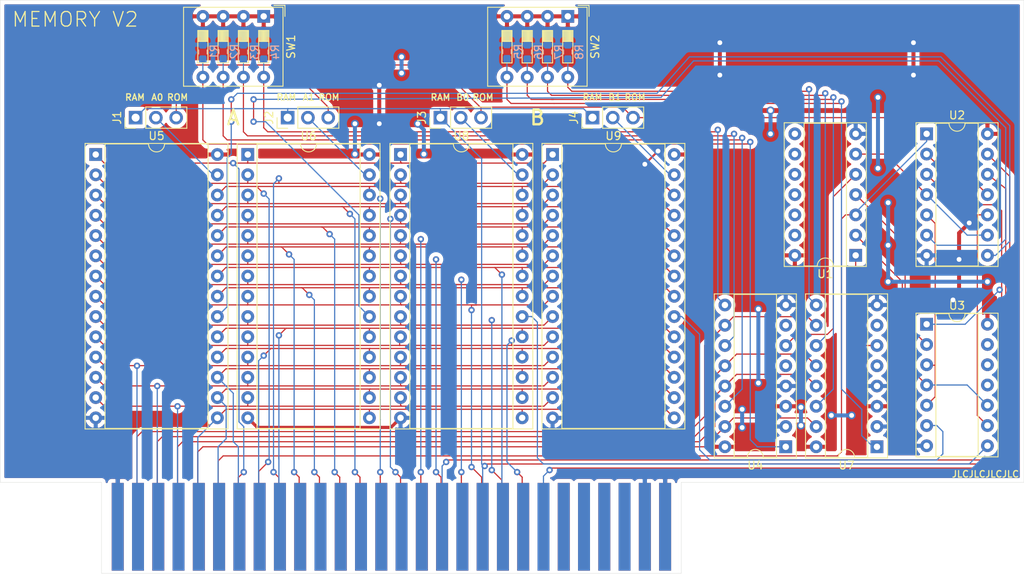
<source format=kicad_pcb>
(kicad_pcb (version 20171130) (host pcbnew "(5.1.9)-1")

  (general
    (thickness 1.6)
    (drawings 26)
    (tracks 748)
    (zones 0)
    (modules 24)
    (nets 82)
  )

  (page A4)
  (layers
    (0 F.Cu signal)
    (31 B.Cu signal)
    (32 B.Adhes user)
    (33 F.Adhes user)
    (34 B.Paste user)
    (35 F.Paste user)
    (36 B.SilkS user)
    (37 F.SilkS user)
    (38 B.Mask user)
    (39 F.Mask user)
    (40 Dwgs.User user)
    (41 Cmts.User user)
    (42 Eco1.User user)
    (43 Eco2.User user)
    (44 Edge.Cuts user)
    (45 Margin user)
    (46 B.CrtYd user)
    (47 F.CrtYd user)
    (48 B.Fab user)
    (49 F.Fab user)
  )

  (setup
    (last_trace_width 0.15)
    (user_trace_width 0.15)
    (user_trace_width 0.2)
    (user_trace_width 0.4)
    (user_trace_width 0.5)
    (user_trace_width 0.6)
    (trace_clearance 0.2)
    (zone_clearance 0.508)
    (zone_45_only no)
    (trace_min 0.127)
    (via_size 0.8)
    (via_drill 0.4)
    (via_min_size 0.6)
    (via_min_drill 0.3)
    (user_via 0.6 0.3)
    (user_via 0.9 0.4)
    (user_via 1 0.6)
    (uvia_size 0.3)
    (uvia_drill 0.1)
    (uvias_allowed no)
    (uvia_min_size 0.2)
    (uvia_min_drill 0.1)
    (edge_width 0.0381)
    (segment_width 0.254)
    (pcb_text_width 0.3048)
    (pcb_text_size 1.524 1.524)
    (mod_edge_width 0.1524)
    (mod_text_size 0.8128 0.8128)
    (mod_text_width 0.1524)
    (pad_size 1.524 1.524)
    (pad_drill 0.762)
    (pad_to_mask_clearance 0)
    (aux_axis_origin 0 0)
    (visible_elements 7FFFFFFF)
    (pcbplotparams
      (layerselection 0x010fc_ffffffff)
      (usegerberextensions false)
      (usegerberattributes true)
      (usegerberadvancedattributes true)
      (creategerberjobfile true)
      (excludeedgelayer true)
      (linewidth 0.100000)
      (plotframeref false)
      (viasonmask false)
      (mode 1)
      (useauxorigin false)
      (hpglpennumber 1)
      (hpglpenspeed 20)
      (hpglpendiameter 15.000000)
      (psnegative false)
      (psa4output false)
      (plotreference true)
      (plotvalue true)
      (plotinvisibletext false)
      (padsonsilk false)
      (subtractmaskfromsilk false)
      (outputformat 1)
      (mirror false)
      (drillshape 0)
      (scaleselection 1)
      (outputdirectory "Gerber/"))
  )

  (net 0 "")
  (net 1 WR_ROM)
  (net 2 "Net-(J1-Pad2)")
  (net 3 WR)
  (net 4 +5V)
  (net 5 RD)
  (net 6 GND)
  (net 7 "Net-(J2-Pad2)")
  (net 8 MEMRQ)
  (net 9 "Net-(J3-Pad2)")
  (net 10 "Net-(J4-Pad2)")
  (net 11 "Net-(U4-Pad5)")
  (net 12 "/Memory A1/CS")
  (net 13 "/Selector A/OUT")
  (net 14 SEL2)
  (net 15 "/Memory A2/CS")
  (net 16 SEL1)
  (net 17 "/Selector B/OUT")
  (net 18 "Net-(U1-Pad5)")
  (net 19 "/Memory B2/CS")
  (net 20 "/Memory B1/CS")
  (net 21 "Net-(U4-Pad7)")
  (net 22 "Net-(U7-Pad7)")
  (net 23 "Net-(U7-Pad5)")
  (net 24 BUSAK)
  (net 25 D2)
  (net 26 D1)
  (net 27 A8)
  (net 28 D0)
  (net 29 A9)
  (net 30 A0)
  (net 31 A11)
  (net 32 A1)
  (net 33 A2)
  (net 34 A10)
  (net 35 A3)
  (net 36 A4)
  (net 37 D7)
  (net 38 A5)
  (net 39 D6)
  (net 40 A6)
  (net 41 D5)
  (net 42 A7)
  (net 43 D4)
  (net 44 D3)
  (net 45 DEV3)
  (net 46 DEV1)
  (net 47 DEV0)
  (net 48 DEV2)
  (net 49 DEV7)
  (net 50 DEV6)
  (net 51 DEV5)
  (net 52 DEV4)
  (net 53 "Net-(B1-Pad22)")
  (net 54 "Net-(B1-Pad23)")
  (net 55 "Net-(B1-Pad24)")
  (net 56 "Net-(B1-Pad25)")
  (net 57 "Net-(B1-Pad26)")
  (net 58 "Net-(B1-Pad27)")
  (net 59 "Net-(B1-Pad31)")
  (net 60 "Net-(B1-Pad32)")
  (net 61 "Net-(B1-Pad33)")
  (net 62 "Net-(B1-Pad34)")
  (net 63 "Net-(B1-Pad36)")
  (net 64 "Net-(B1-Pad39)")
  (net 65 "Net-(B1-Pad41)")
  (net 66 "Net-(B1-Pad42)")
  (net 67 "Net-(B1-Pad43)")
  (net 68 "Net-(B1-Pad44)")
  (net 69 "Net-(B1-Pad46)")
  (net 70 "Net-(B1-Pad47)")
  (net 71 "Net-(B1-Pad45)")
  (net 72 "Net-(U1-Pad4)")
  (net 73 "Net-(U1-Pad1)")
  (net 74 "Net-(R1-Pad1)")
  (net 75 "Net-(R2-Pad1)")
  (net 76 "Net-(R3-Pad1)")
  (net 77 "Net-(R4-Pad1)")
  (net 78 "Net-(R5-Pad1)")
  (net 79 "Net-(R6-Pad1)")
  (net 80 "Net-(R7-Pad1)")
  (net 81 "Net-(R8-Pad1)")

  (net_class Default "This is the default net class."
    (clearance 0.2)
    (trace_width 0.25)
    (via_dia 0.8)
    (via_drill 0.4)
    (uvia_dia 0.3)
    (uvia_drill 0.1)
    (add_net +5V)
    (add_net "/Memory A1/CS")
    (add_net "/Memory A2/CS")
    (add_net "/Memory B1/CS")
    (add_net "/Memory B2/CS")
    (add_net "/Selector A/OUT")
    (add_net "/Selector B/OUT")
    (add_net A0)
    (add_net A1)
    (add_net A10)
    (add_net A11)
    (add_net A2)
    (add_net A3)
    (add_net A4)
    (add_net A5)
    (add_net A6)
    (add_net A7)
    (add_net A8)
    (add_net A9)
    (add_net BUSAK)
    (add_net D0)
    (add_net D1)
    (add_net D2)
    (add_net D3)
    (add_net D4)
    (add_net D5)
    (add_net D6)
    (add_net D7)
    (add_net DEV0)
    (add_net DEV1)
    (add_net DEV2)
    (add_net DEV3)
    (add_net DEV4)
    (add_net DEV5)
    (add_net DEV6)
    (add_net DEV7)
    (add_net GND)
    (add_net MEMRQ)
    (add_net "Net-(B1-Pad22)")
    (add_net "Net-(B1-Pad23)")
    (add_net "Net-(B1-Pad24)")
    (add_net "Net-(B1-Pad25)")
    (add_net "Net-(B1-Pad26)")
    (add_net "Net-(B1-Pad27)")
    (add_net "Net-(B1-Pad31)")
    (add_net "Net-(B1-Pad32)")
    (add_net "Net-(B1-Pad33)")
    (add_net "Net-(B1-Pad34)")
    (add_net "Net-(B1-Pad36)")
    (add_net "Net-(B1-Pad39)")
    (add_net "Net-(B1-Pad41)")
    (add_net "Net-(B1-Pad42)")
    (add_net "Net-(B1-Pad43)")
    (add_net "Net-(B1-Pad44)")
    (add_net "Net-(B1-Pad45)")
    (add_net "Net-(B1-Pad46)")
    (add_net "Net-(B1-Pad47)")
    (add_net "Net-(J1-Pad2)")
    (add_net "Net-(J2-Pad2)")
    (add_net "Net-(J3-Pad2)")
    (add_net "Net-(J4-Pad2)")
    (add_net "Net-(R1-Pad1)")
    (add_net "Net-(R2-Pad1)")
    (add_net "Net-(R3-Pad1)")
    (add_net "Net-(R4-Pad1)")
    (add_net "Net-(R5-Pad1)")
    (add_net "Net-(R6-Pad1)")
    (add_net "Net-(R7-Pad1)")
    (add_net "Net-(R8-Pad1)")
    (add_net "Net-(U1-Pad1)")
    (add_net "Net-(U1-Pad4)")
    (add_net "Net-(U1-Pad5)")
    (add_net "Net-(U4-Pad5)")
    (add_net "Net-(U4-Pad7)")
    (add_net "Net-(U7-Pad5)")
    (add_net "Net-(U7-Pad7)")
    (add_net RD)
    (add_net SEL1)
    (add_net SEL2)
    (add_net WR)
    (add_net WR_ROM)
  )

  (module Resistor_SMD:R_0603_1608Metric_Pad0.98x0.95mm_HandSolder (layer B.Cu) (tedit 5F68FEEE) (tstamp 5FEFD34B)
    (at 109.22 78.1285 90)
    (descr "Resistor SMD 0603 (1608 Metric), square (rectangular) end terminal, IPC_7351 nominal with elongated pad for handsoldering. (Body size source: IPC-SM-782 page 72, https://www.pcb-3d.com/wordpress/wp-content/uploads/ipc-sm-782a_amendment_1_and_2.pdf), generated with kicad-footprint-generator")
    (tags "resistor handsolder")
    (path /6012DE4F/5FF60368)
    (attr smd)
    (fp_text reference R8 (at 0 1.43 90) (layer B.SilkS)
      (effects (font (size 1 1) (thickness 0.15)) (justify mirror))
    )
    (fp_text value R (at 0 -1.43 90) (layer B.Fab)
      (effects (font (size 1 1) (thickness 0.15)) (justify mirror))
    )
    (fp_line (start 1.65 -0.73) (end -1.65 -0.73) (layer B.CrtYd) (width 0.05))
    (fp_line (start 1.65 0.73) (end 1.65 -0.73) (layer B.CrtYd) (width 0.05))
    (fp_line (start -1.65 0.73) (end 1.65 0.73) (layer B.CrtYd) (width 0.05))
    (fp_line (start -1.65 -0.73) (end -1.65 0.73) (layer B.CrtYd) (width 0.05))
    (fp_line (start -0.254724 -0.5225) (end 0.254724 -0.5225) (layer B.SilkS) (width 0.12))
    (fp_line (start -0.254724 0.5225) (end 0.254724 0.5225) (layer B.SilkS) (width 0.12))
    (fp_line (start 0.8 -0.4125) (end -0.8 -0.4125) (layer B.Fab) (width 0.1))
    (fp_line (start 0.8 0.4125) (end 0.8 -0.4125) (layer B.Fab) (width 0.1))
    (fp_line (start -0.8 0.4125) (end 0.8 0.4125) (layer B.Fab) (width 0.1))
    (fp_line (start -0.8 -0.4125) (end -0.8 0.4125) (layer B.Fab) (width 0.1))
    (fp_text user %R (at 0 0 90) (layer B.Fab)
      (effects (font (size 0.4 0.4) (thickness 0.06)) (justify mirror))
    )
    (pad 1 smd roundrect (at -0.9125 0 90) (size 0.975 0.95) (layers B.Cu B.Paste B.Mask) (roundrect_rratio 0.25)
      (net 81 "Net-(R8-Pad1)"))
    (pad 2 smd roundrect (at 0.9125 0 90) (size 0.975 0.95) (layers B.Cu B.Paste B.Mask) (roundrect_rratio 0.25)
      (net 6 GND))
    (model ${KISYS3DMOD}/Resistor_SMD.3dshapes/R_0603_1608Metric.wrl
      (at (xyz 0 0 0))
      (scale (xyz 1 1 1))
      (rotate (xyz 0 0 0))
    )
  )

  (module Resistor_SMD:R_0603_1608Metric_Pad0.98x0.95mm_HandSolder (layer B.Cu) (tedit 5F68FEEE) (tstamp 5FEFD33A)
    (at 106.68 78.1285 90)
    (descr "Resistor SMD 0603 (1608 Metric), square (rectangular) end terminal, IPC_7351 nominal with elongated pad for handsoldering. (Body size source: IPC-SM-782 page 72, https://www.pcb-3d.com/wordpress/wp-content/uploads/ipc-sm-782a_amendment_1_and_2.pdf), generated with kicad-footprint-generator")
    (tags "resistor handsolder")
    (path /6012DE4F/5FF5FDBA)
    (attr smd)
    (fp_text reference R7 (at 0 1.43 90) (layer B.SilkS)
      (effects (font (size 1 1) (thickness 0.15)) (justify mirror))
    )
    (fp_text value R (at 0 -1.43 90) (layer B.Fab)
      (effects (font (size 1 1) (thickness 0.15)) (justify mirror))
    )
    (fp_line (start 1.65 -0.73) (end -1.65 -0.73) (layer B.CrtYd) (width 0.05))
    (fp_line (start 1.65 0.73) (end 1.65 -0.73) (layer B.CrtYd) (width 0.05))
    (fp_line (start -1.65 0.73) (end 1.65 0.73) (layer B.CrtYd) (width 0.05))
    (fp_line (start -1.65 -0.73) (end -1.65 0.73) (layer B.CrtYd) (width 0.05))
    (fp_line (start -0.254724 -0.5225) (end 0.254724 -0.5225) (layer B.SilkS) (width 0.12))
    (fp_line (start -0.254724 0.5225) (end 0.254724 0.5225) (layer B.SilkS) (width 0.12))
    (fp_line (start 0.8 -0.4125) (end -0.8 -0.4125) (layer B.Fab) (width 0.1))
    (fp_line (start 0.8 0.4125) (end 0.8 -0.4125) (layer B.Fab) (width 0.1))
    (fp_line (start -0.8 0.4125) (end 0.8 0.4125) (layer B.Fab) (width 0.1))
    (fp_line (start -0.8 -0.4125) (end -0.8 0.4125) (layer B.Fab) (width 0.1))
    (fp_text user %R (at 0 0 90) (layer B.Fab)
      (effects (font (size 0.4 0.4) (thickness 0.06)) (justify mirror))
    )
    (pad 1 smd roundrect (at -0.9125 0 90) (size 0.975 0.95) (layers B.Cu B.Paste B.Mask) (roundrect_rratio 0.25)
      (net 80 "Net-(R7-Pad1)"))
    (pad 2 smd roundrect (at 0.9125 0 90) (size 0.975 0.95) (layers B.Cu B.Paste B.Mask) (roundrect_rratio 0.25)
      (net 6 GND))
    (model ${KISYS3DMOD}/Resistor_SMD.3dshapes/R_0603_1608Metric.wrl
      (at (xyz 0 0 0))
      (scale (xyz 1 1 1))
      (rotate (xyz 0 0 0))
    )
  )

  (module Resistor_SMD:R_0603_1608Metric_Pad0.98x0.95mm_HandSolder (layer B.Cu) (tedit 5F68FEEE) (tstamp 5FEFD329)
    (at 104.14 78.1285 90)
    (descr "Resistor SMD 0603 (1608 Metric), square (rectangular) end terminal, IPC_7351 nominal with elongated pad for handsoldering. (Body size source: IPC-SM-782 page 72, https://www.pcb-3d.com/wordpress/wp-content/uploads/ipc-sm-782a_amendment_1_and_2.pdf), generated with kicad-footprint-generator")
    (tags "resistor handsolder")
    (path /6012DE4F/5FF5FB1E)
    (attr smd)
    (fp_text reference R6 (at 0 1.43 90) (layer B.SilkS)
      (effects (font (size 1 1) (thickness 0.15)) (justify mirror))
    )
    (fp_text value R (at 0 -1.43 90) (layer B.Fab)
      (effects (font (size 1 1) (thickness 0.15)) (justify mirror))
    )
    (fp_line (start 1.65 -0.73) (end -1.65 -0.73) (layer B.CrtYd) (width 0.05))
    (fp_line (start 1.65 0.73) (end 1.65 -0.73) (layer B.CrtYd) (width 0.05))
    (fp_line (start -1.65 0.73) (end 1.65 0.73) (layer B.CrtYd) (width 0.05))
    (fp_line (start -1.65 -0.73) (end -1.65 0.73) (layer B.CrtYd) (width 0.05))
    (fp_line (start -0.254724 -0.5225) (end 0.254724 -0.5225) (layer B.SilkS) (width 0.12))
    (fp_line (start -0.254724 0.5225) (end 0.254724 0.5225) (layer B.SilkS) (width 0.12))
    (fp_line (start 0.8 -0.4125) (end -0.8 -0.4125) (layer B.Fab) (width 0.1))
    (fp_line (start 0.8 0.4125) (end 0.8 -0.4125) (layer B.Fab) (width 0.1))
    (fp_line (start -0.8 0.4125) (end 0.8 0.4125) (layer B.Fab) (width 0.1))
    (fp_line (start -0.8 -0.4125) (end -0.8 0.4125) (layer B.Fab) (width 0.1))
    (fp_text user %R (at 0 0 90) (layer B.Fab)
      (effects (font (size 0.4 0.4) (thickness 0.06)) (justify mirror))
    )
    (pad 1 smd roundrect (at -0.9125 0 90) (size 0.975 0.95) (layers B.Cu B.Paste B.Mask) (roundrect_rratio 0.25)
      (net 79 "Net-(R6-Pad1)"))
    (pad 2 smd roundrect (at 0.9125 0 90) (size 0.975 0.95) (layers B.Cu B.Paste B.Mask) (roundrect_rratio 0.25)
      (net 6 GND))
    (model ${KISYS3DMOD}/Resistor_SMD.3dshapes/R_0603_1608Metric.wrl
      (at (xyz 0 0 0))
      (scale (xyz 1 1 1))
      (rotate (xyz 0 0 0))
    )
  )

  (module Resistor_SMD:R_0603_1608Metric_Pad0.98x0.95mm_HandSolder (layer B.Cu) (tedit 5F68FEEE) (tstamp 5FEFD318)
    (at 101.6 78.0815 90)
    (descr "Resistor SMD 0603 (1608 Metric), square (rectangular) end terminal, IPC_7351 nominal with elongated pad for handsoldering. (Body size source: IPC-SM-782 page 72, https://www.pcb-3d.com/wordpress/wp-content/uploads/ipc-sm-782a_amendment_1_and_2.pdf), generated with kicad-footprint-generator")
    (tags "resistor handsolder")
    (path /6012DE4F/5FF5F4FC)
    (attr smd)
    (fp_text reference R5 (at 0 1.43 90) (layer B.SilkS)
      (effects (font (size 1 1) (thickness 0.15)) (justify mirror))
    )
    (fp_text value R (at 0 -1.43 90) (layer B.Fab)
      (effects (font (size 1 1) (thickness 0.15)) (justify mirror))
    )
    (fp_line (start 1.65 -0.73) (end -1.65 -0.73) (layer B.CrtYd) (width 0.05))
    (fp_line (start 1.65 0.73) (end 1.65 -0.73) (layer B.CrtYd) (width 0.05))
    (fp_line (start -1.65 0.73) (end 1.65 0.73) (layer B.CrtYd) (width 0.05))
    (fp_line (start -1.65 -0.73) (end -1.65 0.73) (layer B.CrtYd) (width 0.05))
    (fp_line (start -0.254724 -0.5225) (end 0.254724 -0.5225) (layer B.SilkS) (width 0.12))
    (fp_line (start -0.254724 0.5225) (end 0.254724 0.5225) (layer B.SilkS) (width 0.12))
    (fp_line (start 0.8 -0.4125) (end -0.8 -0.4125) (layer B.Fab) (width 0.1))
    (fp_line (start 0.8 0.4125) (end 0.8 -0.4125) (layer B.Fab) (width 0.1))
    (fp_line (start -0.8 0.4125) (end 0.8 0.4125) (layer B.Fab) (width 0.1))
    (fp_line (start -0.8 -0.4125) (end -0.8 0.4125) (layer B.Fab) (width 0.1))
    (fp_text user %R (at 0 0 90) (layer B.Fab)
      (effects (font (size 0.4 0.4) (thickness 0.06)) (justify mirror))
    )
    (pad 1 smd roundrect (at -0.9125 0 90) (size 0.975 0.95) (layers B.Cu B.Paste B.Mask) (roundrect_rratio 0.25)
      (net 78 "Net-(R5-Pad1)"))
    (pad 2 smd roundrect (at 0.9125 0 90) (size 0.975 0.95) (layers B.Cu B.Paste B.Mask) (roundrect_rratio 0.25)
      (net 6 GND))
    (model ${KISYS3DMOD}/Resistor_SMD.3dshapes/R_0603_1608Metric.wrl
      (at (xyz 0 0 0))
      (scale (xyz 1 1 1))
      (rotate (xyz 0 0 0))
    )
  )

  (module Resistor_SMD:R_0603_1608Metric_Pad0.98x0.95mm_HandSolder (layer B.Cu) (tedit 5F68FEEE) (tstamp 5FEFD307)
    (at 71.12 78.1285 90)
    (descr "Resistor SMD 0603 (1608 Metric), square (rectangular) end terminal, IPC_7351 nominal with elongated pad for handsoldering. (Body size source: IPC-SM-782 page 72, https://www.pcb-3d.com/wordpress/wp-content/uploads/ipc-sm-782a_amendment_1_and_2.pdf), generated with kicad-footprint-generator")
    (tags "resistor handsolder")
    (path /6005D55B/5FF60368)
    (attr smd)
    (fp_text reference R4 (at 0 1.43 90) (layer B.SilkS)
      (effects (font (size 1 1) (thickness 0.15)) (justify mirror))
    )
    (fp_text value R (at 0 -1.43 90) (layer B.Fab)
      (effects (font (size 1 1) (thickness 0.15)) (justify mirror))
    )
    (fp_line (start 1.65 -0.73) (end -1.65 -0.73) (layer B.CrtYd) (width 0.05))
    (fp_line (start 1.65 0.73) (end 1.65 -0.73) (layer B.CrtYd) (width 0.05))
    (fp_line (start -1.65 0.73) (end 1.65 0.73) (layer B.CrtYd) (width 0.05))
    (fp_line (start -1.65 -0.73) (end -1.65 0.73) (layer B.CrtYd) (width 0.05))
    (fp_line (start -0.254724 -0.5225) (end 0.254724 -0.5225) (layer B.SilkS) (width 0.12))
    (fp_line (start -0.254724 0.5225) (end 0.254724 0.5225) (layer B.SilkS) (width 0.12))
    (fp_line (start 0.8 -0.4125) (end -0.8 -0.4125) (layer B.Fab) (width 0.1))
    (fp_line (start 0.8 0.4125) (end 0.8 -0.4125) (layer B.Fab) (width 0.1))
    (fp_line (start -0.8 0.4125) (end 0.8 0.4125) (layer B.Fab) (width 0.1))
    (fp_line (start -0.8 -0.4125) (end -0.8 0.4125) (layer B.Fab) (width 0.1))
    (fp_text user %R (at 0 0 90) (layer B.Fab)
      (effects (font (size 0.4 0.4) (thickness 0.06)) (justify mirror))
    )
    (pad 1 smd roundrect (at -0.9125 0 90) (size 0.975 0.95) (layers B.Cu B.Paste B.Mask) (roundrect_rratio 0.25)
      (net 77 "Net-(R4-Pad1)"))
    (pad 2 smd roundrect (at 0.9125 0 90) (size 0.975 0.95) (layers B.Cu B.Paste B.Mask) (roundrect_rratio 0.25)
      (net 6 GND))
    (model ${KISYS3DMOD}/Resistor_SMD.3dshapes/R_0603_1608Metric.wrl
      (at (xyz 0 0 0))
      (scale (xyz 1 1 1))
      (rotate (xyz 0 0 0))
    )
  )

  (module Resistor_SMD:R_0603_1608Metric_Pad0.98x0.95mm_HandSolder (layer B.Cu) (tedit 5F68FEEE) (tstamp 5FEFD2F6)
    (at 68.58 78.1285 90)
    (descr "Resistor SMD 0603 (1608 Metric), square (rectangular) end terminal, IPC_7351 nominal with elongated pad for handsoldering. (Body size source: IPC-SM-782 page 72, https://www.pcb-3d.com/wordpress/wp-content/uploads/ipc-sm-782a_amendment_1_and_2.pdf), generated with kicad-footprint-generator")
    (tags "resistor handsolder")
    (path /6005D55B/5FF5FDBA)
    (attr smd)
    (fp_text reference R3 (at 0 1.43 90) (layer B.SilkS)
      (effects (font (size 1 1) (thickness 0.15)) (justify mirror))
    )
    (fp_text value R (at 0 -1.43 90) (layer B.Fab)
      (effects (font (size 1 1) (thickness 0.15)) (justify mirror))
    )
    (fp_line (start 1.65 -0.73) (end -1.65 -0.73) (layer B.CrtYd) (width 0.05))
    (fp_line (start 1.65 0.73) (end 1.65 -0.73) (layer B.CrtYd) (width 0.05))
    (fp_line (start -1.65 0.73) (end 1.65 0.73) (layer B.CrtYd) (width 0.05))
    (fp_line (start -1.65 -0.73) (end -1.65 0.73) (layer B.CrtYd) (width 0.05))
    (fp_line (start -0.254724 -0.5225) (end 0.254724 -0.5225) (layer B.SilkS) (width 0.12))
    (fp_line (start -0.254724 0.5225) (end 0.254724 0.5225) (layer B.SilkS) (width 0.12))
    (fp_line (start 0.8 -0.4125) (end -0.8 -0.4125) (layer B.Fab) (width 0.1))
    (fp_line (start 0.8 0.4125) (end 0.8 -0.4125) (layer B.Fab) (width 0.1))
    (fp_line (start -0.8 0.4125) (end 0.8 0.4125) (layer B.Fab) (width 0.1))
    (fp_line (start -0.8 -0.4125) (end -0.8 0.4125) (layer B.Fab) (width 0.1))
    (fp_text user %R (at 0 0 90) (layer B.Fab)
      (effects (font (size 0.4 0.4) (thickness 0.06)) (justify mirror))
    )
    (pad 1 smd roundrect (at -0.9125 0 90) (size 0.975 0.95) (layers B.Cu B.Paste B.Mask) (roundrect_rratio 0.25)
      (net 76 "Net-(R3-Pad1)"))
    (pad 2 smd roundrect (at 0.9125 0 90) (size 0.975 0.95) (layers B.Cu B.Paste B.Mask) (roundrect_rratio 0.25)
      (net 6 GND))
    (model ${KISYS3DMOD}/Resistor_SMD.3dshapes/R_0603_1608Metric.wrl
      (at (xyz 0 0 0))
      (scale (xyz 1 1 1))
      (rotate (xyz 0 0 0))
    )
  )

  (module Resistor_SMD:R_0603_1608Metric_Pad0.98x0.95mm_HandSolder (layer B.Cu) (tedit 5F68FEEE) (tstamp 5FEFDEA0)
    (at 66.04 78.0815 90)
    (descr "Resistor SMD 0603 (1608 Metric), square (rectangular) end terminal, IPC_7351 nominal with elongated pad for handsoldering. (Body size source: IPC-SM-782 page 72, https://www.pcb-3d.com/wordpress/wp-content/uploads/ipc-sm-782a_amendment_1_and_2.pdf), generated with kicad-footprint-generator")
    (tags "resistor handsolder")
    (path /6005D55B/5FF5FB1E)
    (attr smd)
    (fp_text reference R2 (at 0 1.43 90) (layer B.SilkS)
      (effects (font (size 1 1) (thickness 0.15)) (justify mirror))
    )
    (fp_text value R (at 0 -1.43 90) (layer B.Fab)
      (effects (font (size 1 1) (thickness 0.15)) (justify mirror))
    )
    (fp_line (start 1.65 -0.73) (end -1.65 -0.73) (layer B.CrtYd) (width 0.05))
    (fp_line (start 1.65 0.73) (end 1.65 -0.73) (layer B.CrtYd) (width 0.05))
    (fp_line (start -1.65 0.73) (end 1.65 0.73) (layer B.CrtYd) (width 0.05))
    (fp_line (start -1.65 -0.73) (end -1.65 0.73) (layer B.CrtYd) (width 0.05))
    (fp_line (start -0.254724 -0.5225) (end 0.254724 -0.5225) (layer B.SilkS) (width 0.12))
    (fp_line (start -0.254724 0.5225) (end 0.254724 0.5225) (layer B.SilkS) (width 0.12))
    (fp_line (start 0.8 -0.4125) (end -0.8 -0.4125) (layer B.Fab) (width 0.1))
    (fp_line (start 0.8 0.4125) (end 0.8 -0.4125) (layer B.Fab) (width 0.1))
    (fp_line (start -0.8 0.4125) (end 0.8 0.4125) (layer B.Fab) (width 0.1))
    (fp_line (start -0.8 -0.4125) (end -0.8 0.4125) (layer B.Fab) (width 0.1))
    (fp_text user %R (at 0 0 90) (layer B.Fab)
      (effects (font (size 0.4 0.4) (thickness 0.06)) (justify mirror))
    )
    (pad 1 smd roundrect (at -0.9125 0 90) (size 0.975 0.95) (layers B.Cu B.Paste B.Mask) (roundrect_rratio 0.25)
      (net 75 "Net-(R2-Pad1)"))
    (pad 2 smd roundrect (at 0.9125 0 90) (size 0.975 0.95) (layers B.Cu B.Paste B.Mask) (roundrect_rratio 0.25)
      (net 6 GND))
    (model ${KISYS3DMOD}/Resistor_SMD.3dshapes/R_0603_1608Metric.wrl
      (at (xyz 0 0 0))
      (scale (xyz 1 1 1))
      (rotate (xyz 0 0 0))
    )
  )

  (module Resistor_SMD:R_0603_1608Metric_Pad0.98x0.95mm_HandSolder (layer B.Cu) (tedit 5F68FEEE) (tstamp 5FEFDF02)
    (at 63.5 78.1285 90)
    (descr "Resistor SMD 0603 (1608 Metric), square (rectangular) end terminal, IPC_7351 nominal with elongated pad for handsoldering. (Body size source: IPC-SM-782 page 72, https://www.pcb-3d.com/wordpress/wp-content/uploads/ipc-sm-782a_amendment_1_and_2.pdf), generated with kicad-footprint-generator")
    (tags "resistor handsolder")
    (path /6005D55B/5FF5F4FC)
    (attr smd)
    (fp_text reference R1 (at 0 1.43 90) (layer B.SilkS)
      (effects (font (size 1 1) (thickness 0.15)) (justify mirror))
    )
    (fp_text value R (at 0 -1.43 90) (layer B.Fab)
      (effects (font (size 1 1) (thickness 0.15)) (justify mirror))
    )
    (fp_line (start 1.65 -0.73) (end -1.65 -0.73) (layer B.CrtYd) (width 0.05))
    (fp_line (start 1.65 0.73) (end 1.65 -0.73) (layer B.CrtYd) (width 0.05))
    (fp_line (start -1.65 0.73) (end 1.65 0.73) (layer B.CrtYd) (width 0.05))
    (fp_line (start -1.65 -0.73) (end -1.65 0.73) (layer B.CrtYd) (width 0.05))
    (fp_line (start -0.254724 -0.5225) (end 0.254724 -0.5225) (layer B.SilkS) (width 0.12))
    (fp_line (start -0.254724 0.5225) (end 0.254724 0.5225) (layer B.SilkS) (width 0.12))
    (fp_line (start 0.8 -0.4125) (end -0.8 -0.4125) (layer B.Fab) (width 0.1))
    (fp_line (start 0.8 0.4125) (end 0.8 -0.4125) (layer B.Fab) (width 0.1))
    (fp_line (start -0.8 0.4125) (end 0.8 0.4125) (layer B.Fab) (width 0.1))
    (fp_line (start -0.8 -0.4125) (end -0.8 0.4125) (layer B.Fab) (width 0.1))
    (fp_text user %R (at 0 0 180) (layer B.Fab)
      (effects (font (size 0.4 0.4) (thickness 0.06)) (justify mirror))
    )
    (pad 1 smd roundrect (at -0.9125 0 90) (size 0.975 0.95) (layers B.Cu B.Paste B.Mask) (roundrect_rratio 0.25)
      (net 74 "Net-(R1-Pad1)"))
    (pad 2 smd roundrect (at 0.9125 0 90) (size 0.975 0.95) (layers B.Cu B.Paste B.Mask) (roundrect_rratio 0.25)
      (net 6 GND))
    (model ${KISYS3DMOD}/Resistor_SMD.3dshapes/R_0603_1608Metric.wrl
      (at (xyz 0 0 0))
      (scale (xyz 1 1 1))
      (rotate (xyz 0 0 0))
    )
  )

  (module Package_DIP:DIP-14_W7.62mm_Socket (layer F.Cu) (tedit 5A02E8C5) (tstamp 5FEEF898)
    (at 154.178 112.268)
    (descr "14-lead though-hole mounted DIP package, row spacing 7.62 mm (300 mils), Socket")
    (tags "THT DIP DIL PDIP 2.54mm 7.62mm 300mil Socket")
    (path /6012DE55)
    (fp_text reference U3 (at 3.81 -2.33) (layer F.SilkS)
      (effects (font (size 1 1) (thickness 0.15)))
    )
    (fp_text value 7432 (at 3.81 17.57) (layer F.Fab)
      (effects (font (size 1 1) (thickness 0.15)))
    )
    (fp_line (start 9.15 -1.6) (end -1.55 -1.6) (layer F.CrtYd) (width 0.05))
    (fp_line (start 9.15 16.85) (end 9.15 -1.6) (layer F.CrtYd) (width 0.05))
    (fp_line (start -1.55 16.85) (end 9.15 16.85) (layer F.CrtYd) (width 0.05))
    (fp_line (start -1.55 -1.6) (end -1.55 16.85) (layer F.CrtYd) (width 0.05))
    (fp_line (start 8.95 -1.39) (end -1.33 -1.39) (layer F.SilkS) (width 0.12))
    (fp_line (start 8.95 16.63) (end 8.95 -1.39) (layer F.SilkS) (width 0.12))
    (fp_line (start -1.33 16.63) (end 8.95 16.63) (layer F.SilkS) (width 0.12))
    (fp_line (start -1.33 -1.39) (end -1.33 16.63) (layer F.SilkS) (width 0.12))
    (fp_line (start 6.46 -1.33) (end 4.81 -1.33) (layer F.SilkS) (width 0.12))
    (fp_line (start 6.46 16.57) (end 6.46 -1.33) (layer F.SilkS) (width 0.12))
    (fp_line (start 1.16 16.57) (end 6.46 16.57) (layer F.SilkS) (width 0.12))
    (fp_line (start 1.16 -1.33) (end 1.16 16.57) (layer F.SilkS) (width 0.12))
    (fp_line (start 2.81 -1.33) (end 1.16 -1.33) (layer F.SilkS) (width 0.12))
    (fp_line (start 8.89 -1.33) (end -1.27 -1.33) (layer F.Fab) (width 0.1))
    (fp_line (start 8.89 16.57) (end 8.89 -1.33) (layer F.Fab) (width 0.1))
    (fp_line (start -1.27 16.57) (end 8.89 16.57) (layer F.Fab) (width 0.1))
    (fp_line (start -1.27 -1.33) (end -1.27 16.57) (layer F.Fab) (width 0.1))
    (fp_line (start 0.635 -0.27) (end 1.635 -1.27) (layer F.Fab) (width 0.1))
    (fp_line (start 0.635 16.51) (end 0.635 -0.27) (layer F.Fab) (width 0.1))
    (fp_line (start 6.985 16.51) (end 0.635 16.51) (layer F.Fab) (width 0.1))
    (fp_line (start 6.985 -1.27) (end 6.985 16.51) (layer F.Fab) (width 0.1))
    (fp_line (start 1.635 -1.27) (end 6.985 -1.27) (layer F.Fab) (width 0.1))
    (fp_text user %R (at 3.81 7.62) (layer F.Fab)
      (effects (font (size 1 1) (thickness 0.15)))
    )
    (fp_arc (start 3.81 -1.33) (end 2.81 -1.33) (angle -180) (layer F.SilkS) (width 0.12))
    (pad 14 thru_hole oval (at 7.62 0) (size 1.6 1.6) (drill 0.8) (layers *.Cu *.Mask)
      (net 4 +5V))
    (pad 7 thru_hole oval (at 0 15.24) (size 1.6 1.6) (drill 0.8) (layers *.Cu *.Mask)
      (net 6 GND))
    (pad 13 thru_hole oval (at 7.62 2.54) (size 1.6 1.6) (drill 0.8) (layers *.Cu *.Mask))
    (pad 6 thru_hole oval (at 0 12.7) (size 1.6 1.6) (drill 0.8) (layers *.Cu *.Mask)
      (net 19 "/Memory B2/CS"))
    (pad 12 thru_hole oval (at 7.62 5.08) (size 1.6 1.6) (drill 0.8) (layers *.Cu *.Mask))
    (pad 5 thru_hole oval (at 0 10.16) (size 1.6 1.6) (drill 0.8) (layers *.Cu *.Mask)
      (net 14 SEL2))
    (pad 11 thru_hole oval (at 7.62 7.62) (size 1.6 1.6) (drill 0.8) (layers *.Cu *.Mask))
    (pad 4 thru_hole oval (at 0 7.62) (size 1.6 1.6) (drill 0.8) (layers *.Cu *.Mask)
      (net 17 "/Selector B/OUT"))
    (pad 10 thru_hole oval (at 7.62 10.16) (size 1.6 1.6) (drill 0.8) (layers *.Cu *.Mask)
      (net 17 "/Selector B/OUT"))
    (pad 3 thru_hole oval (at 0 5.08) (size 1.6 1.6) (drill 0.8) (layers *.Cu *.Mask)
      (net 14 SEL2))
    (pad 9 thru_hole oval (at 7.62 12.7) (size 1.6 1.6) (drill 0.8) (layers *.Cu *.Mask)
      (net 16 SEL1))
    (pad 2 thru_hole oval (at 0 2.54) (size 1.6 1.6) (drill 0.8) (layers *.Cu *.Mask)
      (net 72 "Net-(U1-Pad4)"))
    (pad 8 thru_hole oval (at 7.62 15.24) (size 1.6 1.6) (drill 0.8) (layers *.Cu *.Mask)
      (net 20 "/Memory B1/CS"))
    (pad 1 thru_hole rect (at 0 0) (size 1.6 1.6) (drill 0.8) (layers *.Cu *.Mask)
      (net 8 MEMRQ))
    (model ${KISYS3DMOD}/Package_DIP.3dshapes/DIP-14_W7.62mm_Socket.wrl
      (at (xyz 0 0 0))
      (scale (xyz 1 1 1))
      (rotate (xyz 0 0 0))
    )
  )

  (module Package_DIP:DIP-14_W7.62mm_Socket (layer F.Cu) (tedit 5A02E8C5) (tstamp 5FEEF6A7)
    (at 154.178 88.392)
    (descr "14-lead though-hole mounted DIP package, row spacing 7.62 mm (300 mils), Socket")
    (tags "THT DIP DIL PDIP 2.54mm 7.62mm 300mil Socket")
    (path /6012FE52)
    (fp_text reference U2 (at 3.81 -2.33) (layer F.SilkS)
      (effects (font (size 1 1) (thickness 0.15)))
    )
    (fp_text value 7432 (at 3.81 17.57) (layer F.Fab)
      (effects (font (size 1 1) (thickness 0.15)))
    )
    (fp_line (start 9.15 -1.6) (end -1.55 -1.6) (layer F.CrtYd) (width 0.05))
    (fp_line (start 9.15 16.85) (end 9.15 -1.6) (layer F.CrtYd) (width 0.05))
    (fp_line (start -1.55 16.85) (end 9.15 16.85) (layer F.CrtYd) (width 0.05))
    (fp_line (start -1.55 -1.6) (end -1.55 16.85) (layer F.CrtYd) (width 0.05))
    (fp_line (start 8.95 -1.39) (end -1.33 -1.39) (layer F.SilkS) (width 0.12))
    (fp_line (start 8.95 16.63) (end 8.95 -1.39) (layer F.SilkS) (width 0.12))
    (fp_line (start -1.33 16.63) (end 8.95 16.63) (layer F.SilkS) (width 0.12))
    (fp_line (start -1.33 -1.39) (end -1.33 16.63) (layer F.SilkS) (width 0.12))
    (fp_line (start 6.46 -1.33) (end 4.81 -1.33) (layer F.SilkS) (width 0.12))
    (fp_line (start 6.46 16.57) (end 6.46 -1.33) (layer F.SilkS) (width 0.12))
    (fp_line (start 1.16 16.57) (end 6.46 16.57) (layer F.SilkS) (width 0.12))
    (fp_line (start 1.16 -1.33) (end 1.16 16.57) (layer F.SilkS) (width 0.12))
    (fp_line (start 2.81 -1.33) (end 1.16 -1.33) (layer F.SilkS) (width 0.12))
    (fp_line (start 8.89 -1.33) (end -1.27 -1.33) (layer F.Fab) (width 0.1))
    (fp_line (start 8.89 16.57) (end 8.89 -1.33) (layer F.Fab) (width 0.1))
    (fp_line (start -1.27 16.57) (end 8.89 16.57) (layer F.Fab) (width 0.1))
    (fp_line (start -1.27 -1.33) (end -1.27 16.57) (layer F.Fab) (width 0.1))
    (fp_line (start 0.635 -0.27) (end 1.635 -1.27) (layer F.Fab) (width 0.1))
    (fp_line (start 0.635 16.51) (end 0.635 -0.27) (layer F.Fab) (width 0.1))
    (fp_line (start 6.985 16.51) (end 0.635 16.51) (layer F.Fab) (width 0.1))
    (fp_line (start 6.985 -1.27) (end 6.985 16.51) (layer F.Fab) (width 0.1))
    (fp_line (start 1.635 -1.27) (end 6.985 -1.27) (layer F.Fab) (width 0.1))
    (fp_text user %R (at 3.81 7.62) (layer F.Fab)
      (effects (font (size 1 1) (thickness 0.15)))
    )
    (fp_arc (start 3.81 -1.33) (end 2.81 -1.33) (angle -180) (layer F.SilkS) (width 0.12))
    (pad 14 thru_hole oval (at 7.62 0) (size 1.6 1.6) (drill 0.8) (layers *.Cu *.Mask)
      (net 4 +5V))
    (pad 7 thru_hole oval (at 0 15.24) (size 1.6 1.6) (drill 0.8) (layers *.Cu *.Mask)
      (net 6 GND))
    (pad 13 thru_hole oval (at 7.62 2.54) (size 1.6 1.6) (drill 0.8) (layers *.Cu *.Mask)
      (net 24 BUSAK))
    (pad 6 thru_hole oval (at 0 12.7) (size 1.6 1.6) (drill 0.8) (layers *.Cu *.Mask)
      (net 15 "/Memory A2/CS"))
    (pad 12 thru_hole oval (at 7.62 5.08) (size 1.6 1.6) (drill 0.8) (layers *.Cu *.Mask)
      (net 3 WR))
    (pad 5 thru_hole oval (at 0 10.16) (size 1.6 1.6) (drill 0.8) (layers *.Cu *.Mask)
      (net 14 SEL2))
    (pad 11 thru_hole oval (at 7.62 7.62) (size 1.6 1.6) (drill 0.8) (layers *.Cu *.Mask)
      (net 1 WR_ROM))
    (pad 4 thru_hole oval (at 0 7.62) (size 1.6 1.6) (drill 0.8) (layers *.Cu *.Mask)
      (net 13 "/Selector A/OUT"))
    (pad 10 thru_hole oval (at 7.62 10.16) (size 1.6 1.6) (drill 0.8) (layers *.Cu *.Mask)
      (net 16 SEL1))
    (pad 3 thru_hole oval (at 0 5.08) (size 1.6 1.6) (drill 0.8) (layers *.Cu *.Mask)
      (net 16 SEL1))
    (pad 9 thru_hole oval (at 7.62 12.7) (size 1.6 1.6) (drill 0.8) (layers *.Cu *.Mask)
      (net 13 "/Selector A/OUT"))
    (pad 2 thru_hole oval (at 0 2.54) (size 1.6 1.6) (drill 0.8) (layers *.Cu *.Mask)
      (net 8 MEMRQ))
    (pad 8 thru_hole oval (at 7.62 15.24) (size 1.6 1.6) (drill 0.8) (layers *.Cu *.Mask)
      (net 12 "/Memory A1/CS"))
    (pad 1 thru_hole rect (at 0 0) (size 1.6 1.6) (drill 0.8) (layers *.Cu *.Mask)
      (net 45 DEV3))
    (model ${KISYS3DMOD}/Package_DIP.3dshapes/DIP-14_W7.62mm_Socket.wrl
      (at (xyz 0 0 0))
      (scale (xyz 1 1 1))
      (rotate (xyz 0 0 0))
    )
  )

  (module Z80:Edge (layer F.Cu) (tedit 5FED2EAC) (tstamp 5FEE5D2D)
    (at 87.122 137.16)
    (path /60138259)
    (fp_text reference B1 (at -29.21 -6.35) (layer F.SilkS) hide
      (effects (font (size 1 1) (thickness 0.15)))
    )
    (fp_text value Edge (at -33.528 -6.35) (layer F.Fab)
      (effects (font (size 1 1) (thickness 0.15)))
    )
    (fp_line (start 36.322 6.35) (end -36.322 6.35) (layer Dwgs.User) (width 0.12))
    (fp_line (start 36.322 6.35) (end 36.322 -5.08) (layer Dwgs.User) (width 0.12))
    (fp_line (start -36.322 6.35) (end -36.322 -5.08) (layer Dwgs.User) (width 0.12))
    (pad 1 connect rect (at -34.29 0.508) (size 1.5 11) (layers F.Cu F.Mask)
      (net 4 +5V))
    (pad 2 connect rect (at -31.75 0.508 180) (size 1.5 11) (layers F.Cu F.Mask)
      (net 49 DEV7))
    (pad 3 connect rect (at -29.21 0.508 180) (size 1.5 11) (layers F.Cu F.Mask)
      (net 50 DEV6))
    (pad 4 connect rect (at -26.67 0.508 180) (size 1.5 11) (layers F.Cu F.Mask)
      (net 51 DEV5))
    (pad 5 connect rect (at -24.13 0.508 180) (size 1.5 11) (layers F.Cu F.Mask)
      (net 52 DEV4))
    (pad 6 connect rect (at -21.59 0.508 180) (size 1.5 11) (layers F.Cu F.Mask)
      (net 45 DEV3))
    (pad 7 connect rect (at -19.05 0.508 180) (size 1.5 11) (layers F.Cu F.Mask)
      (net 48 DEV2))
    (pad 8 connect rect (at -16.51 0.508 180) (size 1.5 11) (layers F.Cu F.Mask)
      (net 46 DEV1))
    (pad 9 connect rect (at -13.97 0.508 180) (size 1.5 11) (layers F.Cu F.Mask)
      (net 47 DEV0))
    (pad 10 connect rect (at -11.43 0.508 180) (size 1.5 11) (layers F.Cu F.Mask)
      (net 31 A11))
    (pad 11 connect rect (at -8.89 0.508 180) (size 1.5 11) (layers F.Cu F.Mask)
      (net 34 A10))
    (pad 12 connect rect (at -6.35 0.508 180) (size 1.5 11) (layers F.Cu F.Mask)
      (net 29 A9))
    (pad 13 connect rect (at -3.81 0.508 180) (size 1.5 11) (layers F.Cu F.Mask)
      (net 27 A8))
    (pad 14 connect rect (at -1.27 0.508 180) (size 1.5 11) (layers F.Cu F.Mask)
      (net 42 A7))
    (pad 15 connect rect (at 1.27 0.508 180) (size 1.5 11) (layers F.Cu F.Mask)
      (net 40 A6))
    (pad 16 connect rect (at 3.81 0.508 180) (size 1.5 11) (layers F.Cu F.Mask)
      (net 38 A5))
    (pad 17 connect rect (at 6.35 0.508 180) (size 1.5 11) (layers F.Cu F.Mask)
      (net 36 A4))
    (pad 18 connect rect (at 8.89 0.508 180) (size 1.5 11) (layers F.Cu F.Mask)
      (net 35 A3))
    (pad 19 connect rect (at 11.43 0.508 180) (size 1.5 11) (layers F.Cu F.Mask)
      (net 33 A2))
    (pad 20 connect rect (at 13.97 0.508 180) (size 1.5 11) (layers F.Cu F.Mask)
      (net 32 A1))
    (pad 21 connect rect (at 16.51 0.508 180) (size 1.5 11) (layers F.Cu F.Mask)
      (net 30 A0))
    (pad 22 connect rect (at 19.05 0.508 180) (size 1.5 11) (layers F.Cu F.Mask)
      (net 53 "Net-(B1-Pad22)"))
    (pad 23 connect rect (at 21.59 0.508 180) (size 1.5 11) (layers F.Cu F.Mask)
      (net 54 "Net-(B1-Pad23)"))
    (pad 24 connect rect (at 24.13 0.508 180) (size 1.5 11) (layers F.Cu F.Mask)
      (net 55 "Net-(B1-Pad24)"))
    (pad 25 connect rect (at 26.67 0.508 180) (size 1.5 11) (layers F.Cu F.Mask)
      (net 56 "Net-(B1-Pad25)"))
    (pad 26 connect rect (at 29.21 0.508 180) (size 1.5 11) (layers F.Cu F.Mask)
      (net 57 "Net-(B1-Pad26)"))
    (pad 27 connect rect (at 31.75 0.508 180) (size 1.5 11) (layers F.Cu F.Mask)
      (net 58 "Net-(B1-Pad27)"))
    (pad 28 connect rect (at 34.29 0.508 180) (size 1.5 11) (layers F.Cu F.Mask)
      (net 4 +5V))
    (pad 29 connect rect (at 34.29 0.508 180) (size 1.5 11) (layers B.Cu B.Mask)
      (net 6 GND))
    (pad 30 connect rect (at 31.75 0.508 180) (size 1.5 11) (layers B.Cu B.Mask)
      (net 6 GND))
    (pad 31 connect rect (at 29.21 0.508 180) (size 1.5 11) (layers B.Cu B.Mask)
      (net 59 "Net-(B1-Pad31)"))
    (pad 32 connect rect (at 26.67 0.508 180) (size 1.5 11) (layers B.Cu B.Mask)
      (net 60 "Net-(B1-Pad32)"))
    (pad 33 connect rect (at 24.13 0.508 180) (size 1.5 11) (layers B.Cu B.Mask)
      (net 61 "Net-(B1-Pad33)"))
    (pad 34 connect rect (at 21.59 0.508 180) (size 1.5 11) (layers B.Cu B.Mask)
      (net 62 "Net-(B1-Pad34)"))
    (pad 35 connect rect (at 19.05 0.508 180) (size 1.5 11) (layers B.Cu B.Mask)
      (net 24 BUSAK))
    (pad 36 connect rect (at 16.51 0.508 180) (size 1.5 11) (layers B.Cu B.Mask)
      (net 63 "Net-(B1-Pad36)"))
    (pad 37 connect rect (at 13.97 0.508 180) (size 1.5 11) (layers B.Cu B.Mask)
      (net 5 RD))
    (pad 38 connect rect (at 11.43 0.508 180) (size 1.5 11) (layers B.Cu B.Mask)
      (net 3 WR))
    (pad 39 connect rect (at 8.89 0.508 180) (size 1.5 11) (layers B.Cu B.Mask)
      (net 64 "Net-(B1-Pad39)"))
    (pad 40 connect rect (at 6.35 0.508 180) (size 1.5 11) (layers B.Cu B.Mask)
      (net 8 MEMRQ))
    (pad 41 connect rect (at 3.81 0.508 180) (size 1.5 11) (layers B.Cu B.Mask)
      (net 65 "Net-(B1-Pad41)"))
    (pad 42 connect rect (at 1.27 0.508 180) (size 1.5 11) (layers B.Cu B.Mask)
      (net 66 "Net-(B1-Pad42)"))
    (pad 43 connect rect (at -1.27 0.508 180) (size 1.5 11) (layers B.Cu B.Mask)
      (net 67 "Net-(B1-Pad43)"))
    (pad 44 connect rect (at -3.81 0.508 180) (size 1.5 11) (layers B.Cu B.Mask)
      (net 68 "Net-(B1-Pad44)"))
    (pad 46 connect rect (at -8.89 0.508 180) (size 1.5 11) (layers B.Cu B.Mask)
      (net 69 "Net-(B1-Pad46)"))
    (pad 47 connect rect (at -11.43 0.508 180) (size 1.5 11) (layers B.Cu B.Mask)
      (net 70 "Net-(B1-Pad47)"))
    (pad 48 connect rect (at -13.97 0.508 180) (size 1.5 11) (layers B.Cu B.Mask)
      (net 37 D7))
    (pad 45 connect rect (at -6.35 0.508 180) (size 1.5 11) (layers B.Cu B.Mask)
      (net 71 "Net-(B1-Pad45)"))
    (pad 49 connect rect (at -16.51 0.508 180) (size 1.5 11) (layers B.Cu B.Mask)
      (net 39 D6))
    (pad 50 connect rect (at -19.05 0.508 180) (size 1.5 11) (layers B.Cu B.Mask)
      (net 41 D5))
    (pad 51 connect rect (at -21.59 0.508 180) (size 1.5 11) (layers B.Cu B.Mask)
      (net 43 D4))
    (pad 52 connect rect (at -24.13 0.508 180) (size 1.5 11) (layers B.Cu B.Mask)
      (net 44 D3))
    (pad 53 connect rect (at -26.67 0.508 180) (size 1.5 11) (layers B.Cu B.Mask)
      (net 25 D2))
    (pad 54 connect rect (at -29.21 0.508 180) (size 1.5 11) (layers B.Cu B.Mask)
      (net 26 D1))
    (pad 55 connect rect (at -31.75 0.508 180) (size 1.5 11) (layers B.Cu B.Mask)
      (net 28 D0))
    (pad 56 connect rect (at -34.29 0.508 180) (size 1.5 11) (layers B.Cu B.Mask)
      (net 6 GND))
  )

  (module Package_DIP:DIP-28_W15.24mm_Socket (layer F.Cu) (tedit 5A02E8C5) (tstamp 5FEE315E)
    (at 107.315 90.986)
    (descr "28-lead though-hole mounted DIP package, row spacing 15.24 mm (600 mils), Socket")
    (tags "THT DIP DIL PDIP 2.54mm 15.24mm 600mil Socket")
    (path /6012DE6E/60087A41)
    (fp_text reference U9 (at 7.62 -2.33) (layer F.SilkS)
      (effects (font (size 1 1) (thickness 0.15)))
    )
    (fp_text value 28C256 (at 7.62 35.35) (layer F.Fab)
      (effects (font (size 1 1) (thickness 0.15)))
    )
    (fp_line (start 16.8 -1.6) (end -1.55 -1.6) (layer F.CrtYd) (width 0.05))
    (fp_line (start 16.8 34.65) (end 16.8 -1.6) (layer F.CrtYd) (width 0.05))
    (fp_line (start -1.55 34.65) (end 16.8 34.65) (layer F.CrtYd) (width 0.05))
    (fp_line (start -1.55 -1.6) (end -1.55 34.65) (layer F.CrtYd) (width 0.05))
    (fp_line (start 16.57 -1.39) (end -1.33 -1.39) (layer F.SilkS) (width 0.12))
    (fp_line (start 16.57 34.41) (end 16.57 -1.39) (layer F.SilkS) (width 0.12))
    (fp_line (start -1.33 34.41) (end 16.57 34.41) (layer F.SilkS) (width 0.12))
    (fp_line (start -1.33 -1.39) (end -1.33 34.41) (layer F.SilkS) (width 0.12))
    (fp_line (start 14.08 -1.33) (end 8.62 -1.33) (layer F.SilkS) (width 0.12))
    (fp_line (start 14.08 34.35) (end 14.08 -1.33) (layer F.SilkS) (width 0.12))
    (fp_line (start 1.16 34.35) (end 14.08 34.35) (layer F.SilkS) (width 0.12))
    (fp_line (start 1.16 -1.33) (end 1.16 34.35) (layer F.SilkS) (width 0.12))
    (fp_line (start 6.62 -1.33) (end 1.16 -1.33) (layer F.SilkS) (width 0.12))
    (fp_line (start 16.51 -1.33) (end -1.27 -1.33) (layer F.Fab) (width 0.1))
    (fp_line (start 16.51 34.35) (end 16.51 -1.33) (layer F.Fab) (width 0.1))
    (fp_line (start -1.27 34.35) (end 16.51 34.35) (layer F.Fab) (width 0.1))
    (fp_line (start -1.27 -1.33) (end -1.27 34.35) (layer F.Fab) (width 0.1))
    (fp_line (start 0.255 -0.27) (end 1.255 -1.27) (layer F.Fab) (width 0.1))
    (fp_line (start 0.255 34.29) (end 0.255 -0.27) (layer F.Fab) (width 0.1))
    (fp_line (start 14.985 34.29) (end 0.255 34.29) (layer F.Fab) (width 0.1))
    (fp_line (start 14.985 -1.27) (end 14.985 34.29) (layer F.Fab) (width 0.1))
    (fp_line (start 1.255 -1.27) (end 14.985 -1.27) (layer F.Fab) (width 0.1))
    (fp_text user %R (at 7.62 16.51) (layer F.Fab)
      (effects (font (size 1 1) (thickness 0.15)))
    )
    (fp_arc (start 7.62 -1.33) (end 6.62 -1.33) (angle -180) (layer F.SilkS) (width 0.12))
    (pad 28 thru_hole oval (at 15.24 0) (size 1.6 1.6) (drill 0.8) (layers *.Cu *.Mask)
      (net 4 +5V))
    (pad 14 thru_hole oval (at 0 33.02) (size 1.6 1.6) (drill 0.8) (layers *.Cu *.Mask)
      (net 6 GND))
    (pad 27 thru_hole oval (at 15.24 2.54) (size 1.6 1.6) (drill 0.8) (layers *.Cu *.Mask)
      (net 10 "Net-(J4-Pad2)"))
    (pad 13 thru_hole oval (at 0 30.48) (size 1.6 1.6) (drill 0.8) (layers *.Cu *.Mask)
      (net 25 D2))
    (pad 26 thru_hole oval (at 15.24 5.08) (size 1.6 1.6) (drill 0.8) (layers *.Cu *.Mask)
      (net 46 DEV1))
    (pad 12 thru_hole oval (at 0 27.94) (size 1.6 1.6) (drill 0.8) (layers *.Cu *.Mask)
      (net 26 D1))
    (pad 25 thru_hole oval (at 15.24 7.62) (size 1.6 1.6) (drill 0.8) (layers *.Cu *.Mask)
      (net 27 A8))
    (pad 11 thru_hole oval (at 0 25.4) (size 1.6 1.6) (drill 0.8) (layers *.Cu *.Mask)
      (net 28 D0))
    (pad 24 thru_hole oval (at 15.24 10.16) (size 1.6 1.6) (drill 0.8) (layers *.Cu *.Mask)
      (net 29 A9))
    (pad 10 thru_hole oval (at 0 22.86) (size 1.6 1.6) (drill 0.8) (layers *.Cu *.Mask)
      (net 30 A0))
    (pad 23 thru_hole oval (at 15.24 12.7) (size 1.6 1.6) (drill 0.8) (layers *.Cu *.Mask)
      (net 31 A11))
    (pad 9 thru_hole oval (at 0 20.32) (size 1.6 1.6) (drill 0.8) (layers *.Cu *.Mask)
      (net 32 A1))
    (pad 22 thru_hole oval (at 15.24 15.24) (size 1.6 1.6) (drill 0.8) (layers *.Cu *.Mask)
      (net 5 RD))
    (pad 8 thru_hole oval (at 0 17.78) (size 1.6 1.6) (drill 0.8) (layers *.Cu *.Mask)
      (net 33 A2))
    (pad 21 thru_hole oval (at 15.24 17.78) (size 1.6 1.6) (drill 0.8) (layers *.Cu *.Mask)
      (net 34 A10))
    (pad 7 thru_hole oval (at 0 15.24) (size 1.6 1.6) (drill 0.8) (layers *.Cu *.Mask)
      (net 35 A3))
    (pad 20 thru_hole oval (at 15.24 20.32) (size 1.6 1.6) (drill 0.8) (layers *.Cu *.Mask)
      (net 19 "/Memory B2/CS"))
    (pad 6 thru_hole oval (at 0 12.7) (size 1.6 1.6) (drill 0.8) (layers *.Cu *.Mask)
      (net 36 A4))
    (pad 19 thru_hole oval (at 15.24 22.86) (size 1.6 1.6) (drill 0.8) (layers *.Cu *.Mask)
      (net 37 D7))
    (pad 5 thru_hole oval (at 0 10.16) (size 1.6 1.6) (drill 0.8) (layers *.Cu *.Mask)
      (net 38 A5))
    (pad 18 thru_hole oval (at 15.24 25.4) (size 1.6 1.6) (drill 0.8) (layers *.Cu *.Mask)
      (net 39 D6))
    (pad 4 thru_hole oval (at 0 7.62) (size 1.6 1.6) (drill 0.8) (layers *.Cu *.Mask)
      (net 40 A6))
    (pad 17 thru_hole oval (at 15.24 27.94) (size 1.6 1.6) (drill 0.8) (layers *.Cu *.Mask)
      (net 41 D5))
    (pad 3 thru_hole oval (at 0 5.08) (size 1.6 1.6) (drill 0.8) (layers *.Cu *.Mask)
      (net 42 A7))
    (pad 16 thru_hole oval (at 15.24 30.48) (size 1.6 1.6) (drill 0.8) (layers *.Cu *.Mask)
      (net 43 D4))
    (pad 2 thru_hole oval (at 0 2.54) (size 1.6 1.6) (drill 0.8) (layers *.Cu *.Mask)
      (net 47 DEV0))
    (pad 15 thru_hole oval (at 15.24 33.02) (size 1.6 1.6) (drill 0.8) (layers *.Cu *.Mask)
      (net 44 D3))
    (pad 1 thru_hole rect (at 0 0) (size 1.6 1.6) (drill 0.8) (layers *.Cu *.Mask)
      (net 48 DEV2))
    (model ${KISYS3DMOD}/Package_DIP.3dshapes/DIP-28_W15.24mm_Socket.wrl
      (at (xyz 0 0 0))
      (scale (xyz 1 1 1))
      (rotate (xyz 0 0 0))
    )
  )

  (module Package_DIP:DIP-28_W15.24mm_Socket (layer F.Cu) (tedit 5A02E8C5) (tstamp 5FED8905)
    (at 88.265 90.986)
    (descr "28-lead though-hole mounted DIP package, row spacing 15.24 mm (600 mils), Socket")
    (tags "THT DIP DIL PDIP 2.54mm 15.24mm 600mil Socket")
    (path /6012DE5C/60087A41)
    (fp_text reference U8 (at 7.62 -2.33) (layer F.SilkS)
      (effects (font (size 1 1) (thickness 0.15)))
    )
    (fp_text value 28C256 (at 7.62 35.35) (layer F.Fab)
      (effects (font (size 1 1) (thickness 0.15)))
    )
    (fp_line (start 16.8 -1.6) (end -1.55 -1.6) (layer F.CrtYd) (width 0.05))
    (fp_line (start 16.8 34.65) (end 16.8 -1.6) (layer F.CrtYd) (width 0.05))
    (fp_line (start -1.55 34.65) (end 16.8 34.65) (layer F.CrtYd) (width 0.05))
    (fp_line (start -1.55 -1.6) (end -1.55 34.65) (layer F.CrtYd) (width 0.05))
    (fp_line (start 16.57 -1.39) (end -1.33 -1.39) (layer F.SilkS) (width 0.12))
    (fp_line (start 16.57 34.41) (end 16.57 -1.39) (layer F.SilkS) (width 0.12))
    (fp_line (start -1.33 34.41) (end 16.57 34.41) (layer F.SilkS) (width 0.12))
    (fp_line (start -1.33 -1.39) (end -1.33 34.41) (layer F.SilkS) (width 0.12))
    (fp_line (start 14.08 -1.33) (end 8.62 -1.33) (layer F.SilkS) (width 0.12))
    (fp_line (start 14.08 34.35) (end 14.08 -1.33) (layer F.SilkS) (width 0.12))
    (fp_line (start 1.16 34.35) (end 14.08 34.35) (layer F.SilkS) (width 0.12))
    (fp_line (start 1.16 -1.33) (end 1.16 34.35) (layer F.SilkS) (width 0.12))
    (fp_line (start 6.62 -1.33) (end 1.16 -1.33) (layer F.SilkS) (width 0.12))
    (fp_line (start 16.51 -1.33) (end -1.27 -1.33) (layer F.Fab) (width 0.1))
    (fp_line (start 16.51 34.35) (end 16.51 -1.33) (layer F.Fab) (width 0.1))
    (fp_line (start -1.27 34.35) (end 16.51 34.35) (layer F.Fab) (width 0.1))
    (fp_line (start -1.27 -1.33) (end -1.27 34.35) (layer F.Fab) (width 0.1))
    (fp_line (start 0.255 -0.27) (end 1.255 -1.27) (layer F.Fab) (width 0.1))
    (fp_line (start 0.255 34.29) (end 0.255 -0.27) (layer F.Fab) (width 0.1))
    (fp_line (start 14.985 34.29) (end 0.255 34.29) (layer F.Fab) (width 0.1))
    (fp_line (start 14.985 -1.27) (end 14.985 34.29) (layer F.Fab) (width 0.1))
    (fp_line (start 1.255 -1.27) (end 14.985 -1.27) (layer F.Fab) (width 0.1))
    (fp_text user %R (at 7.62 16.51) (layer F.Fab)
      (effects (font (size 1 1) (thickness 0.15)))
    )
    (fp_arc (start 7.62 -1.33) (end 6.62 -1.33) (angle -180) (layer F.SilkS) (width 0.12))
    (pad 28 thru_hole oval (at 15.24 0) (size 1.6 1.6) (drill 0.8) (layers *.Cu *.Mask)
      (net 4 +5V))
    (pad 14 thru_hole oval (at 0 33.02) (size 1.6 1.6) (drill 0.8) (layers *.Cu *.Mask)
      (net 6 GND))
    (pad 27 thru_hole oval (at 15.24 2.54) (size 1.6 1.6) (drill 0.8) (layers *.Cu *.Mask)
      (net 9 "Net-(J3-Pad2)"))
    (pad 13 thru_hole oval (at 0 30.48) (size 1.6 1.6) (drill 0.8) (layers *.Cu *.Mask)
      (net 25 D2))
    (pad 26 thru_hole oval (at 15.24 5.08) (size 1.6 1.6) (drill 0.8) (layers *.Cu *.Mask)
      (net 46 DEV1))
    (pad 12 thru_hole oval (at 0 27.94) (size 1.6 1.6) (drill 0.8) (layers *.Cu *.Mask)
      (net 26 D1))
    (pad 25 thru_hole oval (at 15.24 7.62) (size 1.6 1.6) (drill 0.8) (layers *.Cu *.Mask)
      (net 27 A8))
    (pad 11 thru_hole oval (at 0 25.4) (size 1.6 1.6) (drill 0.8) (layers *.Cu *.Mask)
      (net 28 D0))
    (pad 24 thru_hole oval (at 15.24 10.16) (size 1.6 1.6) (drill 0.8) (layers *.Cu *.Mask)
      (net 29 A9))
    (pad 10 thru_hole oval (at 0 22.86) (size 1.6 1.6) (drill 0.8) (layers *.Cu *.Mask)
      (net 30 A0))
    (pad 23 thru_hole oval (at 15.24 12.7) (size 1.6 1.6) (drill 0.8) (layers *.Cu *.Mask)
      (net 31 A11))
    (pad 9 thru_hole oval (at 0 20.32) (size 1.6 1.6) (drill 0.8) (layers *.Cu *.Mask)
      (net 32 A1))
    (pad 22 thru_hole oval (at 15.24 15.24) (size 1.6 1.6) (drill 0.8) (layers *.Cu *.Mask)
      (net 5 RD))
    (pad 8 thru_hole oval (at 0 17.78) (size 1.6 1.6) (drill 0.8) (layers *.Cu *.Mask)
      (net 33 A2))
    (pad 21 thru_hole oval (at 15.24 17.78) (size 1.6 1.6) (drill 0.8) (layers *.Cu *.Mask)
      (net 34 A10))
    (pad 7 thru_hole oval (at 0 15.24) (size 1.6 1.6) (drill 0.8) (layers *.Cu *.Mask)
      (net 35 A3))
    (pad 20 thru_hole oval (at 15.24 20.32) (size 1.6 1.6) (drill 0.8) (layers *.Cu *.Mask)
      (net 20 "/Memory B1/CS"))
    (pad 6 thru_hole oval (at 0 12.7) (size 1.6 1.6) (drill 0.8) (layers *.Cu *.Mask)
      (net 36 A4))
    (pad 19 thru_hole oval (at 15.24 22.86) (size 1.6 1.6) (drill 0.8) (layers *.Cu *.Mask)
      (net 37 D7))
    (pad 5 thru_hole oval (at 0 10.16) (size 1.6 1.6) (drill 0.8) (layers *.Cu *.Mask)
      (net 38 A5))
    (pad 18 thru_hole oval (at 15.24 25.4) (size 1.6 1.6) (drill 0.8) (layers *.Cu *.Mask)
      (net 39 D6))
    (pad 4 thru_hole oval (at 0 7.62) (size 1.6 1.6) (drill 0.8) (layers *.Cu *.Mask)
      (net 40 A6))
    (pad 17 thru_hole oval (at 15.24 27.94) (size 1.6 1.6) (drill 0.8) (layers *.Cu *.Mask)
      (net 41 D5))
    (pad 3 thru_hole oval (at 0 5.08) (size 1.6 1.6) (drill 0.8) (layers *.Cu *.Mask)
      (net 42 A7))
    (pad 16 thru_hole oval (at 15.24 30.48) (size 1.6 1.6) (drill 0.8) (layers *.Cu *.Mask)
      (net 43 D4))
    (pad 2 thru_hole oval (at 0 2.54) (size 1.6 1.6) (drill 0.8) (layers *.Cu *.Mask)
      (net 47 DEV0))
    (pad 15 thru_hole oval (at 15.24 33.02) (size 1.6 1.6) (drill 0.8) (layers *.Cu *.Mask)
      (net 44 D3))
    (pad 1 thru_hole rect (at 0 0) (size 1.6 1.6) (drill 0.8) (layers *.Cu *.Mask)
      (net 48 DEV2))
    (model ${KISYS3DMOD}/Package_DIP.3dshapes/DIP-28_W15.24mm_Socket.wrl
      (at (xyz 0 0 0))
      (scale (xyz 1 1 1))
      (rotate (xyz 0 0 0))
    )
  )

  (module Package_DIP:DIP-16_W7.62mm_Socket (layer F.Cu) (tedit 5A02E8C5) (tstamp 5FEE8633)
    (at 147.955 127.635 180)
    (descr "16-lead though-hole mounted DIP package, row spacing 7.62 mm (300 mils), Socket")
    (tags "THT DIP DIL PDIP 2.54mm 7.62mm 300mil Socket")
    (path /6012DE4F/600613E3)
    (fp_text reference U7 (at 3.81 -2.33) (layer F.SilkS)
      (effects (font (size 1 1) (thickness 0.15)))
    )
    (fp_text value 7485 (at 3.81 20.11) (layer F.Fab)
      (effects (font (size 1 1) (thickness 0.15)))
    )
    (fp_line (start 9.15 -1.6) (end -1.55 -1.6) (layer F.CrtYd) (width 0.05))
    (fp_line (start 9.15 19.4) (end 9.15 -1.6) (layer F.CrtYd) (width 0.05))
    (fp_line (start -1.55 19.4) (end 9.15 19.4) (layer F.CrtYd) (width 0.05))
    (fp_line (start -1.55 -1.6) (end -1.55 19.4) (layer F.CrtYd) (width 0.05))
    (fp_line (start 8.95 -1.39) (end -1.33 -1.39) (layer F.SilkS) (width 0.12))
    (fp_line (start 8.95 19.17) (end 8.95 -1.39) (layer F.SilkS) (width 0.12))
    (fp_line (start -1.33 19.17) (end 8.95 19.17) (layer F.SilkS) (width 0.12))
    (fp_line (start -1.33 -1.39) (end -1.33 19.17) (layer F.SilkS) (width 0.12))
    (fp_line (start 6.46 -1.33) (end 4.81 -1.33) (layer F.SilkS) (width 0.12))
    (fp_line (start 6.46 19.11) (end 6.46 -1.33) (layer F.SilkS) (width 0.12))
    (fp_line (start 1.16 19.11) (end 6.46 19.11) (layer F.SilkS) (width 0.12))
    (fp_line (start 1.16 -1.33) (end 1.16 19.11) (layer F.SilkS) (width 0.12))
    (fp_line (start 2.81 -1.33) (end 1.16 -1.33) (layer F.SilkS) (width 0.12))
    (fp_line (start 8.89 -1.33) (end -1.27 -1.33) (layer F.Fab) (width 0.1))
    (fp_line (start 8.89 19.11) (end 8.89 -1.33) (layer F.Fab) (width 0.1))
    (fp_line (start -1.27 19.11) (end 8.89 19.11) (layer F.Fab) (width 0.1))
    (fp_line (start -1.27 -1.33) (end -1.27 19.11) (layer F.Fab) (width 0.1))
    (fp_line (start 0.635 -0.27) (end 1.635 -1.27) (layer F.Fab) (width 0.1))
    (fp_line (start 0.635 19.05) (end 0.635 -0.27) (layer F.Fab) (width 0.1))
    (fp_line (start 6.985 19.05) (end 0.635 19.05) (layer F.Fab) (width 0.1))
    (fp_line (start 6.985 -1.27) (end 6.985 19.05) (layer F.Fab) (width 0.1))
    (fp_line (start 1.635 -1.27) (end 6.985 -1.27) (layer F.Fab) (width 0.1))
    (fp_text user %R (at 3.81 8.89) (layer F.Fab)
      (effects (font (size 1 1) (thickness 0.15)))
    )
    (fp_arc (start 3.81 -1.33) (end 2.81 -1.33) (angle -180) (layer F.SilkS) (width 0.12))
    (pad 16 thru_hole oval (at 7.62 0 180) (size 1.6 1.6) (drill 0.8) (layers *.Cu *.Mask)
      (net 4 +5V))
    (pad 8 thru_hole oval (at 0 17.78 180) (size 1.6 1.6) (drill 0.8) (layers *.Cu *.Mask)
      (net 6 GND))
    (pad 15 thru_hole oval (at 7.62 2.54 180) (size 1.6 1.6) (drill 0.8) (layers *.Cu *.Mask)
      (net 52 DEV4))
    (pad 7 thru_hole oval (at 0 15.24 180) (size 1.6 1.6) (drill 0.8) (layers *.Cu *.Mask)
      (net 22 "Net-(U7-Pad7)"))
    (pad 14 thru_hole oval (at 7.62 5.08 180) (size 1.6 1.6) (drill 0.8) (layers *.Cu *.Mask)
      (net 79 "Net-(R6-Pad1)"))
    (pad 6 thru_hole oval (at 0 12.7 180) (size 1.6 1.6) (drill 0.8) (layers *.Cu *.Mask)
      (net 73 "Net-(U1-Pad1)"))
    (pad 13 thru_hole oval (at 7.62 7.62 180) (size 1.6 1.6) (drill 0.8) (layers *.Cu *.Mask)
      (net 51 DEV5))
    (pad 5 thru_hole oval (at 0 10.16 180) (size 1.6 1.6) (drill 0.8) (layers *.Cu *.Mask)
      (net 23 "Net-(U7-Pad5)"))
    (pad 12 thru_hole oval (at 7.62 10.16 180) (size 1.6 1.6) (drill 0.8) (layers *.Cu *.Mask)
      (net 50 DEV6))
    (pad 4 thru_hole oval (at 0 7.62 180) (size 1.6 1.6) (drill 0.8) (layers *.Cu *.Mask)
      (net 6 GND))
    (pad 11 thru_hole oval (at 7.62 12.7 180) (size 1.6 1.6) (drill 0.8) (layers *.Cu *.Mask)
      (net 80 "Net-(R7-Pad1)"))
    (pad 3 thru_hole oval (at 0 5.08 180) (size 1.6 1.6) (drill 0.8) (layers *.Cu *.Mask)
      (net 4 +5V))
    (pad 10 thru_hole oval (at 7.62 15.24 180) (size 1.6 1.6) (drill 0.8) (layers *.Cu *.Mask)
      (net 49 DEV7))
    (pad 2 thru_hole oval (at 0 2.54 180) (size 1.6 1.6) (drill 0.8) (layers *.Cu *.Mask)
      (net 6 GND))
    (pad 9 thru_hole oval (at 7.62 17.78 180) (size 1.6 1.6) (drill 0.8) (layers *.Cu *.Mask)
      (net 81 "Net-(R8-Pad1)"))
    (pad 1 thru_hole rect (at 0 0 180) (size 1.6 1.6) (drill 0.8) (layers *.Cu *.Mask)
      (net 78 "Net-(R5-Pad1)"))
    (model ${KISYS3DMOD}/Package_DIP.3dshapes/DIP-16_W7.62mm_Socket.wrl
      (at (xyz 0 0 0))
      (scale (xyz 1 1 1))
      (rotate (xyz 0 0 0))
    )
  )

  (module Package_DIP:DIP-28_W15.24mm_Socket (layer F.Cu) (tedit 5A02E8C5) (tstamp 5FED8A88)
    (at 69.123 90.986)
    (descr "28-lead though-hole mounted DIP package, row spacing 15.24 mm (600 mils), Socket")
    (tags "THT DIP DIL PDIP 2.54mm 15.24mm 600mil Socket")
    (path /6012516B/60087A41)
    (fp_text reference U6 (at 7.62 -2.33) (layer F.SilkS)
      (effects (font (size 1 1) (thickness 0.15)))
    )
    (fp_text value 28C256 (at 7.62 35.35) (layer F.Fab)
      (effects (font (size 1 1) (thickness 0.15)))
    )
    (fp_line (start 16.8 -1.6) (end -1.55 -1.6) (layer F.CrtYd) (width 0.05))
    (fp_line (start 16.8 34.65) (end 16.8 -1.6) (layer F.CrtYd) (width 0.05))
    (fp_line (start -1.55 34.65) (end 16.8 34.65) (layer F.CrtYd) (width 0.05))
    (fp_line (start -1.55 -1.6) (end -1.55 34.65) (layer F.CrtYd) (width 0.05))
    (fp_line (start 16.57 -1.39) (end -1.33 -1.39) (layer F.SilkS) (width 0.12))
    (fp_line (start 16.57 34.41) (end 16.57 -1.39) (layer F.SilkS) (width 0.12))
    (fp_line (start -1.33 34.41) (end 16.57 34.41) (layer F.SilkS) (width 0.12))
    (fp_line (start -1.33 -1.39) (end -1.33 34.41) (layer F.SilkS) (width 0.12))
    (fp_line (start 14.08 -1.33) (end 8.62 -1.33) (layer F.SilkS) (width 0.12))
    (fp_line (start 14.08 34.35) (end 14.08 -1.33) (layer F.SilkS) (width 0.12))
    (fp_line (start 1.16 34.35) (end 14.08 34.35) (layer F.SilkS) (width 0.12))
    (fp_line (start 1.16 -1.33) (end 1.16 34.35) (layer F.SilkS) (width 0.12))
    (fp_line (start 6.62 -1.33) (end 1.16 -1.33) (layer F.SilkS) (width 0.12))
    (fp_line (start 16.51 -1.33) (end -1.27 -1.33) (layer F.Fab) (width 0.1))
    (fp_line (start 16.51 34.35) (end 16.51 -1.33) (layer F.Fab) (width 0.1))
    (fp_line (start -1.27 34.35) (end 16.51 34.35) (layer F.Fab) (width 0.1))
    (fp_line (start -1.27 -1.33) (end -1.27 34.35) (layer F.Fab) (width 0.1))
    (fp_line (start 0.255 -0.27) (end 1.255 -1.27) (layer F.Fab) (width 0.1))
    (fp_line (start 0.255 34.29) (end 0.255 -0.27) (layer F.Fab) (width 0.1))
    (fp_line (start 14.985 34.29) (end 0.255 34.29) (layer F.Fab) (width 0.1))
    (fp_line (start 14.985 -1.27) (end 14.985 34.29) (layer F.Fab) (width 0.1))
    (fp_line (start 1.255 -1.27) (end 14.985 -1.27) (layer F.Fab) (width 0.1))
    (fp_text user %R (at 7.62 16.51) (layer F.Fab)
      (effects (font (size 1 1) (thickness 0.15)))
    )
    (fp_arc (start 7.62 -1.33) (end 6.62 -1.33) (angle -180) (layer F.SilkS) (width 0.12))
    (pad 28 thru_hole oval (at 15.24 0) (size 1.6 1.6) (drill 0.8) (layers *.Cu *.Mask)
      (net 4 +5V))
    (pad 14 thru_hole oval (at 0 33.02) (size 1.6 1.6) (drill 0.8) (layers *.Cu *.Mask)
      (net 6 GND))
    (pad 27 thru_hole oval (at 15.24 2.54) (size 1.6 1.6) (drill 0.8) (layers *.Cu *.Mask)
      (net 7 "Net-(J2-Pad2)"))
    (pad 13 thru_hole oval (at 0 30.48) (size 1.6 1.6) (drill 0.8) (layers *.Cu *.Mask)
      (net 25 D2))
    (pad 26 thru_hole oval (at 15.24 5.08) (size 1.6 1.6) (drill 0.8) (layers *.Cu *.Mask)
      (net 46 DEV1))
    (pad 12 thru_hole oval (at 0 27.94) (size 1.6 1.6) (drill 0.8) (layers *.Cu *.Mask)
      (net 26 D1))
    (pad 25 thru_hole oval (at 15.24 7.62) (size 1.6 1.6) (drill 0.8) (layers *.Cu *.Mask)
      (net 27 A8))
    (pad 11 thru_hole oval (at 0 25.4) (size 1.6 1.6) (drill 0.8) (layers *.Cu *.Mask)
      (net 28 D0))
    (pad 24 thru_hole oval (at 15.24 10.16) (size 1.6 1.6) (drill 0.8) (layers *.Cu *.Mask)
      (net 29 A9))
    (pad 10 thru_hole oval (at 0 22.86) (size 1.6 1.6) (drill 0.8) (layers *.Cu *.Mask)
      (net 30 A0))
    (pad 23 thru_hole oval (at 15.24 12.7) (size 1.6 1.6) (drill 0.8) (layers *.Cu *.Mask)
      (net 31 A11))
    (pad 9 thru_hole oval (at 0 20.32) (size 1.6 1.6) (drill 0.8) (layers *.Cu *.Mask)
      (net 32 A1))
    (pad 22 thru_hole oval (at 15.24 15.24) (size 1.6 1.6) (drill 0.8) (layers *.Cu *.Mask)
      (net 5 RD))
    (pad 8 thru_hole oval (at 0 17.78) (size 1.6 1.6) (drill 0.8) (layers *.Cu *.Mask)
      (net 33 A2))
    (pad 21 thru_hole oval (at 15.24 17.78) (size 1.6 1.6) (drill 0.8) (layers *.Cu *.Mask)
      (net 34 A10))
    (pad 7 thru_hole oval (at 0 15.24) (size 1.6 1.6) (drill 0.8) (layers *.Cu *.Mask)
      (net 35 A3))
    (pad 20 thru_hole oval (at 15.24 20.32) (size 1.6 1.6) (drill 0.8) (layers *.Cu *.Mask)
      (net 15 "/Memory A2/CS"))
    (pad 6 thru_hole oval (at 0 12.7) (size 1.6 1.6) (drill 0.8) (layers *.Cu *.Mask)
      (net 36 A4))
    (pad 19 thru_hole oval (at 15.24 22.86) (size 1.6 1.6) (drill 0.8) (layers *.Cu *.Mask)
      (net 37 D7))
    (pad 5 thru_hole oval (at 0 10.16) (size 1.6 1.6) (drill 0.8) (layers *.Cu *.Mask)
      (net 38 A5))
    (pad 18 thru_hole oval (at 15.24 25.4) (size 1.6 1.6) (drill 0.8) (layers *.Cu *.Mask)
      (net 39 D6))
    (pad 4 thru_hole oval (at 0 7.62) (size 1.6 1.6) (drill 0.8) (layers *.Cu *.Mask)
      (net 40 A6))
    (pad 17 thru_hole oval (at 15.24 27.94) (size 1.6 1.6) (drill 0.8) (layers *.Cu *.Mask)
      (net 41 D5))
    (pad 3 thru_hole oval (at 0 5.08) (size 1.6 1.6) (drill 0.8) (layers *.Cu *.Mask)
      (net 42 A7))
    (pad 16 thru_hole oval (at 15.24 30.48) (size 1.6 1.6) (drill 0.8) (layers *.Cu *.Mask)
      (net 43 D4))
    (pad 2 thru_hole oval (at 0 2.54) (size 1.6 1.6) (drill 0.8) (layers *.Cu *.Mask)
      (net 47 DEV0))
    (pad 15 thru_hole oval (at 15.24 33.02) (size 1.6 1.6) (drill 0.8) (layers *.Cu *.Mask)
      (net 44 D3))
    (pad 1 thru_hole rect (at 0 0) (size 1.6 1.6) (drill 0.8) (layers *.Cu *.Mask)
      (net 48 DEV2))
    (model ${KISYS3DMOD}/Package_DIP.3dshapes/DIP-28_W15.24mm_Socket.wrl
      (at (xyz 0 0 0))
      (scale (xyz 1 1 1))
      (rotate (xyz 0 0 0))
    )
  )

  (module Package_DIP:DIP-28_W15.24mm_Socket (layer F.Cu) (tedit 5A02E8C5) (tstamp 5FED5EE6)
    (at 50.073 90.986)
    (descr "28-lead though-hole mounted DIP package, row spacing 15.24 mm (600 mils), Socket")
    (tags "THT DIP DIL PDIP 2.54mm 15.24mm 600mil Socket")
    (path /60086094/60087A41)
    (fp_text reference U5 (at 7.62 -2.33) (layer F.SilkS)
      (effects (font (size 1 1) (thickness 0.15)))
    )
    (fp_text value 28C256 (at 7.62 35.35) (layer F.Fab)
      (effects (font (size 1 1) (thickness 0.15)))
    )
    (fp_line (start 16.8 -1.6) (end -1.55 -1.6) (layer F.CrtYd) (width 0.05))
    (fp_line (start 16.8 34.65) (end 16.8 -1.6) (layer F.CrtYd) (width 0.05))
    (fp_line (start -1.55 34.65) (end 16.8 34.65) (layer F.CrtYd) (width 0.05))
    (fp_line (start -1.55 -1.6) (end -1.55 34.65) (layer F.CrtYd) (width 0.05))
    (fp_line (start 16.57 -1.39) (end -1.33 -1.39) (layer F.SilkS) (width 0.12))
    (fp_line (start 16.57 34.41) (end 16.57 -1.39) (layer F.SilkS) (width 0.12))
    (fp_line (start -1.33 34.41) (end 16.57 34.41) (layer F.SilkS) (width 0.12))
    (fp_line (start -1.33 -1.39) (end -1.33 34.41) (layer F.SilkS) (width 0.12))
    (fp_line (start 14.08 -1.33) (end 8.62 -1.33) (layer F.SilkS) (width 0.12))
    (fp_line (start 14.08 34.35) (end 14.08 -1.33) (layer F.SilkS) (width 0.12))
    (fp_line (start 1.16 34.35) (end 14.08 34.35) (layer F.SilkS) (width 0.12))
    (fp_line (start 1.16 -1.33) (end 1.16 34.35) (layer F.SilkS) (width 0.12))
    (fp_line (start 6.62 -1.33) (end 1.16 -1.33) (layer F.SilkS) (width 0.12))
    (fp_line (start 16.51 -1.33) (end -1.27 -1.33) (layer F.Fab) (width 0.1))
    (fp_line (start 16.51 34.35) (end 16.51 -1.33) (layer F.Fab) (width 0.1))
    (fp_line (start -1.27 34.35) (end 16.51 34.35) (layer F.Fab) (width 0.1))
    (fp_line (start -1.27 -1.33) (end -1.27 34.35) (layer F.Fab) (width 0.1))
    (fp_line (start 0.255 -0.27) (end 1.255 -1.27) (layer F.Fab) (width 0.1))
    (fp_line (start 0.255 34.29) (end 0.255 -0.27) (layer F.Fab) (width 0.1))
    (fp_line (start 14.985 34.29) (end 0.255 34.29) (layer F.Fab) (width 0.1))
    (fp_line (start 14.985 -1.27) (end 14.985 34.29) (layer F.Fab) (width 0.1))
    (fp_line (start 1.255 -1.27) (end 14.985 -1.27) (layer F.Fab) (width 0.1))
    (fp_text user %R (at 7.62 16.51) (layer F.Fab)
      (effects (font (size 1 1) (thickness 0.15)))
    )
    (fp_arc (start 7.62 -1.33) (end 6.62 -1.33) (angle -180) (layer F.SilkS) (width 0.12))
    (pad 28 thru_hole oval (at 15.24 0) (size 1.6 1.6) (drill 0.8) (layers *.Cu *.Mask)
      (net 4 +5V))
    (pad 14 thru_hole oval (at 0 33.02) (size 1.6 1.6) (drill 0.8) (layers *.Cu *.Mask)
      (net 6 GND))
    (pad 27 thru_hole oval (at 15.24 2.54) (size 1.6 1.6) (drill 0.8) (layers *.Cu *.Mask)
      (net 2 "Net-(J1-Pad2)"))
    (pad 13 thru_hole oval (at 0 30.48) (size 1.6 1.6) (drill 0.8) (layers *.Cu *.Mask)
      (net 25 D2))
    (pad 26 thru_hole oval (at 15.24 5.08) (size 1.6 1.6) (drill 0.8) (layers *.Cu *.Mask)
      (net 46 DEV1))
    (pad 12 thru_hole oval (at 0 27.94) (size 1.6 1.6) (drill 0.8) (layers *.Cu *.Mask)
      (net 26 D1))
    (pad 25 thru_hole oval (at 15.24 7.62) (size 1.6 1.6) (drill 0.8) (layers *.Cu *.Mask)
      (net 27 A8))
    (pad 11 thru_hole oval (at 0 25.4) (size 1.6 1.6) (drill 0.8) (layers *.Cu *.Mask)
      (net 28 D0))
    (pad 24 thru_hole oval (at 15.24 10.16) (size 1.6 1.6) (drill 0.8) (layers *.Cu *.Mask)
      (net 29 A9))
    (pad 10 thru_hole oval (at 0 22.86) (size 1.6 1.6) (drill 0.8) (layers *.Cu *.Mask)
      (net 30 A0))
    (pad 23 thru_hole oval (at 15.24 12.7) (size 1.6 1.6) (drill 0.8) (layers *.Cu *.Mask)
      (net 31 A11))
    (pad 9 thru_hole oval (at 0 20.32) (size 1.6 1.6) (drill 0.8) (layers *.Cu *.Mask)
      (net 32 A1))
    (pad 22 thru_hole oval (at 15.24 15.24) (size 1.6 1.6) (drill 0.8) (layers *.Cu *.Mask)
      (net 5 RD))
    (pad 8 thru_hole oval (at 0 17.78) (size 1.6 1.6) (drill 0.8) (layers *.Cu *.Mask)
      (net 33 A2))
    (pad 21 thru_hole oval (at 15.24 17.78) (size 1.6 1.6) (drill 0.8) (layers *.Cu *.Mask)
      (net 34 A10))
    (pad 7 thru_hole oval (at 0 15.24) (size 1.6 1.6) (drill 0.8) (layers *.Cu *.Mask)
      (net 35 A3))
    (pad 20 thru_hole oval (at 15.24 20.32) (size 1.6 1.6) (drill 0.8) (layers *.Cu *.Mask)
      (net 12 "/Memory A1/CS"))
    (pad 6 thru_hole oval (at 0 12.7) (size 1.6 1.6) (drill 0.8) (layers *.Cu *.Mask)
      (net 36 A4))
    (pad 19 thru_hole oval (at 15.24 22.86) (size 1.6 1.6) (drill 0.8) (layers *.Cu *.Mask)
      (net 37 D7))
    (pad 5 thru_hole oval (at 0 10.16) (size 1.6 1.6) (drill 0.8) (layers *.Cu *.Mask)
      (net 38 A5))
    (pad 18 thru_hole oval (at 15.24 25.4) (size 1.6 1.6) (drill 0.8) (layers *.Cu *.Mask)
      (net 39 D6))
    (pad 4 thru_hole oval (at 0 7.62) (size 1.6 1.6) (drill 0.8) (layers *.Cu *.Mask)
      (net 40 A6))
    (pad 17 thru_hole oval (at 15.24 27.94) (size 1.6 1.6) (drill 0.8) (layers *.Cu *.Mask)
      (net 41 D5))
    (pad 3 thru_hole oval (at 0 5.08) (size 1.6 1.6) (drill 0.8) (layers *.Cu *.Mask)
      (net 42 A7))
    (pad 16 thru_hole oval (at 15.24 30.48) (size 1.6 1.6) (drill 0.8) (layers *.Cu *.Mask)
      (net 43 D4))
    (pad 2 thru_hole oval (at 0 2.54) (size 1.6 1.6) (drill 0.8) (layers *.Cu *.Mask)
      (net 47 DEV0))
    (pad 15 thru_hole oval (at 15.24 33.02) (size 1.6 1.6) (drill 0.8) (layers *.Cu *.Mask)
      (net 44 D3))
    (pad 1 thru_hole rect (at 0 0) (size 1.6 1.6) (drill 0.8) (layers *.Cu *.Mask)
      (net 48 DEV2))
    (model ${KISYS3DMOD}/Package_DIP.3dshapes/DIP-28_W15.24mm_Socket.wrl
      (at (xyz 0 0 0))
      (scale (xyz 1 1 1))
      (rotate (xyz 0 0 0))
    )
  )

  (module Package_DIP:DIP-16_W7.62mm_Socket (layer F.Cu) (tedit 5A02E8C5) (tstamp 5FEE4BF3)
    (at 136.525 127.635 180)
    (descr "16-lead though-hole mounted DIP package, row spacing 7.62 mm (300 mils), Socket")
    (tags "THT DIP DIL PDIP 2.54mm 7.62mm 300mil Socket")
    (path /6005D55B/600613E3)
    (fp_text reference U4 (at 3.81 -2.33) (layer F.SilkS)
      (effects (font (size 1 1) (thickness 0.15)))
    )
    (fp_text value 7485 (at 3.81 20.11) (layer F.Fab)
      (effects (font (size 1 1) (thickness 0.15)))
    )
    (fp_line (start 1.635 -1.27) (end 6.985 -1.27) (layer F.Fab) (width 0.1))
    (fp_line (start 6.985 -1.27) (end 6.985 19.05) (layer F.Fab) (width 0.1))
    (fp_line (start 6.985 19.05) (end 0.635 19.05) (layer F.Fab) (width 0.1))
    (fp_line (start 0.635 19.05) (end 0.635 -0.27) (layer F.Fab) (width 0.1))
    (fp_line (start 0.635 -0.27) (end 1.635 -1.27) (layer F.Fab) (width 0.1))
    (fp_line (start -1.27 -1.33) (end -1.27 19.11) (layer F.Fab) (width 0.1))
    (fp_line (start -1.27 19.11) (end 8.89 19.11) (layer F.Fab) (width 0.1))
    (fp_line (start 8.89 19.11) (end 8.89 -1.33) (layer F.Fab) (width 0.1))
    (fp_line (start 8.89 -1.33) (end -1.27 -1.33) (layer F.Fab) (width 0.1))
    (fp_line (start 2.81 -1.33) (end 1.16 -1.33) (layer F.SilkS) (width 0.12))
    (fp_line (start 1.16 -1.33) (end 1.16 19.11) (layer F.SilkS) (width 0.12))
    (fp_line (start 1.16 19.11) (end 6.46 19.11) (layer F.SilkS) (width 0.12))
    (fp_line (start 6.46 19.11) (end 6.46 -1.33) (layer F.SilkS) (width 0.12))
    (fp_line (start 6.46 -1.33) (end 4.81 -1.33) (layer F.SilkS) (width 0.12))
    (fp_line (start -1.33 -1.39) (end -1.33 19.17) (layer F.SilkS) (width 0.12))
    (fp_line (start -1.33 19.17) (end 8.95 19.17) (layer F.SilkS) (width 0.12))
    (fp_line (start 8.95 19.17) (end 8.95 -1.39) (layer F.SilkS) (width 0.12))
    (fp_line (start 8.95 -1.39) (end -1.33 -1.39) (layer F.SilkS) (width 0.12))
    (fp_line (start -1.55 -1.6) (end -1.55 19.4) (layer F.CrtYd) (width 0.05))
    (fp_line (start -1.55 19.4) (end 9.15 19.4) (layer F.CrtYd) (width 0.05))
    (fp_line (start 9.15 19.4) (end 9.15 -1.6) (layer F.CrtYd) (width 0.05))
    (fp_line (start 9.15 -1.6) (end -1.55 -1.6) (layer F.CrtYd) (width 0.05))
    (fp_arc (start 3.81 -1.33) (end 2.81 -1.33) (angle -180) (layer F.SilkS) (width 0.12))
    (fp_text user %R (at 3.81 8.89 180) (layer F.Fab)
      (effects (font (size 1 1) (thickness 0.15)))
    )
    (pad 1 thru_hole rect (at 0 0 180) (size 1.6 1.6) (drill 0.8) (layers *.Cu *.Mask)
      (net 74 "Net-(R1-Pad1)"))
    (pad 9 thru_hole oval (at 7.62 17.78 180) (size 1.6 1.6) (drill 0.8) (layers *.Cu *.Mask)
      (net 77 "Net-(R4-Pad1)"))
    (pad 2 thru_hole oval (at 0 2.54 180) (size 1.6 1.6) (drill 0.8) (layers *.Cu *.Mask)
      (net 6 GND))
    (pad 10 thru_hole oval (at 7.62 15.24 180) (size 1.6 1.6) (drill 0.8) (layers *.Cu *.Mask)
      (net 49 DEV7))
    (pad 3 thru_hole oval (at 0 5.08 180) (size 1.6 1.6) (drill 0.8) (layers *.Cu *.Mask)
      (net 4 +5V))
    (pad 11 thru_hole oval (at 7.62 12.7 180) (size 1.6 1.6) (drill 0.8) (layers *.Cu *.Mask)
      (net 76 "Net-(R3-Pad1)"))
    (pad 4 thru_hole oval (at 0 7.62 180) (size 1.6 1.6) (drill 0.8) (layers *.Cu *.Mask)
      (net 6 GND))
    (pad 12 thru_hole oval (at 7.62 10.16 180) (size 1.6 1.6) (drill 0.8) (layers *.Cu *.Mask)
      (net 50 DEV6))
    (pad 5 thru_hole oval (at 0 10.16 180) (size 1.6 1.6) (drill 0.8) (layers *.Cu *.Mask)
      (net 11 "Net-(U4-Pad5)"))
    (pad 13 thru_hole oval (at 7.62 7.62 180) (size 1.6 1.6) (drill 0.8) (layers *.Cu *.Mask)
      (net 51 DEV5))
    (pad 6 thru_hole oval (at 0 12.7 180) (size 1.6 1.6) (drill 0.8) (layers *.Cu *.Mask)
      (net 18 "Net-(U1-Pad5)"))
    (pad 14 thru_hole oval (at 7.62 5.08 180) (size 1.6 1.6) (drill 0.8) (layers *.Cu *.Mask)
      (net 75 "Net-(R2-Pad1)"))
    (pad 7 thru_hole oval (at 0 15.24 180) (size 1.6 1.6) (drill 0.8) (layers *.Cu *.Mask)
      (net 21 "Net-(U4-Pad7)"))
    (pad 15 thru_hole oval (at 7.62 2.54 180) (size 1.6 1.6) (drill 0.8) (layers *.Cu *.Mask)
      (net 52 DEV4))
    (pad 8 thru_hole oval (at 0 17.78 180) (size 1.6 1.6) (drill 0.8) (layers *.Cu *.Mask)
      (net 6 GND))
    (pad 16 thru_hole oval (at 7.62 0 180) (size 1.6 1.6) (drill 0.8) (layers *.Cu *.Mask)
      (net 4 +5V))
    (model ${KISYS3DMOD}/Package_DIP.3dshapes/DIP-16_W7.62mm_Socket.wrl
      (at (xyz 0 0 0))
      (scale (xyz 1 1 1))
      (rotate (xyz 0 0 0))
    )
  )

  (module Package_DIP:DIP-14_W7.62mm_Socket (layer F.Cu) (tedit 5A02E8C5) (tstamp 5FEE9DA2)
    (at 145.288 103.632 180)
    (descr "14-lead though-hole mounted DIP package, row spacing 7.62 mm (300 mils), Socket")
    (tags "THT DIP DIL PDIP 2.54mm 7.62mm 300mil Socket")
    (path /601214F6)
    (fp_text reference U1 (at 3.81 -2.33) (layer F.SilkS)
      (effects (font (size 1 1) (thickness 0.15)))
    )
    (fp_text value 7404 (at 3.81 17.57) (layer F.Fab)
      (effects (font (size 1 1) (thickness 0.15)))
    )
    (fp_line (start 9.15 -1.6) (end -1.55 -1.6) (layer F.CrtYd) (width 0.05))
    (fp_line (start 9.15 16.85) (end 9.15 -1.6) (layer F.CrtYd) (width 0.05))
    (fp_line (start -1.55 16.85) (end 9.15 16.85) (layer F.CrtYd) (width 0.05))
    (fp_line (start -1.55 -1.6) (end -1.55 16.85) (layer F.CrtYd) (width 0.05))
    (fp_line (start 8.95 -1.39) (end -1.33 -1.39) (layer F.SilkS) (width 0.12))
    (fp_line (start 8.95 16.63) (end 8.95 -1.39) (layer F.SilkS) (width 0.12))
    (fp_line (start -1.33 16.63) (end 8.95 16.63) (layer F.SilkS) (width 0.12))
    (fp_line (start -1.33 -1.39) (end -1.33 16.63) (layer F.SilkS) (width 0.12))
    (fp_line (start 6.46 -1.33) (end 4.81 -1.33) (layer F.SilkS) (width 0.12))
    (fp_line (start 6.46 16.57) (end 6.46 -1.33) (layer F.SilkS) (width 0.12))
    (fp_line (start 1.16 16.57) (end 6.46 16.57) (layer F.SilkS) (width 0.12))
    (fp_line (start 1.16 -1.33) (end 1.16 16.57) (layer F.SilkS) (width 0.12))
    (fp_line (start 2.81 -1.33) (end 1.16 -1.33) (layer F.SilkS) (width 0.12))
    (fp_line (start 8.89 -1.33) (end -1.27 -1.33) (layer F.Fab) (width 0.1))
    (fp_line (start 8.89 16.57) (end 8.89 -1.33) (layer F.Fab) (width 0.1))
    (fp_line (start -1.27 16.57) (end 8.89 16.57) (layer F.Fab) (width 0.1))
    (fp_line (start -1.27 -1.33) (end -1.27 16.57) (layer F.Fab) (width 0.1))
    (fp_line (start 0.635 -0.27) (end 1.635 -1.27) (layer F.Fab) (width 0.1))
    (fp_line (start 0.635 16.51) (end 0.635 -0.27) (layer F.Fab) (width 0.1))
    (fp_line (start 6.985 16.51) (end 0.635 16.51) (layer F.Fab) (width 0.1))
    (fp_line (start 6.985 -1.27) (end 6.985 16.51) (layer F.Fab) (width 0.1))
    (fp_line (start 1.635 -1.27) (end 6.985 -1.27) (layer F.Fab) (width 0.1))
    (fp_text user %R (at 3.81 7.62) (layer F.Fab)
      (effects (font (size 1 1) (thickness 0.15)))
    )
    (fp_arc (start 3.81 -1.33) (end 2.81 -1.33) (angle -180) (layer F.SilkS) (width 0.12))
    (pad 14 thru_hole oval (at 7.62 0 180) (size 1.6 1.6) (drill 0.8) (layers *.Cu *.Mask)
      (net 4 +5V))
    (pad 7 thru_hole oval (at 0 15.24 180) (size 1.6 1.6) (drill 0.8) (layers *.Cu *.Mask)
      (net 6 GND))
    (pad 13 thru_hole oval (at 7.62 2.54 180) (size 1.6 1.6) (drill 0.8) (layers *.Cu *.Mask))
    (pad 6 thru_hole oval (at 0 12.7 180) (size 1.6 1.6) (drill 0.8) (layers *.Cu *.Mask)
      (net 13 "/Selector A/OUT"))
    (pad 12 thru_hole oval (at 7.62 5.08 180) (size 1.6 1.6) (drill 0.8) (layers *.Cu *.Mask))
    (pad 5 thru_hole oval (at 0 10.16 180) (size 1.6 1.6) (drill 0.8) (layers *.Cu *.Mask)
      (net 18 "Net-(U1-Pad5)"))
    (pad 11 thru_hole oval (at 7.62 7.62 180) (size 1.6 1.6) (drill 0.8) (layers *.Cu *.Mask))
    (pad 4 thru_hole oval (at 0 7.62 180) (size 1.6 1.6) (drill 0.8) (layers *.Cu *.Mask)
      (net 72 "Net-(U1-Pad4)"))
    (pad 10 thru_hole oval (at 7.62 10.16 180) (size 1.6 1.6) (drill 0.8) (layers *.Cu *.Mask))
    (pad 3 thru_hole oval (at 0 5.08 180) (size 1.6 1.6) (drill 0.8) (layers *.Cu *.Mask)
      (net 45 DEV3))
    (pad 9 thru_hole oval (at 7.62 12.7 180) (size 1.6 1.6) (drill 0.8) (layers *.Cu *.Mask))
    (pad 2 thru_hole oval (at 0 2.54 180) (size 1.6 1.6) (drill 0.8) (layers *.Cu *.Mask)
      (net 17 "/Selector B/OUT"))
    (pad 8 thru_hole oval (at 7.62 15.24 180) (size 1.6 1.6) (drill 0.8) (layers *.Cu *.Mask))
    (pad 1 thru_hole rect (at 0 0 180) (size 1.6 1.6) (drill 0.8) (layers *.Cu *.Mask)
      (net 73 "Net-(U1-Pad1)"))
    (model ${KISYS3DMOD}/Package_DIP.3dshapes/DIP-14_W7.62mm_Socket.wrl
      (at (xyz 0 0 0))
      (scale (xyz 1 1 1))
      (rotate (xyz 0 0 0))
    )
  )

  (module Button_Switch_THT:SW_DIP_SPSTx04_Slide_9.78x12.34mm_W7.62mm_P2.54mm (layer F.Cu) (tedit 5A4E1404) (tstamp 5FED3DD5)
    (at 109.22 73.66 270)
    (descr "4x-dip-switch SPST , Slide, row spacing 7.62 mm (300 mils), body size 9.78x12.34mm (see e.g. https://www.ctscorp.com/wp-content/uploads/206-208.pdf)")
    (tags "DIP Switch SPST Slide 7.62mm 300mil")
    (path /6012DE4F/600613DD)
    (fp_text reference SW2 (at 3.81 -3.42 90) (layer F.SilkS)
      (effects (font (size 1 1) (thickness 0.15)))
    )
    (fp_text value SW_DIP_x04 (at 3.81 11.04 90) (layer F.Fab)
      (effects (font (size 1 1) (thickness 0.15)))
    )
    (fp_line (start 8.95 -2.7) (end -1.35 -2.7) (layer F.CrtYd) (width 0.05))
    (fp_line (start 8.95 10.3) (end 8.95 -2.7) (layer F.CrtYd) (width 0.05))
    (fp_line (start -1.35 10.3) (end 8.95 10.3) (layer F.CrtYd) (width 0.05))
    (fp_line (start -1.35 -2.7) (end -1.35 10.3) (layer F.CrtYd) (width 0.05))
    (fp_line (start 3.133333 6.985) (end 3.133333 8.255) (layer F.SilkS) (width 0.12))
    (fp_line (start 1.78 8.185) (end 3.133333 8.185) (layer F.SilkS) (width 0.12))
    (fp_line (start 1.78 8.065) (end 3.133333 8.065) (layer F.SilkS) (width 0.12))
    (fp_line (start 1.78 7.945) (end 3.133333 7.945) (layer F.SilkS) (width 0.12))
    (fp_line (start 1.78 7.825) (end 3.133333 7.825) (layer F.SilkS) (width 0.12))
    (fp_line (start 1.78 7.705) (end 3.133333 7.705) (layer F.SilkS) (width 0.12))
    (fp_line (start 1.78 7.585) (end 3.133333 7.585) (layer F.SilkS) (width 0.12))
    (fp_line (start 1.78 7.465) (end 3.133333 7.465) (layer F.SilkS) (width 0.12))
    (fp_line (start 1.78 7.345) (end 3.133333 7.345) (layer F.SilkS) (width 0.12))
    (fp_line (start 1.78 7.225) (end 3.133333 7.225) (layer F.SilkS) (width 0.12))
    (fp_line (start 1.78 7.105) (end 3.133333 7.105) (layer F.SilkS) (width 0.12))
    (fp_line (start 5.84 6.985) (end 1.78 6.985) (layer F.SilkS) (width 0.12))
    (fp_line (start 5.84 8.255) (end 5.84 6.985) (layer F.SilkS) (width 0.12))
    (fp_line (start 1.78 8.255) (end 5.84 8.255) (layer F.SilkS) (width 0.12))
    (fp_line (start 1.78 6.985) (end 1.78 8.255) (layer F.SilkS) (width 0.12))
    (fp_line (start 3.133333 4.445) (end 3.133333 5.715) (layer F.SilkS) (width 0.12))
    (fp_line (start 1.78 5.645) (end 3.133333 5.645) (layer F.SilkS) (width 0.12))
    (fp_line (start 1.78 5.525) (end 3.133333 5.525) (layer F.SilkS) (width 0.12))
    (fp_line (start 1.78 5.405) (end 3.133333 5.405) (layer F.SilkS) (width 0.12))
    (fp_line (start 1.78 5.285) (end 3.133333 5.285) (layer F.SilkS) (width 0.12))
    (fp_line (start 1.78 5.165) (end 3.133333 5.165) (layer F.SilkS) (width 0.12))
    (fp_line (start 1.78 5.045) (end 3.133333 5.045) (layer F.SilkS) (width 0.12))
    (fp_line (start 1.78 4.925) (end 3.133333 4.925) (layer F.SilkS) (width 0.12))
    (fp_line (start 1.78 4.805) (end 3.133333 4.805) (layer F.SilkS) (width 0.12))
    (fp_line (start 1.78 4.685) (end 3.133333 4.685) (layer F.SilkS) (width 0.12))
    (fp_line (start 1.78 4.565) (end 3.133333 4.565) (layer F.SilkS) (width 0.12))
    (fp_line (start 5.84 4.445) (end 1.78 4.445) (layer F.SilkS) (width 0.12))
    (fp_line (start 5.84 5.715) (end 5.84 4.445) (layer F.SilkS) (width 0.12))
    (fp_line (start 1.78 5.715) (end 5.84 5.715) (layer F.SilkS) (width 0.12))
    (fp_line (start 1.78 4.445) (end 1.78 5.715) (layer F.SilkS) (width 0.12))
    (fp_line (start 3.133333 1.905) (end 3.133333 3.175) (layer F.SilkS) (width 0.12))
    (fp_line (start 1.78 3.105) (end 3.133333 3.105) (layer F.SilkS) (width 0.12))
    (fp_line (start 1.78 2.985) (end 3.133333 2.985) (layer F.SilkS) (width 0.12))
    (fp_line (start 1.78 2.865) (end 3.133333 2.865) (layer F.SilkS) (width 0.12))
    (fp_line (start 1.78 2.745) (end 3.133333 2.745) (layer F.SilkS) (width 0.12))
    (fp_line (start 1.78 2.625) (end 3.133333 2.625) (layer F.SilkS) (width 0.12))
    (fp_line (start 1.78 2.505) (end 3.133333 2.505) (layer F.SilkS) (width 0.12))
    (fp_line (start 1.78 2.385) (end 3.133333 2.385) (layer F.SilkS) (width 0.12))
    (fp_line (start 1.78 2.265) (end 3.133333 2.265) (layer F.SilkS) (width 0.12))
    (fp_line (start 1.78 2.145) (end 3.133333 2.145) (layer F.SilkS) (width 0.12))
    (fp_line (start 1.78 2.025) (end 3.133333 2.025) (layer F.SilkS) (width 0.12))
    (fp_line (start 5.84 1.905) (end 1.78 1.905) (layer F.SilkS) (width 0.12))
    (fp_line (start 5.84 3.175) (end 5.84 1.905) (layer F.SilkS) (width 0.12))
    (fp_line (start 1.78 3.175) (end 5.84 3.175) (layer F.SilkS) (width 0.12))
    (fp_line (start 1.78 1.905) (end 1.78 3.175) (layer F.SilkS) (width 0.12))
    (fp_line (start 3.133333 -0.635) (end 3.133333 0.635) (layer F.SilkS) (width 0.12))
    (fp_line (start 1.78 0.565) (end 3.133333 0.565) (layer F.SilkS) (width 0.12))
    (fp_line (start 1.78 0.445) (end 3.133333 0.445) (layer F.SilkS) (width 0.12))
    (fp_line (start 1.78 0.325) (end 3.133333 0.325) (layer F.SilkS) (width 0.12))
    (fp_line (start 1.78 0.205) (end 3.133333 0.205) (layer F.SilkS) (width 0.12))
    (fp_line (start 1.78 0.085) (end 3.133333 0.085) (layer F.SilkS) (width 0.12))
    (fp_line (start 1.78 -0.035) (end 3.133333 -0.035) (layer F.SilkS) (width 0.12))
    (fp_line (start 1.78 -0.155) (end 3.133333 -0.155) (layer F.SilkS) (width 0.12))
    (fp_line (start 1.78 -0.275) (end 3.133333 -0.275) (layer F.SilkS) (width 0.12))
    (fp_line (start 1.78 -0.395) (end 3.133333 -0.395) (layer F.SilkS) (width 0.12))
    (fp_line (start 1.78 -0.515) (end 3.133333 -0.515) (layer F.SilkS) (width 0.12))
    (fp_line (start 5.84 -0.635) (end 1.78 -0.635) (layer F.SilkS) (width 0.12))
    (fp_line (start 5.84 0.635) (end 5.84 -0.635) (layer F.SilkS) (width 0.12))
    (fp_line (start 1.78 0.635) (end 5.84 0.635) (layer F.SilkS) (width 0.12))
    (fp_line (start 1.78 -0.635) (end 1.78 0.635) (layer F.SilkS) (width 0.12))
    (fp_line (start -1.38 -2.66) (end -1.38 -1.277) (layer F.SilkS) (width 0.12))
    (fp_line (start -1.38 -2.66) (end 0.004 -2.66) (layer F.SilkS) (width 0.12))
    (fp_line (start 8.76 -2.42) (end 8.76 10.04) (layer F.SilkS) (width 0.12))
    (fp_line (start -1.14 -2.42) (end -1.14 10.04) (layer F.SilkS) (width 0.12))
    (fp_line (start -1.14 10.04) (end 8.76 10.04) (layer F.SilkS) (width 0.12))
    (fp_line (start -1.14 -2.42) (end 8.76 -2.42) (layer F.SilkS) (width 0.12))
    (fp_line (start 3.133333 6.985) (end 3.133333 8.255) (layer F.Fab) (width 0.1))
    (fp_line (start 1.78 8.185) (end 3.133333 8.185) (layer F.Fab) (width 0.1))
    (fp_line (start 1.78 8.085) (end 3.133333 8.085) (layer F.Fab) (width 0.1))
    (fp_line (start 1.78 7.985) (end 3.133333 7.985) (layer F.Fab) (width 0.1))
    (fp_line (start 1.78 7.885) (end 3.133333 7.885) (layer F.Fab) (width 0.1))
    (fp_line (start 1.78 7.785) (end 3.133333 7.785) (layer F.Fab) (width 0.1))
    (fp_line (start 1.78 7.685) (end 3.133333 7.685) (layer F.Fab) (width 0.1))
    (fp_line (start 1.78 7.585) (end 3.133333 7.585) (layer F.Fab) (width 0.1))
    (fp_line (start 1.78 7.485) (end 3.133333 7.485) (layer F.Fab) (width 0.1))
    (fp_line (start 1.78 7.385) (end 3.133333 7.385) (layer F.Fab) (width 0.1))
    (fp_line (start 1.78 7.285) (end 3.133333 7.285) (layer F.Fab) (width 0.1))
    (fp_line (start 1.78 7.185) (end 3.133333 7.185) (layer F.Fab) (width 0.1))
    (fp_line (start 1.78 7.085) (end 3.133333 7.085) (layer F.Fab) (width 0.1))
    (fp_line (start 5.84 6.985) (end 1.78 6.985) (layer F.Fab) (width 0.1))
    (fp_line (start 5.84 8.255) (end 5.84 6.985) (layer F.Fab) (width 0.1))
    (fp_line (start 1.78 8.255) (end 5.84 8.255) (layer F.Fab) (width 0.1))
    (fp_line (start 1.78 6.985) (end 1.78 8.255) (layer F.Fab) (width 0.1))
    (fp_line (start 3.133333 4.445) (end 3.133333 5.715) (layer F.Fab) (width 0.1))
    (fp_line (start 1.78 5.645) (end 3.133333 5.645) (layer F.Fab) (width 0.1))
    (fp_line (start 1.78 5.545) (end 3.133333 5.545) (layer F.Fab) (width 0.1))
    (fp_line (start 1.78 5.445) (end 3.133333 5.445) (layer F.Fab) (width 0.1))
    (fp_line (start 1.78 5.345) (end 3.133333 5.345) (layer F.Fab) (width 0.1))
    (fp_line (start 1.78 5.245) (end 3.133333 5.245) (layer F.Fab) (width 0.1))
    (fp_line (start 1.78 5.145) (end 3.133333 5.145) (layer F.Fab) (width 0.1))
    (fp_line (start 1.78 5.045) (end 3.133333 5.045) (layer F.Fab) (width 0.1))
    (fp_line (start 1.78 4.945) (end 3.133333 4.945) (layer F.Fab) (width 0.1))
    (fp_line (start 1.78 4.845) (end 3.133333 4.845) (layer F.Fab) (width 0.1))
    (fp_line (start 1.78 4.745) (end 3.133333 4.745) (layer F.Fab) (width 0.1))
    (fp_line (start 1.78 4.645) (end 3.133333 4.645) (layer F.Fab) (width 0.1))
    (fp_line (start 1.78 4.545) (end 3.133333 4.545) (layer F.Fab) (width 0.1))
    (fp_line (start 5.84 4.445) (end 1.78 4.445) (layer F.Fab) (width 0.1))
    (fp_line (start 5.84 5.715) (end 5.84 4.445) (layer F.Fab) (width 0.1))
    (fp_line (start 1.78 5.715) (end 5.84 5.715) (layer F.Fab) (width 0.1))
    (fp_line (start 1.78 4.445) (end 1.78 5.715) (layer F.Fab) (width 0.1))
    (fp_line (start 3.133333 1.905) (end 3.133333 3.175) (layer F.Fab) (width 0.1))
    (fp_line (start 1.78 3.105) (end 3.133333 3.105) (layer F.Fab) (width 0.1))
    (fp_line (start 1.78 3.005) (end 3.133333 3.005) (layer F.Fab) (width 0.1))
    (fp_line (start 1.78 2.905) (end 3.133333 2.905) (layer F.Fab) (width 0.1))
    (fp_line (start 1.78 2.805) (end 3.133333 2.805) (layer F.Fab) (width 0.1))
    (fp_line (start 1.78 2.705) (end 3.133333 2.705) (layer F.Fab) (width 0.1))
    (fp_line (start 1.78 2.605) (end 3.133333 2.605) (layer F.Fab) (width 0.1))
    (fp_line (start 1.78 2.505) (end 3.133333 2.505) (layer F.Fab) (width 0.1))
    (fp_line (start 1.78 2.405) (end 3.133333 2.405) (layer F.Fab) (width 0.1))
    (fp_line (start 1.78 2.305) (end 3.133333 2.305) (layer F.Fab) (width 0.1))
    (fp_line (start 1.78 2.205) (end 3.133333 2.205) (layer F.Fab) (width 0.1))
    (fp_line (start 1.78 2.105) (end 3.133333 2.105) (layer F.Fab) (width 0.1))
    (fp_line (start 1.78 2.005) (end 3.133333 2.005) (layer F.Fab) (width 0.1))
    (fp_line (start 5.84 1.905) (end 1.78 1.905) (layer F.Fab) (width 0.1))
    (fp_line (start 5.84 3.175) (end 5.84 1.905) (layer F.Fab) (width 0.1))
    (fp_line (start 1.78 3.175) (end 5.84 3.175) (layer F.Fab) (width 0.1))
    (fp_line (start 1.78 1.905) (end 1.78 3.175) (layer F.Fab) (width 0.1))
    (fp_line (start 3.133333 -0.635) (end 3.133333 0.635) (layer F.Fab) (width 0.1))
    (fp_line (start 1.78 0.565) (end 3.133333 0.565) (layer F.Fab) (width 0.1))
    (fp_line (start 1.78 0.465) (end 3.133333 0.465) (layer F.Fab) (width 0.1))
    (fp_line (start 1.78 0.365) (end 3.133333 0.365) (layer F.Fab) (width 0.1))
    (fp_line (start 1.78 0.265) (end 3.133333 0.265) (layer F.Fab) (width 0.1))
    (fp_line (start 1.78 0.165) (end 3.133333 0.165) (layer F.Fab) (width 0.1))
    (fp_line (start 1.78 0.065) (end 3.133333 0.065) (layer F.Fab) (width 0.1))
    (fp_line (start 1.78 -0.035) (end 3.133333 -0.035) (layer F.Fab) (width 0.1))
    (fp_line (start 1.78 -0.135) (end 3.133333 -0.135) (layer F.Fab) (width 0.1))
    (fp_line (start 1.78 -0.235) (end 3.133333 -0.235) (layer F.Fab) (width 0.1))
    (fp_line (start 1.78 -0.335) (end 3.133333 -0.335) (layer F.Fab) (width 0.1))
    (fp_line (start 1.78 -0.435) (end 3.133333 -0.435) (layer F.Fab) (width 0.1))
    (fp_line (start 1.78 -0.535) (end 3.133333 -0.535) (layer F.Fab) (width 0.1))
    (fp_line (start 5.84 -0.635) (end 1.78 -0.635) (layer F.Fab) (width 0.1))
    (fp_line (start 5.84 0.635) (end 5.84 -0.635) (layer F.Fab) (width 0.1))
    (fp_line (start 1.78 0.635) (end 5.84 0.635) (layer F.Fab) (width 0.1))
    (fp_line (start 1.78 -0.635) (end 1.78 0.635) (layer F.Fab) (width 0.1))
    (fp_line (start -1.08 -1.36) (end -0.08 -2.36) (layer F.Fab) (width 0.1))
    (fp_line (start -1.08 9.98) (end -1.08 -1.36) (layer F.Fab) (width 0.1))
    (fp_line (start 8.7 9.98) (end -1.08 9.98) (layer F.Fab) (width 0.1))
    (fp_line (start 8.7 -2.36) (end 8.7 9.98) (layer F.Fab) (width 0.1))
    (fp_line (start -0.08 -2.36) (end 8.7 -2.36) (layer F.Fab) (width 0.1))
    (fp_text user on (at 5.365 -1.4975 90) (layer F.Fab)
      (effects (font (size 0.8 0.8) (thickness 0.12)))
    )
    (fp_text user %R (at 7.27 3.81) (layer F.Fab)
      (effects (font (size 0.8 0.8) (thickness 0.12)))
    )
    (pad 8 thru_hole oval (at 7.62 0 270) (size 1.6 1.6) (drill 0.8) (layers *.Cu *.Mask)
      (net 81 "Net-(R8-Pad1)"))
    (pad 4 thru_hole oval (at 0 7.62 270) (size 1.6 1.6) (drill 0.8) (layers *.Cu *.Mask)
      (net 4 +5V))
    (pad 7 thru_hole oval (at 7.62 2.54 270) (size 1.6 1.6) (drill 0.8) (layers *.Cu *.Mask)
      (net 80 "Net-(R7-Pad1)"))
    (pad 3 thru_hole oval (at 0 5.08 270) (size 1.6 1.6) (drill 0.8) (layers *.Cu *.Mask)
      (net 4 +5V))
    (pad 6 thru_hole oval (at 7.62 5.08 270) (size 1.6 1.6) (drill 0.8) (layers *.Cu *.Mask)
      (net 79 "Net-(R6-Pad1)"))
    (pad 2 thru_hole oval (at 0 2.54 270) (size 1.6 1.6) (drill 0.8) (layers *.Cu *.Mask)
      (net 4 +5V))
    (pad 5 thru_hole oval (at 7.62 7.62 270) (size 1.6 1.6) (drill 0.8) (layers *.Cu *.Mask)
      (net 78 "Net-(R5-Pad1)"))
    (pad 1 thru_hole rect (at 0 0 270) (size 1.6 1.6) (drill 0.8) (layers *.Cu *.Mask)
      (net 4 +5V))
    (model ${KISYS3DMOD}/Button_Switch_THT.3dshapes/SW_DIP_SPSTx04_Slide_9.78x12.34mm_W7.62mm_P2.54mm.wrl
      (at (xyz 0 0 0))
      (scale (xyz 1 1 1))
      (rotate (xyz 0 0 90))
    )
  )

  (module Button_Switch_THT:SW_DIP_SPSTx04_Slide_9.78x12.34mm_W7.62mm_P2.54mm (layer F.Cu) (tedit 5A4E1404) (tstamp 5FEE185D)
    (at 71.12 73.66 270)
    (descr "4x-dip-switch SPST , Slide, row spacing 7.62 mm (300 mils), body size 9.78x12.34mm (see e.g. https://www.ctscorp.com/wp-content/uploads/206-208.pdf)")
    (tags "DIP Switch SPST Slide 7.62mm 300mil")
    (path /6005D55B/600613DD)
    (fp_text reference SW1 (at 3.81 -3.42 90) (layer F.SilkS)
      (effects (font (size 1 1) (thickness 0.15)))
    )
    (fp_text value SW_DIP_x04 (at 3.81 11.04 90) (layer F.Fab)
      (effects (font (size 1 1) (thickness 0.15)))
    )
    (fp_line (start 8.95 -2.7) (end -1.35 -2.7) (layer F.CrtYd) (width 0.05))
    (fp_line (start 8.95 10.3) (end 8.95 -2.7) (layer F.CrtYd) (width 0.05))
    (fp_line (start -1.35 10.3) (end 8.95 10.3) (layer F.CrtYd) (width 0.05))
    (fp_line (start -1.35 -2.7) (end -1.35 10.3) (layer F.CrtYd) (width 0.05))
    (fp_line (start 3.133333 6.985) (end 3.133333 8.255) (layer F.SilkS) (width 0.12))
    (fp_line (start 1.78 8.185) (end 3.133333 8.185) (layer F.SilkS) (width 0.12))
    (fp_line (start 1.78 8.065) (end 3.133333 8.065) (layer F.SilkS) (width 0.12))
    (fp_line (start 1.78 7.945) (end 3.133333 7.945) (layer F.SilkS) (width 0.12))
    (fp_line (start 1.78 7.825) (end 3.133333 7.825) (layer F.SilkS) (width 0.12))
    (fp_line (start 1.78 7.705) (end 3.133333 7.705) (layer F.SilkS) (width 0.12))
    (fp_line (start 1.78 7.585) (end 3.133333 7.585) (layer F.SilkS) (width 0.12))
    (fp_line (start 1.78 7.465) (end 3.133333 7.465) (layer F.SilkS) (width 0.12))
    (fp_line (start 1.78 7.345) (end 3.133333 7.345) (layer F.SilkS) (width 0.12))
    (fp_line (start 1.78 7.225) (end 3.133333 7.225) (layer F.SilkS) (width 0.12))
    (fp_line (start 1.78 7.105) (end 3.133333 7.105) (layer F.SilkS) (width 0.12))
    (fp_line (start 5.84 6.985) (end 1.78 6.985) (layer F.SilkS) (width 0.12))
    (fp_line (start 5.84 8.255) (end 5.84 6.985) (layer F.SilkS) (width 0.12))
    (fp_line (start 1.78 8.255) (end 5.84 8.255) (layer F.SilkS) (width 0.12))
    (fp_line (start 1.78 6.985) (end 1.78 8.255) (layer F.SilkS) (width 0.12))
    (fp_line (start 3.133333 4.445) (end 3.133333 5.715) (layer F.SilkS) (width 0.12))
    (fp_line (start 1.78 5.645) (end 3.133333 5.645) (layer F.SilkS) (width 0.12))
    (fp_line (start 1.78 5.525) (end 3.133333 5.525) (layer F.SilkS) (width 0.12))
    (fp_line (start 1.78 5.405) (end 3.133333 5.405) (layer F.SilkS) (width 0.12))
    (fp_line (start 1.78 5.285) (end 3.133333 5.285) (layer F.SilkS) (width 0.12))
    (fp_line (start 1.78 5.165) (end 3.133333 5.165) (layer F.SilkS) (width 0.12))
    (fp_line (start 1.78 5.045) (end 3.133333 5.045) (layer F.SilkS) (width 0.12))
    (fp_line (start 1.78 4.925) (end 3.133333 4.925) (layer F.SilkS) (width 0.12))
    (fp_line (start 1.78 4.805) (end 3.133333 4.805) (layer F.SilkS) (width 0.12))
    (fp_line (start 1.78 4.685) (end 3.133333 4.685) (layer F.SilkS) (width 0.12))
    (fp_line (start 1.78 4.565) (end 3.133333 4.565) (layer F.SilkS) (width 0.12))
    (fp_line (start 5.84 4.445) (end 1.78 4.445) (layer F.SilkS) (width 0.12))
    (fp_line (start 5.84 5.715) (end 5.84 4.445) (layer F.SilkS) (width 0.12))
    (fp_line (start 1.78 5.715) (end 5.84 5.715) (layer F.SilkS) (width 0.12))
    (fp_line (start 1.78 4.445) (end 1.78 5.715) (layer F.SilkS) (width 0.12))
    (fp_line (start 3.133333 1.905) (end 3.133333 3.175) (layer F.SilkS) (width 0.12))
    (fp_line (start 1.78 3.105) (end 3.133333 3.105) (layer F.SilkS) (width 0.12))
    (fp_line (start 1.78 2.985) (end 3.133333 2.985) (layer F.SilkS) (width 0.12))
    (fp_line (start 1.78 2.865) (end 3.133333 2.865) (layer F.SilkS) (width 0.12))
    (fp_line (start 1.78 2.745) (end 3.133333 2.745) (layer F.SilkS) (width 0.12))
    (fp_line (start 1.78 2.625) (end 3.133333 2.625) (layer F.SilkS) (width 0.12))
    (fp_line (start 1.78 2.505) (end 3.133333 2.505) (layer F.SilkS) (width 0.12))
    (fp_line (start 1.78 2.385) (end 3.133333 2.385) (layer F.SilkS) (width 0.12))
    (fp_line (start 1.78 2.265) (end 3.133333 2.265) (layer F.SilkS) (width 0.12))
    (fp_line (start 1.78 2.145) (end 3.133333 2.145) (layer F.SilkS) (width 0.12))
    (fp_line (start 1.78 2.025) (end 3.133333 2.025) (layer F.SilkS) (width 0.12))
    (fp_line (start 5.84 1.905) (end 1.78 1.905) (layer F.SilkS) (width 0.12))
    (fp_line (start 5.84 3.175) (end 5.84 1.905) (layer F.SilkS) (width 0.12))
    (fp_line (start 1.78 3.175) (end 5.84 3.175) (layer F.SilkS) (width 0.12))
    (fp_line (start 1.78 1.905) (end 1.78 3.175) (layer F.SilkS) (width 0.12))
    (fp_line (start 3.133333 -0.635) (end 3.133333 0.635) (layer F.SilkS) (width 0.12))
    (fp_line (start 1.78 0.565) (end 3.133333 0.565) (layer F.SilkS) (width 0.12))
    (fp_line (start 1.78 0.445) (end 3.133333 0.445) (layer F.SilkS) (width 0.12))
    (fp_line (start 1.78 0.325) (end 3.133333 0.325) (layer F.SilkS) (width 0.12))
    (fp_line (start 1.78 0.205) (end 3.133333 0.205) (layer F.SilkS) (width 0.12))
    (fp_line (start 1.78 0.085) (end 3.133333 0.085) (layer F.SilkS) (width 0.12))
    (fp_line (start 1.78 -0.035) (end 3.133333 -0.035) (layer F.SilkS) (width 0.12))
    (fp_line (start 1.78 -0.155) (end 3.133333 -0.155) (layer F.SilkS) (width 0.12))
    (fp_line (start 1.78 -0.275) (end 3.133333 -0.275) (layer F.SilkS) (width 0.12))
    (fp_line (start 1.78 -0.395) (end 3.133333 -0.395) (layer F.SilkS) (width 0.12))
    (fp_line (start 1.78 -0.515) (end 3.133333 -0.515) (layer F.SilkS) (width 0.12))
    (fp_line (start 5.84 -0.635) (end 1.78 -0.635) (layer F.SilkS) (width 0.12))
    (fp_line (start 5.84 0.635) (end 5.84 -0.635) (layer F.SilkS) (width 0.12))
    (fp_line (start 1.78 0.635) (end 5.84 0.635) (layer F.SilkS) (width 0.12))
    (fp_line (start 1.78 -0.635) (end 1.78 0.635) (layer F.SilkS) (width 0.12))
    (fp_line (start -1.38 -2.66) (end -1.38 -1.277) (layer F.SilkS) (width 0.12))
    (fp_line (start -1.38 -2.66) (end 0.004 -2.66) (layer F.SilkS) (width 0.12))
    (fp_line (start 8.76 -2.42) (end 8.76 10.04) (layer F.SilkS) (width 0.12))
    (fp_line (start -1.14 -2.42) (end -1.14 10.04) (layer F.SilkS) (width 0.12))
    (fp_line (start -1.14 10.04) (end 8.76 10.04) (layer F.SilkS) (width 0.12))
    (fp_line (start -1.14 -2.42) (end 8.76 -2.42) (layer F.SilkS) (width 0.12))
    (fp_line (start 3.133333 6.985) (end 3.133333 8.255) (layer F.Fab) (width 0.1))
    (fp_line (start 1.78 8.185) (end 3.133333 8.185) (layer F.Fab) (width 0.1))
    (fp_line (start 1.78 8.085) (end 3.133333 8.085) (layer F.Fab) (width 0.1))
    (fp_line (start 1.78 7.985) (end 3.133333 7.985) (layer F.Fab) (width 0.1))
    (fp_line (start 1.78 7.885) (end 3.133333 7.885) (layer F.Fab) (width 0.1))
    (fp_line (start 1.78 7.785) (end 3.133333 7.785) (layer F.Fab) (width 0.1))
    (fp_line (start 1.78 7.685) (end 3.133333 7.685) (layer F.Fab) (width 0.1))
    (fp_line (start 1.78 7.585) (end 3.133333 7.585) (layer F.Fab) (width 0.1))
    (fp_line (start 1.78 7.485) (end 3.133333 7.485) (layer F.Fab) (width 0.1))
    (fp_line (start 1.78 7.385) (end 3.133333 7.385) (layer F.Fab) (width 0.1))
    (fp_line (start 1.78 7.285) (end 3.133333 7.285) (layer F.Fab) (width 0.1))
    (fp_line (start 1.78 7.185) (end 3.133333 7.185) (layer F.Fab) (width 0.1))
    (fp_line (start 1.78 7.085) (end 3.133333 7.085) (layer F.Fab) (width 0.1))
    (fp_line (start 5.84 6.985) (end 1.78 6.985) (layer F.Fab) (width 0.1))
    (fp_line (start 5.84 8.255) (end 5.84 6.985) (layer F.Fab) (width 0.1))
    (fp_line (start 1.78 8.255) (end 5.84 8.255) (layer F.Fab) (width 0.1))
    (fp_line (start 1.78 6.985) (end 1.78 8.255) (layer F.Fab) (width 0.1))
    (fp_line (start 3.133333 4.445) (end 3.133333 5.715) (layer F.Fab) (width 0.1))
    (fp_line (start 1.78 5.645) (end 3.133333 5.645) (layer F.Fab) (width 0.1))
    (fp_line (start 1.78 5.545) (end 3.133333 5.545) (layer F.Fab) (width 0.1))
    (fp_line (start 1.78 5.445) (end 3.133333 5.445) (layer F.Fab) (width 0.1))
    (fp_line (start 1.78 5.345) (end 3.133333 5.345) (layer F.Fab) (width 0.1))
    (fp_line (start 1.78 5.245) (end 3.133333 5.245) (layer F.Fab) (width 0.1))
    (fp_line (start 1.78 5.145) (end 3.133333 5.145) (layer F.Fab) (width 0.1))
    (fp_line (start 1.78 5.045) (end 3.133333 5.045) (layer F.Fab) (width 0.1))
    (fp_line (start 1.78 4.945) (end 3.133333 4.945) (layer F.Fab) (width 0.1))
    (fp_line (start 1.78 4.845) (end 3.133333 4.845) (layer F.Fab) (width 0.1))
    (fp_line (start 1.78 4.745) (end 3.133333 4.745) (layer F.Fab) (width 0.1))
    (fp_line (start 1.78 4.645) (end 3.133333 4.645) (layer F.Fab) (width 0.1))
    (fp_line (start 1.78 4.545) (end 3.133333 4.545) (layer F.Fab) (width 0.1))
    (fp_line (start 5.84 4.445) (end 1.78 4.445) (layer F.Fab) (width 0.1))
    (fp_line (start 5.84 5.715) (end 5.84 4.445) (layer F.Fab) (width 0.1))
    (fp_line (start 1.78 5.715) (end 5.84 5.715) (layer F.Fab) (width 0.1))
    (fp_line (start 1.78 4.445) (end 1.78 5.715) (layer F.Fab) (width 0.1))
    (fp_line (start 3.133333 1.905) (end 3.133333 3.175) (layer F.Fab) (width 0.1))
    (fp_line (start 1.78 3.105) (end 3.133333 3.105) (layer F.Fab) (width 0.1))
    (fp_line (start 1.78 3.005) (end 3.133333 3.005) (layer F.Fab) (width 0.1))
    (fp_line (start 1.78 2.905) (end 3.133333 2.905) (layer F.Fab) (width 0.1))
    (fp_line (start 1.78 2.805) (end 3.133333 2.805) (layer F.Fab) (width 0.1))
    (fp_line (start 1.78 2.705) (end 3.133333 2.705) (layer F.Fab) (width 0.1))
    (fp_line (start 1.78 2.605) (end 3.133333 2.605) (layer F.Fab) (width 0.1))
    (fp_line (start 1.78 2.505) (end 3.133333 2.505) (layer F.Fab) (width 0.1))
    (fp_line (start 1.78 2.405) (end 3.133333 2.405) (layer F.Fab) (width 0.1))
    (fp_line (start 1.78 2.305) (end 3.133333 2.305) (layer F.Fab) (width 0.1))
    (fp_line (start 1.78 2.205) (end 3.133333 2.205) (layer F.Fab) (width 0.1))
    (fp_line (start 1.78 2.105) (end 3.133333 2.105) (layer F.Fab) (width 0.1))
    (fp_line (start 1.78 2.005) (end 3.133333 2.005) (layer F.Fab) (width 0.1))
    (fp_line (start 5.84 1.905) (end 1.78 1.905) (layer F.Fab) (width 0.1))
    (fp_line (start 5.84 3.175) (end 5.84 1.905) (layer F.Fab) (width 0.1))
    (fp_line (start 1.78 3.175) (end 5.84 3.175) (layer F.Fab) (width 0.1))
    (fp_line (start 1.78 1.905) (end 1.78 3.175) (layer F.Fab) (width 0.1))
    (fp_line (start 3.133333 -0.635) (end 3.133333 0.635) (layer F.Fab) (width 0.1))
    (fp_line (start 1.78 0.565) (end 3.133333 0.565) (layer F.Fab) (width 0.1))
    (fp_line (start 1.78 0.465) (end 3.133333 0.465) (layer F.Fab) (width 0.1))
    (fp_line (start 1.78 0.365) (end 3.133333 0.365) (layer F.Fab) (width 0.1))
    (fp_line (start 1.78 0.265) (end 3.133333 0.265) (layer F.Fab) (width 0.1))
    (fp_line (start 1.78 0.165) (end 3.133333 0.165) (layer F.Fab) (width 0.1))
    (fp_line (start 1.78 0.065) (end 3.133333 0.065) (layer F.Fab) (width 0.1))
    (fp_line (start 1.78 -0.035) (end 3.133333 -0.035) (layer F.Fab) (width 0.1))
    (fp_line (start 1.78 -0.135) (end 3.133333 -0.135) (layer F.Fab) (width 0.1))
    (fp_line (start 1.78 -0.235) (end 3.133333 -0.235) (layer F.Fab) (width 0.1))
    (fp_line (start 1.78 -0.335) (end 3.133333 -0.335) (layer F.Fab) (width 0.1))
    (fp_line (start 1.78 -0.435) (end 3.133333 -0.435) (layer F.Fab) (width 0.1))
    (fp_line (start 1.78 -0.535) (end 3.133333 -0.535) (layer F.Fab) (width 0.1))
    (fp_line (start 5.84 -0.635) (end 1.78 -0.635) (layer F.Fab) (width 0.1))
    (fp_line (start 5.84 0.635) (end 5.84 -0.635) (layer F.Fab) (width 0.1))
    (fp_line (start 1.78 0.635) (end 5.84 0.635) (layer F.Fab) (width 0.1))
    (fp_line (start 1.78 -0.635) (end 1.78 0.635) (layer F.Fab) (width 0.1))
    (fp_line (start -1.08 -1.36) (end -0.08 -2.36) (layer F.Fab) (width 0.1))
    (fp_line (start -1.08 9.98) (end -1.08 -1.36) (layer F.Fab) (width 0.1))
    (fp_line (start 8.7 9.98) (end -1.08 9.98) (layer F.Fab) (width 0.1))
    (fp_line (start 8.7 -2.36) (end 8.7 9.98) (layer F.Fab) (width 0.1))
    (fp_line (start -0.08 -2.36) (end 8.7 -2.36) (layer F.Fab) (width 0.1))
    (fp_text user on (at 5.365 -1.4975 90) (layer F.Fab)
      (effects (font (size 0.8 0.8) (thickness 0.12)))
    )
    (fp_text user %R (at 7.27 3.81) (layer F.Fab)
      (effects (font (size 0.8 0.8) (thickness 0.12)))
    )
    (pad 8 thru_hole oval (at 7.62 0 270) (size 1.6 1.6) (drill 0.8) (layers *.Cu *.Mask)
      (net 77 "Net-(R4-Pad1)"))
    (pad 4 thru_hole oval (at 0 7.62 270) (size 1.6 1.6) (drill 0.8) (layers *.Cu *.Mask)
      (net 4 +5V))
    (pad 7 thru_hole oval (at 7.62 2.54 270) (size 1.6 1.6) (drill 0.8) (layers *.Cu *.Mask)
      (net 76 "Net-(R3-Pad1)"))
    (pad 3 thru_hole oval (at 0 5.08 270) (size 1.6 1.6) (drill 0.8) (layers *.Cu *.Mask)
      (net 4 +5V))
    (pad 6 thru_hole oval (at 7.62 5.08 270) (size 1.6 1.6) (drill 0.8) (layers *.Cu *.Mask)
      (net 75 "Net-(R2-Pad1)"))
    (pad 2 thru_hole oval (at 0 2.54 270) (size 1.6 1.6) (drill 0.8) (layers *.Cu *.Mask)
      (net 4 +5V))
    (pad 5 thru_hole oval (at 7.62 7.62 270) (size 1.6 1.6) (drill 0.8) (layers *.Cu *.Mask)
      (net 74 "Net-(R1-Pad1)"))
    (pad 1 thru_hole rect (at 0 0 270) (size 1.6 1.6) (drill 0.8) (layers *.Cu *.Mask)
      (net 4 +5V))
    (model ${KISYS3DMOD}/Button_Switch_THT.3dshapes/SW_DIP_SPSTx04_Slide_9.78x12.34mm_W7.62mm_P2.54mm.wrl
      (at (xyz 0 0 0))
      (scale (xyz 1 1 1))
      (rotate (xyz 0 0 90))
    )
  )

  (module Connector_PinHeader_2.54mm:PinHeader_1x03_P2.54mm_Vertical (layer F.Cu) (tedit 59FED5CC) (tstamp 5FED3C9B)
    (at 112.315 86.36 90)
    (descr "Through hole straight pin header, 1x03, 2.54mm pitch, single row")
    (tags "Through hole pin header THT 1x03 2.54mm single row")
    (path /6012DE6E/60087A91)
    (fp_text reference J4 (at 0 -2.33 90) (layer F.SilkS)
      (effects (font (size 1 1) (thickness 0.15)))
    )
    (fp_text value Conn_01x03_Male (at 0 7.41 90) (layer F.Fab)
      (effects (font (size 1 1) (thickness 0.15)))
    )
    (fp_line (start -0.635 -1.27) (end 1.27 -1.27) (layer F.Fab) (width 0.1))
    (fp_line (start 1.27 -1.27) (end 1.27 6.35) (layer F.Fab) (width 0.1))
    (fp_line (start 1.27 6.35) (end -1.27 6.35) (layer F.Fab) (width 0.1))
    (fp_line (start -1.27 6.35) (end -1.27 -0.635) (layer F.Fab) (width 0.1))
    (fp_line (start -1.27 -0.635) (end -0.635 -1.27) (layer F.Fab) (width 0.1))
    (fp_line (start -1.33 6.41) (end 1.33 6.41) (layer F.SilkS) (width 0.12))
    (fp_line (start -1.33 1.27) (end -1.33 6.41) (layer F.SilkS) (width 0.12))
    (fp_line (start 1.33 1.27) (end 1.33 6.41) (layer F.SilkS) (width 0.12))
    (fp_line (start -1.33 1.27) (end 1.33 1.27) (layer F.SilkS) (width 0.12))
    (fp_line (start -1.33 0) (end -1.33 -1.33) (layer F.SilkS) (width 0.12))
    (fp_line (start -1.33 -1.33) (end 0 -1.33) (layer F.SilkS) (width 0.12))
    (fp_line (start -1.8 -1.8) (end -1.8 6.85) (layer F.CrtYd) (width 0.05))
    (fp_line (start -1.8 6.85) (end 1.8 6.85) (layer F.CrtYd) (width 0.05))
    (fp_line (start 1.8 6.85) (end 1.8 -1.8) (layer F.CrtYd) (width 0.05))
    (fp_line (start 1.8 -1.8) (end -1.8 -1.8) (layer F.CrtYd) (width 0.05))
    (fp_text user %R (at 0 2.54) (layer F.Fab)
      (effects (font (size 1 1) (thickness 0.15)))
    )
    (pad 1 thru_hole rect (at 0 0 90) (size 1.7 1.7) (drill 1) (layers *.Cu *.Mask)
      (net 3 WR))
    (pad 2 thru_hole oval (at 0 2.54 90) (size 1.7 1.7) (drill 1) (layers *.Cu *.Mask)
      (net 10 "Net-(J4-Pad2)"))
    (pad 3 thru_hole oval (at 0 5.08 90) (size 1.7 1.7) (drill 1) (layers *.Cu *.Mask)
      (net 1 WR_ROM))
    (model ${KISYS3DMOD}/Connector_PinHeader_2.54mm.3dshapes/PinHeader_1x03_P2.54mm_Vertical.wrl
      (at (xyz 0 0 0))
      (scale (xyz 1 1 1))
      (rotate (xyz 0 0 0))
    )
  )

  (module Connector_PinHeader_2.54mm:PinHeader_1x03_P2.54mm_Vertical (layer F.Cu) (tedit 59FED5CC) (tstamp 5FED871F)
    (at 93.265 86.36 90)
    (descr "Through hole straight pin header, 1x03, 2.54mm pitch, single row")
    (tags "Through hole pin header THT 1x03 2.54mm single row")
    (path /6012DE5C/60087A91)
    (fp_text reference J3 (at 0 -2.33 90) (layer F.SilkS)
      (effects (font (size 1 1) (thickness 0.15)))
    )
    (fp_text value Conn_01x03_Male (at 0 7.41 90) (layer F.Fab)
      (effects (font (size 1 1) (thickness 0.15)))
    )
    (fp_line (start 1.8 -1.8) (end -1.8 -1.8) (layer F.CrtYd) (width 0.05))
    (fp_line (start 1.8 6.85) (end 1.8 -1.8) (layer F.CrtYd) (width 0.05))
    (fp_line (start -1.8 6.85) (end 1.8 6.85) (layer F.CrtYd) (width 0.05))
    (fp_line (start -1.8 -1.8) (end -1.8 6.85) (layer F.CrtYd) (width 0.05))
    (fp_line (start -1.33 -1.33) (end 0 -1.33) (layer F.SilkS) (width 0.12))
    (fp_line (start -1.33 0) (end -1.33 -1.33) (layer F.SilkS) (width 0.12))
    (fp_line (start -1.33 1.27) (end 1.33 1.27) (layer F.SilkS) (width 0.12))
    (fp_line (start 1.33 1.27) (end 1.33 6.41) (layer F.SilkS) (width 0.12))
    (fp_line (start -1.33 1.27) (end -1.33 6.41) (layer F.SilkS) (width 0.12))
    (fp_line (start -1.33 6.41) (end 1.33 6.41) (layer F.SilkS) (width 0.12))
    (fp_line (start -1.27 -0.635) (end -0.635 -1.27) (layer F.Fab) (width 0.1))
    (fp_line (start -1.27 6.35) (end -1.27 -0.635) (layer F.Fab) (width 0.1))
    (fp_line (start 1.27 6.35) (end -1.27 6.35) (layer F.Fab) (width 0.1))
    (fp_line (start 1.27 -1.27) (end 1.27 6.35) (layer F.Fab) (width 0.1))
    (fp_line (start -0.635 -1.27) (end 1.27 -1.27) (layer F.Fab) (width 0.1))
    (fp_text user %R (at 0 2.54) (layer F.Fab)
      (effects (font (size 1 1) (thickness 0.15)))
    )
    (pad 3 thru_hole oval (at 0 5.08 90) (size 1.7 1.7) (drill 1) (layers *.Cu *.Mask)
      (net 1 WR_ROM))
    (pad 2 thru_hole oval (at 0 2.54 90) (size 1.7 1.7) (drill 1) (layers *.Cu *.Mask)
      (net 9 "Net-(J3-Pad2)"))
    (pad 1 thru_hole rect (at 0 0 90) (size 1.7 1.7) (drill 1) (layers *.Cu *.Mask)
      (net 3 WR))
    (model ${KISYS3DMOD}/Connector_PinHeader_2.54mm.3dshapes/PinHeader_1x03_P2.54mm_Vertical.wrl
      (at (xyz 0 0 0))
      (scale (xyz 1 1 1))
      (rotate (xyz 0 0 0))
    )
  )

  (module Connector_PinHeader_2.54mm:PinHeader_1x03_P2.54mm_Vertical (layer F.Cu) (tedit 59FED5CC) (tstamp 5FED5F98)
    (at 74.123 86.36 90)
    (descr "Through hole straight pin header, 1x03, 2.54mm pitch, single row")
    (tags "Through hole pin header THT 1x03 2.54mm single row")
    (path /6012516B/60087A91)
    (fp_text reference J2 (at 0 -2.33 90) (layer F.SilkS)
      (effects (font (size 1 1) (thickness 0.15)))
    )
    (fp_text value Conn_01x03_Male (at 0 7.41 90) (layer F.Fab)
      (effects (font (size 1 1) (thickness 0.15)))
    )
    (fp_line (start 1.8 -1.8) (end -1.8 -1.8) (layer F.CrtYd) (width 0.05))
    (fp_line (start 1.8 6.85) (end 1.8 -1.8) (layer F.CrtYd) (width 0.05))
    (fp_line (start -1.8 6.85) (end 1.8 6.85) (layer F.CrtYd) (width 0.05))
    (fp_line (start -1.8 -1.8) (end -1.8 6.85) (layer F.CrtYd) (width 0.05))
    (fp_line (start -1.33 -1.33) (end 0 -1.33) (layer F.SilkS) (width 0.12))
    (fp_line (start -1.33 0) (end -1.33 -1.33) (layer F.SilkS) (width 0.12))
    (fp_line (start -1.33 1.27) (end 1.33 1.27) (layer F.SilkS) (width 0.12))
    (fp_line (start 1.33 1.27) (end 1.33 6.41) (layer F.SilkS) (width 0.12))
    (fp_line (start -1.33 1.27) (end -1.33 6.41) (layer F.SilkS) (width 0.12))
    (fp_line (start -1.33 6.41) (end 1.33 6.41) (layer F.SilkS) (width 0.12))
    (fp_line (start -1.27 -0.635) (end -0.635 -1.27) (layer F.Fab) (width 0.1))
    (fp_line (start -1.27 6.35) (end -1.27 -0.635) (layer F.Fab) (width 0.1))
    (fp_line (start 1.27 6.35) (end -1.27 6.35) (layer F.Fab) (width 0.1))
    (fp_line (start 1.27 -1.27) (end 1.27 6.35) (layer F.Fab) (width 0.1))
    (fp_line (start -0.635 -1.27) (end 1.27 -1.27) (layer F.Fab) (width 0.1))
    (fp_text user %R (at 0 2.54) (layer F.Fab)
      (effects (font (size 1 1) (thickness 0.15)))
    )
    (pad 3 thru_hole oval (at 0 5.08 90) (size 1.7 1.7) (drill 1) (layers *.Cu *.Mask)
      (net 1 WR_ROM))
    (pad 2 thru_hole oval (at 0 2.54 90) (size 1.7 1.7) (drill 1) (layers *.Cu *.Mask)
      (net 7 "Net-(J2-Pad2)"))
    (pad 1 thru_hole rect (at 0 0 90) (size 1.7 1.7) (drill 1) (layers *.Cu *.Mask)
      (net 3 WR))
    (model ${KISYS3DMOD}/Connector_PinHeader_2.54mm.3dshapes/PinHeader_1x03_P2.54mm_Vertical.wrl
      (at (xyz 0 0 0))
      (scale (xyz 1 1 1))
      (rotate (xyz 0 0 0))
    )
  )

  (module Connector_PinHeader_2.54mm:PinHeader_1x03_P2.54mm_Vertical (layer F.Cu) (tedit 59FED5CC) (tstamp 5FED5E83)
    (at 55.073 86.36 90)
    (descr "Through hole straight pin header, 1x03, 2.54mm pitch, single row")
    (tags "Through hole pin header THT 1x03 2.54mm single row")
    (path /60086094/60087A91)
    (fp_text reference J1 (at 0 -2.33 90) (layer F.SilkS)
      (effects (font (size 1 1) (thickness 0.15)))
    )
    (fp_text value Conn_01x03_Male (at 0 7.41 90) (layer F.Fab)
      (effects (font (size 1 1) (thickness 0.15)))
    )
    (fp_line (start 1.8 -1.8) (end -1.8 -1.8) (layer F.CrtYd) (width 0.05))
    (fp_line (start 1.8 6.85) (end 1.8 -1.8) (layer F.CrtYd) (width 0.05))
    (fp_line (start -1.8 6.85) (end 1.8 6.85) (layer F.CrtYd) (width 0.05))
    (fp_line (start -1.8 -1.8) (end -1.8 6.85) (layer F.CrtYd) (width 0.05))
    (fp_line (start -1.33 -1.33) (end 0 -1.33) (layer F.SilkS) (width 0.12))
    (fp_line (start -1.33 0) (end -1.33 -1.33) (layer F.SilkS) (width 0.12))
    (fp_line (start -1.33 1.27) (end 1.33 1.27) (layer F.SilkS) (width 0.12))
    (fp_line (start 1.33 1.27) (end 1.33 6.41) (layer F.SilkS) (width 0.12))
    (fp_line (start -1.33 1.27) (end -1.33 6.41) (layer F.SilkS) (width 0.12))
    (fp_line (start -1.33 6.41) (end 1.33 6.41) (layer F.SilkS) (width 0.12))
    (fp_line (start -1.27 -0.635) (end -0.635 -1.27) (layer F.Fab) (width 0.1))
    (fp_line (start -1.27 6.35) (end -1.27 -0.635) (layer F.Fab) (width 0.1))
    (fp_line (start 1.27 6.35) (end -1.27 6.35) (layer F.Fab) (width 0.1))
    (fp_line (start 1.27 -1.27) (end 1.27 6.35) (layer F.Fab) (width 0.1))
    (fp_line (start -0.635 -1.27) (end 1.27 -1.27) (layer F.Fab) (width 0.1))
    (fp_text user %R (at 0 2.54) (layer F.Fab)
      (effects (font (size 1 1) (thickness 0.15)))
    )
    (pad 3 thru_hole oval (at 0 5.08 90) (size 1.7 1.7) (drill 1) (layers *.Cu *.Mask)
      (net 1 WR_ROM))
    (pad 2 thru_hole oval (at 0 2.54 90) (size 1.7 1.7) (drill 1) (layers *.Cu *.Mask)
      (net 2 "Net-(J1-Pad2)"))
    (pad 1 thru_hole rect (at 0 0 90) (size 1.7 1.7) (drill 1) (layers *.Cu *.Mask)
      (net 3 WR))
    (model ${KISYS3DMOD}/Connector_PinHeader_2.54mm.3dshapes/PinHeader_1x03_P2.54mm_Vertical.wrl
      (at (xyz 0 0 0))
      (scale (xyz 1 1 1))
      (rotate (xyz 0 0 0))
    )
  )

  (gr_text B (at 105.41 86.36) (layer F.SilkS)
    (effects (font (size 1.8288 1.8288) (thickness 0.3048)))
  )
  (gr_text A (at 67.31 86.36) (layer F.SilkS)
    (effects (font (size 1.8288 1.8288) (thickness 0.3048)))
  )
  (gr_poly (pts (xy 123.444 143.51) (xy 50.8 143.51) (xy 50.8 132.588) (xy 123.444 132.588)) (layer B.Mask) (width 0.1))
  (gr_poly (pts (xy 123.444 143.51) (xy 50.8 143.51) (xy 50.8 132.588) (xy 123.444 132.588)) (layer F.Mask) (width 0.1))
  (gr_text JLCJLCJLCJLC (at 161.544 131.064) (layer F.SilkS)
    (effects (font (size 0.8128 0.8128) (thickness 0.1524)))
  )
  (gr_text "MEMORY V2" (at 47.498 74.041) (layer F.SilkS)
    (effects (font (size 1.8288 1.8288) (thickness 0.1524)))
  )
  (gr_line (start 38.1 71.628) (end 38.1 132.08) (layer Edge.Cuts) (width 0.0381) (tstamp 5FEF4414))
  (gr_line (start 166.37 71.628) (end 38.1 71.628) (layer Edge.Cuts) (width 0.0381))
  (gr_line (start 166.37 132.08) (end 166.37 71.628) (layer Edge.Cuts) (width 0.0381))
  (gr_line (start 50.8 132.08) (end 38.1 132.08) (layer Edge.Cuts) (width 0.0381))
  (gr_line (start 123.444 132.08) (end 166.37 132.08) (layer Edge.Cuts) (width 0.0381) (tstamp 5FEE5C81))
  (gr_line (start 123.444 143.51) (end 123.444 132.08) (layer Edge.Cuts) (width 0.0381) (tstamp 5FEE5C84))
  (gr_line (start 50.8 143.51) (end 123.444 143.51) (layer Edge.Cuts) (width 0.0381) (tstamp 5FEE5C7E))
  (gr_line (start 50.8 132.08) (end 50.8 143.51) (layer Edge.Cuts) (width 0.0381) (tstamp 5FEE5C87))
  (gr_text B1 (at 115.107 83.82) (layer F.SilkS) (tstamp 5FEDC20E)
    (effects (font (size 0.8128 0.8128) (thickness 0.1524)))
  )
  (gr_text B0 (at 96.057 83.82) (layer F.SilkS) (tstamp 5FEDC20E)
    (effects (font (size 0.8128 0.8128) (thickness 0.1524)))
  )
  (gr_text A1 (at 76.753 83.82) (layer F.SilkS) (tstamp 5FEDC20E)
    (effects (font (size 0.8128 0.8128) (thickness 0.1524)))
  )
  (gr_text A0 (at 57.785 83.82) (layer F.SilkS)
    (effects (font (size 0.8128 0.8128) (thickness 0.1524)))
  )
  (gr_text RAM (at 112.313 83.82) (layer F.SilkS) (tstamp 5FEDBBCA)
    (effects (font (size 0.8128 0.8128) (thickness 0.1524)))
  )
  (gr_text ROM (at 117.647 83.82) (layer F.SilkS) (tstamp 5FEDBBC9)
    (effects (font (size 0.8128 0.8128) (thickness 0.1524)))
  )
  (gr_text RAM (at 93.263 83.82) (layer F.SilkS) (tstamp 5FEDBBCA)
    (effects (font (size 0.8128 0.8128) (thickness 0.1524)))
  )
  (gr_text ROM (at 98.597 83.82) (layer F.SilkS) (tstamp 5FEDBBC9)
    (effects (font (size 0.8128 0.8128) (thickness 0.1524)))
  )
  (gr_text RAM (at 73.959 83.82) (layer F.SilkS) (tstamp 5FEDBBCA)
    (effects (font (size 0.8128 0.8128) (thickness 0.1524)))
  )
  (gr_text ROM (at 79.293 83.82) (layer F.SilkS) (tstamp 5FEDBBC9)
    (effects (font (size 0.8128 0.8128) (thickness 0.1524)))
  )
  (gr_text ROM (at 60.325 83.82) (layer F.SilkS)
    (effects (font (size 0.8128 0.8128) (thickness 0.1524)))
  )
  (gr_text RAM (at 54.991 83.82) (layer F.SilkS)
    (effects (font (size 0.8128 0.8128) (thickness 0.1524)))
  )

  (via (at 128.27 81.026) (size 1) (drill 0.6) (layers F.Cu B.Cu) (net 6) (tstamp 5FEF8069))
  (via (at 128.27 76.962) (size 1) (drill 0.6) (layers F.Cu B.Cu) (net 6) (tstamp 5FEF806A))
  (segment (start 128.27 76.962) (end 128.27 81.026) (width 0.5) (layer F.Cu) (net 6) (tstamp 5FEF806B))
  (via (at 158.242 104.14) (size 1) (drill 0.6) (layers F.Cu B.Cu) (net 6))
  (via (at 159.512 99.568) (size 1) (drill 0.6) (layers F.Cu B.Cu) (net 6))
  (segment (start 158.242 100.838) (end 159.512 99.568) (width 0.5) (layer F.Cu) (net 6))
  (segment (start 158.242 104.14) (end 158.242 100.838) (width 0.5) (layer F.Cu) (net 6))
  (segment (start 60.198 81.026) (end 60.153 86.36) (width 0.15) (layer F.Cu) (net 1))
  (segment (start 61.468 79.756) (end 60.198 81.026) (width 0.15) (layer F.Cu) (net 1))
  (segment (start 73.914 79.756) (end 61.468 79.756) (width 0.15) (layer F.Cu) (net 1))
  (segment (start 79.203 85.045) (end 73.914 79.756) (width 0.15) (layer F.Cu) (net 1))
  (segment (start 79.203 86.36) (end 79.203 85.045) (width 0.15) (layer F.Cu) (net 1))
  (segment (start 116.08 85.045) (end 117.395 86.36) (width 0.15) (layer F.Cu) (net 1))
  (segment (start 98.345 85.047) (end 98.343 85.045) (width 0.15) (layer F.Cu) (net 1))
  (segment (start 98.343 85.045) (end 116.08 85.045) (width 0.15) (layer F.Cu) (net 1))
  (segment (start 98.345 86.36) (end 98.345 85.047) (width 0.15) (layer F.Cu) (net 1))
  (segment (start 159.258 86.36) (end 117.395 86.36) (width 0.15) (layer F.Cu) (net 1))
  (segment (start 160.274 87.376) (end 159.258 86.36) (width 0.15) (layer F.Cu) (net 1))
  (segment (start 160.274 94.488) (end 160.274 87.376) (width 0.15) (layer F.Cu) (net 1))
  (segment (start 161.798 96.012) (end 160.274 94.488) (width 0.15) (layer F.Cu) (net 1))
  (segment (start 98.345 85.047) (end 98.255 85.047) (width 0.15) (layer F.Cu) (net 1))
  (segment (start 92.964 79.756) (end 73.914 79.756) (width 0.15) (layer F.Cu) (net 1))
  (segment (start 98.255 85.047) (end 92.964 79.756) (width 0.15) (layer F.Cu) (net 1))
  (segment (start 64.779 93.526) (end 65.313 93.526) (width 0.15) (layer B.Cu) (net 2))
  (segment (start 57.613 86.36) (end 64.779 93.526) (width 0.15) (layer B.Cu) (net 2))
  (segment (start 111.189999 85.234999) (end 112.315 86.36) (width 0.15) (layer B.Cu) (net 3))
  (segment (start 55.073 86.36) (end 56.198001 85.234999) (width 0.15) (layer B.Cu) (net 3))
  (segment (start 93.265 86.36) (end 93.265 85.299998) (width 0.15) (layer B.Cu) (net 3))
  (segment (start 93.200001 85.234999) (end 111.189999 85.234999) (width 0.15) (layer B.Cu) (net 3))
  (segment (start 93.265 85.299998) (end 93.200001 85.234999) (width 0.15) (layer B.Cu) (net 3))
  (segment (start 74.123 85.262) (end 74.150001 85.234999) (width 0.15) (layer B.Cu) (net 3))
  (segment (start 74.150001 85.234999) (end 93.200001 85.234999) (width 0.15) (layer B.Cu) (net 3))
  (segment (start 74.123 86.36) (end 74.123 85.262) (width 0.15) (layer B.Cu) (net 3))
  (segment (start 56.198001 85.234999) (end 74.150001 85.234999) (width 0.15) (layer B.Cu) (net 3))
  (segment (start 98.552 130.302) (end 98.552 137.668) (width 0.15) (layer B.Cu) (net 3))
  (segment (start 98.806 130.048) (end 98.552 130.302) (width 0.15) (layer B.Cu) (net 3))
  (via (at 98.806 130.048) (size 0.8) (drill 0.4) (layers F.Cu B.Cu) (net 3))
  (segment (start 98.425 91.52) (end 93.265 86.36) (width 0.15) (layer B.Cu) (net 3))
  (segment (start 98.425 129.794) (end 98.425 91.52) (width 0.15) (layer B.Cu) (net 3))
  (segment (start 98.806 130.048) (end 98.425 129.794) (width 0.15) (layer B.Cu) (net 3))
  (segment (start 164.084 129.032) (end 164.084 95.25) (width 0.15) (layer F.Cu) (net 3))
  (segment (start 164.084 95.25) (end 161.798 93.472) (width 0.15) (layer F.Cu) (net 3))
  (segment (start 163.322 129.794) (end 164.084 129.032) (width 0.15) (layer F.Cu) (net 3))
  (segment (start 99.06 129.794) (end 163.322 129.794) (width 0.15) (layer F.Cu) (net 3))
  (via (at 161.798 106.934) (size 1) (drill 0.6) (layers F.Cu B.Cu) (net 4))
  (via (at 149.352 106.934) (size 1) (drill 0.6) (layers F.Cu B.Cu) (net 4))
  (segment (start 161.798 106.934) (end 149.352 106.934) (width 0.5) (layer B.Cu) (net 4))
  (via (at 149.352 97.028) (size 1) (drill 0.6) (layers F.Cu B.Cu) (net 4))
  (via (at 148.082 92.71) (size 1) (drill 0.6) (layers F.Cu B.Cu) (net 4))
  (via (at 148.082 83.82) (size 1) (drill 0.6) (layers F.Cu B.Cu) (net 4))
  (segment (start 148.082 92.71) (end 148.082 83.82) (width 0.5) (layer B.Cu) (net 4))
  (via (at 149.352 102.362) (size 1) (drill 0.6) (layers F.Cu B.Cu) (net 4))
  (segment (start 149.352 106.934) (end 149.352 102.362) (width 0.5) (layer B.Cu) (net 4))
  (segment (start 149.352 102.362) (end 149.352 97.028) (width 0.5) (layer B.Cu) (net 4))
  (via (at 134.62 88.392) (size 1) (drill 0.6) (layers F.Cu B.Cu) (net 4))
  (via (at 88.392 78.74) (size 1) (drill 0.6) (layers F.Cu B.Cu) (net 4))
  (via (at 88.392 80.772) (size 1) (drill 0.6) (layers F.Cu B.Cu) (net 4))
  (segment (start 88.392 78.74) (end 88.392 80.772) (width 0.5) (layer B.Cu) (net 4))
  (via (at 82.55 90.932) (size 1) (drill 0.6) (layers F.Cu B.Cu) (net 4))
  (via (at 91.186 90.932) (size 1) (drill 0.6) (layers F.Cu B.Cu) (net 4))
  (via (at 90.424 87.122) (size 1) (drill 0.6) (layers F.Cu B.Cu) (net 4))
  (segment (start 91.186 87.884) (end 90.424 87.122) (width 0.5) (layer B.Cu) (net 4))
  (segment (start 91.186 90.932) (end 91.186 87.884) (width 0.5) (layer B.Cu) (net 4))
  (via (at 82.55 87.122) (size 1) (drill 0.6) (layers F.Cu B.Cu) (net 4))
  (segment (start 82.55 90.932) (end 82.55 87.122) (width 0.5) (layer B.Cu) (net 4))
  (via (at 131.064 122.936) (size 1) (drill 0.6) (layers F.Cu B.Cu) (net 4))
  (via (at 131.064 125.222) (size 1) (drill 0.6) (layers F.Cu B.Cu) (net 4))
  (segment (start 131.064 122.936) (end 131.064 125.222) (width 0.5) (layer B.Cu) (net 4))
  (via (at 138.43 122.682) (size 1) (drill 0.6) (layers F.Cu B.Cu) (net 4))
  (segment (start 138.43 122.682) (end 138.43 124.968) (width 0.5) (layer B.Cu) (net 4))
  (via (at 138.43 124.968) (size 1) (drill 0.6) (layers F.Cu B.Cu) (net 4))
  (via (at 142.24 123.698) (size 1) (drill 0.6) (layers F.Cu B.Cu) (net 4))
  (via (at 144.78 123.698) (size 1) (drill 0.6) (layers F.Cu B.Cu) (net 4))
  (segment (start 142.24 123.698) (end 144.78 123.698) (width 0.5) (layer B.Cu) (net 4))
  (segment (start 134.62 85.471) (end 134.62 88.392) (width 0.5) (layer B.Cu) (net 4))
  (via (at 134.62 85.471) (size 1) (drill 0.6) (layers F.Cu B.Cu) (net 4))
  (segment (start 121.412 137.668) (end 121.412 131.064) (width 0.5) (layer F.Cu) (net 4))
  (segment (start 52.832 137.668) (end 52.832 131.064) (width 0.5) (layer F.Cu) (net 4))
  (via (at 133.096 119.634) (size 1) (drill 0.6) (layers F.Cu B.Cu) (net 4))
  (via (at 133.096 110.363) (size 1) (drill 0.6) (layers F.Cu B.Cu) (net 4))
  (segment (start 133.096 119.634) (end 133.096 110.363) (width 0.5) (layer B.Cu) (net 4))
  (segment (start 65.313 106.226) (end 66.388001 105.150999) (width 0.15) (layer F.Cu) (net 5))
  (segment (start 121.479999 105.150999) (end 122.555 106.226) (width 0.15) (layer F.Cu) (net 5))
  (segment (start 103.505 105.156) (end 103.510001 105.150999) (width 0.15) (layer F.Cu) (net 5))
  (segment (start 103.505 106.226) (end 103.505 105.156) (width 0.15) (layer F.Cu) (net 5))
  (segment (start 103.510001 105.150999) (end 121.479999 105.150999) (width 0.15) (layer F.Cu) (net 5))
  (segment (start 84.363 105.248) (end 84.460001 105.150999) (width 0.15) (layer F.Cu) (net 5))
  (segment (start 84.363 106.226) (end 84.363 105.248) (width 0.15) (layer F.Cu) (net 5))
  (segment (start 66.388001 105.150999) (end 84.460001 105.150999) (width 0.15) (layer F.Cu) (net 5))
  (via (at 100.965 106.045) (size 0.8) (drill 0.4) (layers F.Cu B.Cu) (net 5))
  (segment (start 100.965 106.045) (end 100.070999 105.150999) (width 0.15) (layer F.Cu) (net 5))
  (segment (start 100.070999 105.150999) (end 103.510001 105.150999) (width 0.15) (layer F.Cu) (net 5))
  (segment (start 84.460001 105.150999) (end 100.070999 105.150999) (width 0.15) (layer F.Cu) (net 5))
  (segment (start 100.965 137.541) (end 101.092 137.668) (width 0.15) (layer B.Cu) (net 5))
  (segment (start 100.965 106.045) (end 100.965 137.541) (width 0.15) (layer B.Cu) (net 5))
  (via (at 152.527 81.026) (size 1) (drill 0.6) (layers F.Cu B.Cu) (net 6))
  (via (at 152.527 76.962) (size 1) (drill 0.6) (layers F.Cu B.Cu) (net 6))
  (segment (start 152.527 76.962) (end 152.527 81.026) (width 0.5) (layer F.Cu) (net 6))
  (segment (start 158.242 104.14) (end 158.242 108.458) (width 0.5) (layer F.Cu) (net 6))
  (via (at 157.48 109.22) (size 1) (drill 0.6) (layers F.Cu B.Cu) (net 6))
  (segment (start 158.242 108.458) (end 157.48 109.22) (width 0.5) (layer F.Cu) (net 6))
  (via (at 118.872 92.202) (size 1) (drill 0.6) (layers F.Cu B.Cu) (net 6))
  (segment (start 120.523 90.551) (end 118.872 92.202) (width 0.25) (layer F.Cu) (net 6))
  (via (at 120.523 90.551) (size 1) (drill 0.6) (layers F.Cu B.Cu) (net 6))
  (via (at 85.598 87.122) (size 1) (drill 0.6) (layers F.Cu B.Cu) (net 6))
  (segment (start 85.598 87.122) (end 85.598 82.296) (width 0.5) (layer F.Cu) (net 6))
  (via (at 85.598 82.296) (size 1) (drill 0.6) (layers F.Cu B.Cu) (net 6))
  (segment (start 87.064999 125.206001) (end 88.265 124.006) (width 0.4) (layer F.Cu) (net 6))
  (segment (start 70.323001 125.206001) (end 87.064999 125.206001) (width 0.4) (layer F.Cu) (net 6))
  (segment (start 69.123 124.006) (end 70.323001 125.206001) (width 0.4) (layer F.Cu) (net 6))
  (segment (start 121.412 137.668) (end 121.412 131.064) (width 0.5) (layer B.Cu) (net 6))
  (segment (start 118.872 137.668) (end 118.872 131.064) (width 0.5) (layer B.Cu) (net 6))
  (segment (start 118.872 131.064) (end 121.412 131.064) (width 0.5) (layer B.Cu) (net 6))
  (segment (start 52.832 137.668) (end 52.832 131.064) (width 0.5) (layer B.Cu) (net 6))
  (segment (start 83.829 93.526) (end 84.363 93.526) (width 0.15) (layer B.Cu) (net 7))
  (segment (start 76.663 86.36) (end 83.829 93.526) (width 0.15) (layer B.Cu) (net 7))
  (segment (start 93.472 137.668) (end 93.472 131.936) (width 0.15) (layer B.Cu) (net 8))
  (via (at 93.98 129.54) (size 0.8) (drill 0.4) (layers F.Cu B.Cu) (net 8))
  (segment (start 93.472 130.048) (end 93.98 129.54) (width 0.15) (layer B.Cu) (net 8))
  (segment (start 93.472 131.936) (end 93.472 130.048) (width 0.15) (layer B.Cu) (net 8))
  (segment (start 93.98 129.54) (end 94.234 129.54) (width 0.15) (layer F.Cu) (net 8))
  (segment (start 160.528 97.282) (end 154.178 90.932) (width 0.15) (layer F.Cu) (net 8))
  (segment (start 163.576 98.044) (end 162.814 97.282) (width 0.15) (layer F.Cu) (net 8))
  (segment (start 163.068 129.286) (end 163.576 128.778) (width 0.15) (layer F.Cu) (net 8))
  (segment (start 94.234 129.286) (end 163.068 129.286) (width 0.15) (layer F.Cu) (net 8))
  (segment (start 162.814 97.282) (end 160.528 97.282) (width 0.15) (layer F.Cu) (net 8))
  (segment (start 93.98 129.54) (end 94.234 129.286) (width 0.15) (layer F.Cu) (net 8))
  (via (at 163.322 107.95) (size 0.8) (drill 0.4) (layers F.Cu B.Cu) (net 8))
  (segment (start 159.004 112.268) (end 163.322 107.95) (width 0.15) (layer B.Cu) (net 8))
  (segment (start 154.178 112.268) (end 159.004 112.268) (width 0.15) (layer B.Cu) (net 8))
  (segment (start 163.322 107.95) (end 163.576 107.696) (width 0.15) (layer F.Cu) (net 8))
  (segment (start 163.576 107.696) (end 163.576 98.044) (width 0.15) (layer F.Cu) (net 8))
  (segment (start 163.576 128.778) (end 163.576 107.696) (width 0.15) (layer F.Cu) (net 8))
  (segment (start 102.971 93.526) (end 103.505 93.526) (width 0.15) (layer B.Cu) (net 9))
  (segment (start 95.805 86.36) (end 102.971 93.526) (width 0.15) (layer B.Cu) (net 9))
  (segment (start 122.021 93.526) (end 122.555 93.526) (width 0.15) (layer B.Cu) (net 10))
  (segment (start 114.855 86.36) (end 122.021 93.526) (width 0.15) (layer B.Cu) (net 10))
  (via (at 67.056 84.074) (size 0.8) (drill 0.4) (layers F.Cu B.Cu) (net 12))
  (segment (start 67.056 84.074) (end 67.056 86.868) (width 0.15) (layer F.Cu) (net 12))
  (via (at 67.056 86.868) (size 0.8) (drill 0.4) (layers F.Cu B.Cu) (net 12))
  (segment (start 66.548 110.071) (end 65.313 111.306) (width 0.15) (layer B.Cu) (net 12))
  (segment (start 66.548 91.44) (end 66.548 110.071) (width 0.15) (layer B.Cu) (net 12))
  (segment (start 67.056 90.932) (end 66.548 91.44) (width 0.15) (layer B.Cu) (net 12))
  (segment (start 67.056 86.868) (end 67.056 90.932) (width 0.15) (layer B.Cu) (net 12))
  (segment (start 124.46 78.74) (end 120.396 83.312) (width 0.15) (layer B.Cu) (net 12))
  (segment (start 155.956 78.74) (end 124.46 78.74) (width 0.15) (layer B.Cu) (net 12))
  (segment (start 164.592 87.376) (end 155.956 78.74) (width 0.15) (layer B.Cu) (net 12))
  (segment (start 164.592 101.854) (end 164.592 87.376) (width 0.15) (layer B.Cu) (net 12))
  (segment (start 67.818 83.312) (end 67.056 84.074) (width 0.15) (layer B.Cu) (net 12))
  (segment (start 120.396 83.312) (end 67.818 83.312) (width 0.15) (layer B.Cu) (net 12))
  (segment (start 162.814 103.632) (end 164.592 101.854) (width 0.15) (layer B.Cu) (net 12))
  (segment (start 161.798 103.632) (end 162.814 103.632) (width 0.15) (layer B.Cu) (net 12))
  (segment (start 149.098 90.932) (end 154.178 96.012) (width 0.15) (layer F.Cu) (net 13))
  (segment (start 145.288 90.932) (end 149.098 90.932) (width 0.15) (layer F.Cu) (net 13))
  (segment (start 159.258 101.092) (end 154.178 96.012) (width 0.15) (layer B.Cu) (net 13))
  (segment (start 161.798 101.092) (end 159.258 101.092) (width 0.15) (layer B.Cu) (net 13))
  (segment (start 155.253001 121.352999) (end 154.178 122.428) (width 0.15) (layer F.Cu) (net 14))
  (segment (start 154.178 98.552) (end 155.253001 99.627001) (width 0.15) (layer F.Cu) (net 14))
  (segment (start 154.237001 117.407001) (end 154.178 117.348) (width 0.15) (layer F.Cu) (net 14))
  (segment (start 155.253001 99.627001) (end 155.253001 117.407001) (width 0.15) (layer F.Cu) (net 14))
  (segment (start 155.253001 117.407001) (end 154.237001 117.407001) (width 0.15) (layer F.Cu) (net 14))
  (segment (start 155.253001 117.407001) (end 155.253001 121.352999) (width 0.15) (layer F.Cu) (net 14))
  (segment (start 84.363 111.306) (end 83.058 110.001) (width 0.15) (layer B.Cu) (net 15))
  (segment (start 83.058 98.568998) (end 71.357002 86.868) (width 0.15) (layer B.Cu) (net 15))
  (segment (start 83.058 110.001) (end 83.058 98.568998) (width 0.15) (layer B.Cu) (net 15))
  (via (at 69.85 86.868) (size 0.8) (drill 0.4) (layers F.Cu B.Cu) (net 15))
  (segment (start 71.357002 86.868) (end 69.85 86.868) (width 0.15) (layer B.Cu) (net 15))
  (via (at 69.85 84.074) (size 0.8) (drill 0.4) (layers F.Cu B.Cu) (net 15))
  (segment (start 69.85 86.868) (end 69.85 84.074) (width 0.15) (layer F.Cu) (net 15))
  (segment (start 163.322 102.362) (end 155.448 102.362) (width 0.15) (layer B.Cu) (net 15))
  (segment (start 155.448 102.362) (end 154.178 101.092) (width 0.15) (layer B.Cu) (net 15))
  (segment (start 164.084 101.6) (end 163.322 102.362) (width 0.15) (layer B.Cu) (net 15))
  (segment (start 164.084 87.63) (end 164.084 101.6) (width 0.15) (layer B.Cu) (net 15))
  (segment (start 155.702 79.248) (end 164.084 87.63) (width 0.15) (layer B.Cu) (net 15))
  (segment (start 124.968 79.248) (end 155.702 79.248) (width 0.15) (layer B.Cu) (net 15))
  (segment (start 120.904 83.82) (end 124.968 79.248) (width 0.15) (layer B.Cu) (net 15))
  (segment (start 69.85 84.074) (end 120.904 83.82) (width 0.15) (layer B.Cu) (net 15))
  (segment (start 154.178 93.472) (end 159.258 98.552) (width 0.15) (layer F.Cu) (net 16))
  (segment (start 160.528 123.698) (end 161.798 124.968) (width 0.15) (layer F.Cu) (net 16))
  (segment (start 160.528 98.552) (end 160.528 123.698) (width 0.15) (layer F.Cu) (net 16))
  (segment (start 159.258 98.552) (end 160.528 98.552) (width 0.15) (layer F.Cu) (net 16))
  (segment (start 160.528 98.552) (end 161.798 98.552) (width 0.15) (layer F.Cu) (net 16))
  (segment (start 159.258 119.888) (end 161.798 122.428) (width 0.15) (layer B.Cu) (net 17))
  (segment (start 154.178 119.888) (end 159.258 119.888) (width 0.15) (layer B.Cu) (net 17))
  (segment (start 151.13 116.84) (end 154.178 119.888) (width 0.15) (layer F.Cu) (net 17))
  (segment (start 151.13 106.934) (end 151.13 116.84) (width 0.15) (layer F.Cu) (net 17))
  (segment (start 145.288 101.092) (end 151.13 106.934) (width 0.15) (layer F.Cu) (net 17))
  (segment (start 136.525 114.935) (end 137.922 113.538) (width 0.15) (layer F.Cu) (net 18))
  (segment (start 137.922 113.538) (end 141.732 113.538) (width 0.15) (layer F.Cu) (net 18))
  (segment (start 141.732 113.538) (end 142.494 112.776) (width 0.15) (layer F.Cu) (net 18))
  (segment (start 142.494 96.266) (end 145.288 93.472) (width 0.15) (layer F.Cu) (net 18))
  (segment (start 142.494 112.776) (end 142.494 96.266) (width 0.15) (layer F.Cu) (net 18))
  (segment (start 123.498 111.306) (end 122.555 111.306) (width 0.15) (layer B.Cu) (net 19))
  (segment (start 125.73 113.538) (end 123.498 111.306) (width 0.15) (layer B.Cu) (net 19))
  (segment (start 156.21 128.524) (end 155.448 129.286) (width 0.15) (layer B.Cu) (net 19))
  (segment (start 156.21 125.73) (end 156.21 128.524) (width 0.15) (layer B.Cu) (net 19))
  (segment (start 155.448 124.968) (end 156.21 125.73) (width 0.15) (layer B.Cu) (net 19))
  (segment (start 154.178 124.968) (end 155.448 124.968) (width 0.15) (layer B.Cu) (net 19))
  (segment (start 125.73 128.016) (end 127 129.286) (width 0.15) (layer B.Cu) (net 19))
  (segment (start 155.448 129.286) (end 127 129.286) (width 0.15) (layer B.Cu) (net 19))
  (segment (start 125.73 128.016) (end 125.73 113.538) (width 0.15) (layer B.Cu) (net 19))
  (segment (start 159.512 129.794) (end 161.798 127.508) (width 0.15) (layer B.Cu) (net 20))
  (segment (start 105.41 129.032) (end 106.172 129.794) (width 0.15) (layer B.Cu) (net 20))
  (segment (start 106.172 129.794) (end 159.512 129.794) (width 0.15) (layer B.Cu) (net 20))
  (segment (start 105.41 112.014) (end 105.41 129.032) (width 0.15) (layer B.Cu) (net 20))
  (segment (start 104.702 111.306) (end 105.41 112.014) (width 0.15) (layer B.Cu) (net 20))
  (segment (start 103.505 111.306) (end 104.702 111.306) (width 0.15) (layer B.Cu) (net 20))
  (segment (start 106.934 130.556) (end 106.172 131.318) (width 0.15) (layer B.Cu) (net 24))
  (segment (start 106.172 131.318) (end 106.172 137.668) (width 0.15) (layer B.Cu) (net 24))
  (via (at 106.934 130.556) (size 0.8) (drill 0.4) (layers F.Cu B.Cu) (net 24))
  (segment (start 164.592 93.726) (end 161.798 90.932) (width 0.15) (layer F.Cu) (net 24))
  (segment (start 164.592 129.032) (end 164.592 93.726) (width 0.15) (layer F.Cu) (net 24))
  (segment (start 163.322 130.302) (end 164.592 129.032) (width 0.15) (layer F.Cu) (net 24))
  (segment (start 107.188 130.302) (end 106.934 130.556) (width 0.15) (layer F.Cu) (net 24))
  (segment (start 163.322 130.302) (end 107.188 130.302) (width 0.15) (layer F.Cu) (net 24))
  (segment (start 106.239999 122.541001) (end 107.315 121.466) (width 0.15) (layer F.Cu) (net 25))
  (segment (start 50.073 121.466) (end 51.148001 122.541001) (width 0.15) (layer F.Cu) (net 25))
  (segment (start 88.265 122.400002) (end 88.405999 122.541001) (width 0.15) (layer F.Cu) (net 25))
  (segment (start 88.265 121.466) (end 88.265 122.400002) (width 0.15) (layer F.Cu) (net 25))
  (segment (start 88.405999 122.541001) (end 106.239999 122.541001) (width 0.15) (layer F.Cu) (net 25))
  (segment (start 69.123 122.492002) (end 69.074001 122.541001) (width 0.15) (layer F.Cu) (net 25))
  (segment (start 69.123 121.466) (end 69.123 122.492002) (width 0.15) (layer F.Cu) (net 25))
  (segment (start 69.074001 122.541001) (end 88.405999 122.541001) (width 0.15) (layer F.Cu) (net 25))
  (segment (start 51.148001 122.541001) (end 69.074001 122.541001) (width 0.15) (layer F.Cu) (net 25))
  (via (at 60.325 122.555) (size 0.8) (drill 0.4) (layers F.Cu B.Cu) (net 25))
  (segment (start 60.452 137.668) (end 60.452 137.287) (width 0.15) (layer B.Cu) (net 25))
  (segment (start 60.325 137.16) (end 60.325 122.555) (width 0.15) (layer B.Cu) (net 25))
  (segment (start 60.452 137.287) (end 60.325 137.16) (width 0.15) (layer B.Cu) (net 25))
  (segment (start 106.239999 120.001001) (end 107.315 118.926) (width 0.15) (layer F.Cu) (net 26))
  (segment (start 50.073 118.926) (end 51.148001 120.001001) (width 0.15) (layer F.Cu) (net 26))
  (segment (start 88.265 119.888) (end 88.378001 120.001001) (width 0.15) (layer F.Cu) (net 26))
  (segment (start 88.265 118.926) (end 88.265 119.888) (width 0.15) (layer F.Cu) (net 26))
  (segment (start 88.378001 120.001001) (end 106.239999 120.001001) (width 0.15) (layer F.Cu) (net 26))
  (segment (start 69.123 119.98) (end 69.101999 120.001001) (width 0.15) (layer F.Cu) (net 26))
  (segment (start 69.123 118.926) (end 69.123 119.98) (width 0.15) (layer F.Cu) (net 26))
  (segment (start 69.101999 120.001001) (end 88.378001 120.001001) (width 0.15) (layer F.Cu) (net 26))
  (segment (start 51.148001 120.001001) (end 69.101999 120.001001) (width 0.15) (layer F.Cu) (net 26))
  (via (at 57.785 120.015) (size 0.8) (drill 0.4) (layers F.Cu B.Cu) (net 26))
  (segment (start 57.912 137.668) (end 57.912 137.287) (width 0.15) (layer B.Cu) (net 26))
  (segment (start 57.785 137.16) (end 57.785 120.015) (width 0.15) (layer B.Cu) (net 26))
  (segment (start 57.912 137.287) (end 57.785 137.16) (width 0.15) (layer B.Cu) (net 26))
  (segment (start 121.479999 97.530999) (end 122.555 98.606) (width 0.15) (layer F.Cu) (net 27))
  (segment (start 65.313 98.606) (end 66.388001 97.530999) (width 0.15) (layer F.Cu) (net 27))
  (segment (start 84.363 97.617998) (end 84.449999 97.530999) (width 0.15) (layer F.Cu) (net 27))
  (segment (start 84.363 98.606) (end 84.363 97.617998) (width 0.15) (layer F.Cu) (net 27))
  (segment (start 103.505 98.606) (end 103.505 97.536) (width 0.15) (layer F.Cu) (net 27))
  (segment (start 103.510001 97.530999) (end 121.479999 97.530999) (width 0.15) (layer F.Cu) (net 27))
  (segment (start 103.505 97.536) (end 103.510001 97.530999) (width 0.15) (layer F.Cu) (net 27))
  (segment (start 84.449999 97.530999) (end 103.510001 97.530999) (width 0.15) (layer F.Cu) (net 27))
  (via (at 82.55 130.81) (size 0.8) (drill 0.4) (layers F.Cu B.Cu) (net 27) (tstamp 5FEE5CE1))
  (segment (start 83.185 131.445) (end 82.55 130.81) (width 0.15) (layer F.Cu) (net 27) (tstamp 5FEE5C9C))
  (segment (start 83.185 137.668) (end 83.185 131.445) (width 0.15) (layer F.Cu) (net 27) (tstamp 5FEE5CA2))
  (via (at 81.915 98.425) (size 0.8) (drill 0.4) (layers F.Cu B.Cu) (net 27))
  (segment (start 82.55 99.06) (end 81.915 98.425) (width 0.15) (layer B.Cu) (net 27))
  (segment (start 81.020999 97.530999) (end 80.904001 97.530999) (width 0.15) (layer F.Cu) (net 27))
  (segment (start 81.915 98.425) (end 81.020999 97.530999) (width 0.15) (layer F.Cu) (net 27))
  (segment (start 80.904001 97.530999) (end 84.449999 97.530999) (width 0.15) (layer F.Cu) (net 27))
  (segment (start 66.388001 97.530999) (end 80.904001 97.530999) (width 0.15) (layer F.Cu) (net 27))
  (segment (start 82.55 130.81) (end 82.55 99.06) (width 0.15) (layer B.Cu) (net 27))
  (segment (start 106.239999 117.461001) (end 107.315 116.386) (width 0.15) (layer F.Cu) (net 28))
  (segment (start 50.073 116.386) (end 51.148001 117.461001) (width 0.15) (layer F.Cu) (net 28))
  (segment (start 88.265 117.348) (end 88.151999 117.461001) (width 0.15) (layer F.Cu) (net 28))
  (segment (start 88.265 116.386) (end 88.265 117.348) (width 0.15) (layer F.Cu) (net 28))
  (segment (start 88.151999 117.461001) (end 106.239999 117.461001) (width 0.15) (layer F.Cu) (net 28))
  (segment (start 69.074001 117.461001) (end 88.151999 117.461001) (width 0.15) (layer F.Cu) (net 28))
  (segment (start 69.123 117.412002) (end 69.074001 117.461001) (width 0.15) (layer F.Cu) (net 28))
  (segment (start 69.123 116.386) (end 69.123 117.412002) (width 0.15) (layer F.Cu) (net 28))
  (segment (start 51.148001 117.461001) (end 69.074001 117.461001) (width 0.15) (layer F.Cu) (net 28))
  (via (at 55.245 117.475) (size 0.8) (drill 0.4) (layers F.Cu B.Cu) (net 28))
  (segment (start 55.372 137.668) (end 55.372 137.287) (width 0.15) (layer B.Cu) (net 28))
  (segment (start 55.245 137.16) (end 55.245 117.475) (width 0.15) (layer B.Cu) (net 28))
  (segment (start 55.372 137.287) (end 55.245 137.16) (width 0.15) (layer B.Cu) (net 28))
  (segment (start 121.479999 100.070999) (end 122.555 101.146) (width 0.15) (layer F.Cu) (net 29))
  (segment (start 65.313 101.146) (end 66.388001 100.070999) (width 0.15) (layer F.Cu) (net 29))
  (segment (start 103.505 100.076) (end 103.510001 100.070999) (width 0.15) (layer F.Cu) (net 29))
  (segment (start 103.505 101.146) (end 103.505 100.076) (width 0.15) (layer F.Cu) (net 29))
  (segment (start 103.510001 100.070999) (end 121.479999 100.070999) (width 0.15) (layer F.Cu) (net 29))
  (segment (start 84.363 100.157998) (end 84.449999 100.070999) (width 0.15) (layer F.Cu) (net 29))
  (segment (start 84.363 101.146) (end 84.363 100.157998) (width 0.15) (layer F.Cu) (net 29))
  (segment (start 84.449999 100.070999) (end 103.510001 100.070999) (width 0.15) (layer F.Cu) (net 29))
  (segment (start 80.645 137.668) (end 80.645 131.445) (width 0.15) (layer F.Cu) (net 29) (tstamp 5FEE5DC8))
  (via (at 80.01 130.81) (size 0.8) (drill 0.4) (layers F.Cu B.Cu) (net 29) (tstamp 5FEE5CED))
  (segment (start 80.645 131.445) (end 80.01 130.81) (width 0.15) (layer F.Cu) (net 29) (tstamp 5FEE5DC5))
  (via (at 79.375 100.965) (size 0.8) (drill 0.4) (layers F.Cu B.Cu) (net 29))
  (segment (start 80.01 101.6) (end 79.375 100.965) (width 0.15) (layer B.Cu) (net 29))
  (segment (start 78.480999 100.070999) (end 78.364001 100.070999) (width 0.15) (layer F.Cu) (net 29))
  (segment (start 79.375 100.965) (end 78.480999 100.070999) (width 0.15) (layer F.Cu) (net 29))
  (segment (start 78.364001 100.070999) (end 84.449999 100.070999) (width 0.15) (layer F.Cu) (net 29))
  (segment (start 66.388001 100.070999) (end 78.364001 100.070999) (width 0.15) (layer F.Cu) (net 29))
  (segment (start 80.01 130.81) (end 80.01 101.6) (width 0.15) (layer B.Cu) (net 29))
  (segment (start 106.239999 114.921001) (end 107.315 113.846) (width 0.15) (layer F.Cu) (net 30))
  (segment (start 50.073 113.846) (end 51.148001 114.921001) (width 0.15) (layer F.Cu) (net 30))
  (segment (start 88.151999 113.959001) (end 88.151999 114.921001) (width 0.15) (layer F.Cu) (net 30))
  (segment (start 88.265 113.846) (end 88.151999 113.959001) (width 0.15) (layer F.Cu) (net 30))
  (segment (start 69.123 114.872002) (end 69.074001 114.921001) (width 0.15) (layer F.Cu) (net 30))
  (segment (start 69.074001 114.921001) (end 88.151999 114.921001) (width 0.15) (layer F.Cu) (net 30))
  (segment (start 69.123 113.846) (end 69.123 114.872002) (width 0.15) (layer F.Cu) (net 30))
  (segment (start 51.148001 114.921001) (end 69.074001 114.921001) (width 0.15) (layer F.Cu) (net 30))
  (via (at 102.87 130.81) (size 0.8) (drill 0.4) (layers F.Cu B.Cu) (net 30) (tstamp 5FEE5CD2))
  (segment (start 103.505 131.445) (end 102.87 130.81) (width 0.15) (layer F.Cu) (net 30) (tstamp 5FEE5CBD))
  (segment (start 103.505 137.668) (end 103.505 131.445) (width 0.15) (layer F.Cu) (net 30) (tstamp 5FEE5CBA))
  (segment (start 101.6 114.907002) (end 101.586001 114.921001) (width 0.15) (layer F.Cu) (net 30))
  (segment (start 88.151999 114.921001) (end 101.586001 114.921001) (width 0.15) (layer F.Cu) (net 30))
  (segment (start 102.87 130.81) (end 101.6 129.54) (width 0.15) (layer B.Cu) (net 30) (tstamp 5FEE5CC3))
  (via (at 102.186701 114.317266) (size 0.8) (drill 0.4) (layers F.Cu B.Cu) (net 30))
  (segment (start 101.6 114.903967) (end 102.186701 114.317266) (width 0.15) (layer B.Cu) (net 30))
  (segment (start 101.6 115.57) (end 101.6 114.903967) (width 0.15) (layer B.Cu) (net 30))
  (segment (start 102.186701 114.886701) (end 102.221001 114.921001) (width 0.15) (layer F.Cu) (net 30))
  (segment (start 102.186701 114.317266) (end 102.186701 114.886701) (width 0.15) (layer F.Cu) (net 30))
  (segment (start 102.221001 114.921001) (end 106.239999 114.921001) (width 0.15) (layer F.Cu) (net 30))
  (segment (start 101.586001 114.921001) (end 102.221001 114.921001) (width 0.15) (layer F.Cu) (net 30))
  (segment (start 101.6 129.54) (end 101.6 115.57) (width 0.15) (layer B.Cu) (net 30))
  (segment (start 121.440011 102.571011) (end 122.555 103.686) (width 0.15) (layer F.Cu) (net 31))
  (segment (start 65.313 103.686) (end 66.427989 102.571011) (width 0.15) (layer F.Cu) (net 31))
  (segment (start 84.363 102.708) (end 84.499989 102.571011) (width 0.15) (layer F.Cu) (net 31))
  (segment (start 84.363 103.686) (end 84.363 102.708) (width 0.15) (layer F.Cu) (net 31))
  (segment (start 84.499989 102.571011) (end 121.440011 102.571011) (width 0.15) (layer F.Cu) (net 31))
  (segment (start 103.505 103.686) (end 103.505 102.616) (width 0.15) (layer F.Cu) (net 31))
  (via (at 74.93 130.81) (size 0.8) (drill 0.4) (layers F.Cu B.Cu) (net 31) (tstamp 5FEE5CE4))
  (segment (start 75.565 131.445) (end 74.93 130.81) (width 0.15) (layer F.Cu) (net 31) (tstamp 5FEE5DBC))
  (segment (start 75.565 137.668) (end 75.565 131.445) (width 0.15) (layer F.Cu) (net 31) (tstamp 5FEE5DB6))
  (via (at 74.295 103.505) (size 0.8) (drill 0.4) (layers F.Cu B.Cu) (net 31))
  (segment (start 74.93 104.14) (end 74.295 103.505) (width 0.15) (layer B.Cu) (net 31))
  (segment (start 73.361011 102.571011) (end 73.323989 102.571011) (width 0.15) (layer F.Cu) (net 31))
  (segment (start 73.323989 102.571011) (end 84.499989 102.571011) (width 0.15) (layer F.Cu) (net 31))
  (segment (start 74.295 103.505) (end 73.361011 102.571011) (width 0.15) (layer F.Cu) (net 31))
  (segment (start 66.427989 102.571011) (end 73.323989 102.571011) (width 0.15) (layer F.Cu) (net 31))
  (segment (start 74.93 130.81) (end 74.93 104.14) (width 0.15) (layer B.Cu) (net 31))
  (segment (start 106.239999 112.381001) (end 107.315 111.306) (width 0.15) (layer F.Cu) (net 32))
  (segment (start 50.073 111.306) (end 51.148001 112.381001) (width 0.15) (layer F.Cu) (net 32))
  (segment (start 69.123 112.36) (end 69.101999 112.381001) (width 0.15) (layer F.Cu) (net 32))
  (segment (start 69.123 111.306) (end 69.123 112.36) (width 0.15) (layer F.Cu) (net 32))
  (segment (start 51.148001 112.381001) (end 69.101999 112.381001) (width 0.15) (layer F.Cu) (net 32))
  (segment (start 88.265 112.268) (end 88.378001 112.381001) (width 0.15) (layer F.Cu) (net 32))
  (segment (start 88.265 111.306) (end 88.265 112.268) (width 0.15) (layer F.Cu) (net 32))
  (segment (start 69.101999 112.381001) (end 88.378001 112.381001) (width 0.15) (layer F.Cu) (net 32))
  (segment (start 100.316001 112.381001) (end 106.239999 112.381001) (width 0.15) (layer F.Cu) (net 32))
  (via (at 99.695 111.76) (size 0.8) (drill 0.4) (layers F.Cu B.Cu) (net 32))
  (segment (start 99.695 112.367002) (end 99.708999 112.381001) (width 0.15) (layer F.Cu) (net 32))
  (segment (start 99.695 111.76) (end 99.695 112.367002) (width 0.15) (layer F.Cu) (net 32))
  (segment (start 99.708999 112.381001) (end 100.316001 112.381001) (width 0.15) (layer F.Cu) (net 32))
  (segment (start 88.378001 112.381001) (end 99.708999 112.381001) (width 0.15) (layer F.Cu) (net 32))
  (segment (start 99.695 130.556) (end 99.695 111.76) (width 0.15) (layer B.Cu) (net 32))
  (segment (start 100.965 131.826) (end 100.965 137.668) (width 0.15) (layer F.Cu) (net 32))
  (segment (start 99.695 130.556) (end 100.965 131.826) (width 0.15) (layer F.Cu) (net 32))
  (via (at 99.695 130.556) (size 0.8) (drill 0.4) (layers F.Cu B.Cu) (net 32))
  (segment (start 106.239999 109.841001) (end 107.315 108.766) (width 0.15) (layer F.Cu) (net 33))
  (segment (start 50.073 108.766) (end 51.148001 109.841001) (width 0.15) (layer F.Cu) (net 33))
  (segment (start 88.265 109.728) (end 88.378001 109.841001) (width 0.15) (layer F.Cu) (net 33))
  (segment (start 88.265 108.766) (end 88.265 109.728) (width 0.15) (layer F.Cu) (net 33))
  (segment (start 69.123 109.792002) (end 69.074001 109.841001) (width 0.15) (layer F.Cu) (net 33))
  (segment (start 69.123 108.766) (end 69.123 109.792002) (width 0.15) (layer F.Cu) (net 33))
  (segment (start 69.074001 109.841001) (end 88.378001 109.841001) (width 0.15) (layer F.Cu) (net 33))
  (segment (start 51.148001 109.841001) (end 69.074001 109.841001) (width 0.15) (layer F.Cu) (net 33))
  (segment (start 97.776001 109.841001) (end 106.239999 109.841001) (width 0.15) (layer F.Cu) (net 33))
  (segment (start 88.378001 109.841001) (end 97.776001 109.841001) (width 0.15) (layer F.Cu) (net 33))
  (via (at 97.155 110.49) (size 0.8) (drill 0.4) (layers F.Cu B.Cu) (net 33))
  (segment (start 97.155 109.855) (end 97.776001 109.841001) (width 0.15) (layer F.Cu) (net 33))
  (segment (start 97.155 110.49) (end 97.155 109.855) (width 0.15) (layer F.Cu) (net 33))
  (via (at 97.155 130.175) (size 0.8) (drill 0.4) (layers F.Cu B.Cu) (net 33) (tstamp 5FEE5CDB))
  (segment (start 97.155 130.175) (end 98.425 131.445) (width 0.15) (layer F.Cu) (net 33) (tstamp 5FEE5CC9))
  (segment (start 98.425 131.445) (end 98.425 137.668) (width 0.15) (layer F.Cu) (net 33) (tstamp 5FEE5CC6))
  (segment (start 97.155 130.175) (end 97.155 110.49) (width 0.15) (layer B.Cu) (net 33))
  (segment (start 121.479999 107.690999) (end 122.555 108.766) (width 0.15) (layer F.Cu) (net 34))
  (segment (start 65.313 108.766) (end 66.388001 107.690999) (width 0.15) (layer F.Cu) (net 34))
  (segment (start 103.505 107.696) (end 103.499999 107.690999) (width 0.15) (layer F.Cu) (net 34))
  (segment (start 103.505 108.766) (end 103.505 107.696) (width 0.15) (layer F.Cu) (net 34))
  (segment (start 103.499999 107.690999) (end 121.479999 107.690999) (width 0.15) (layer F.Cu) (net 34))
  (segment (start 84.363 107.777998) (end 84.449999 107.690999) (width 0.15) (layer F.Cu) (net 34))
  (segment (start 84.363 108.766) (end 84.363 107.777998) (width 0.15) (layer F.Cu) (net 34))
  (segment (start 84.449999 107.690999) (end 103.499999 107.690999) (width 0.15) (layer F.Cu) (net 34))
  (segment (start 78.105 137.668) (end 78.105 131.445) (width 0.15) (layer F.Cu) (net 34) (tstamp 5FEE5C8D))
  (via (at 77.47 130.81) (size 0.8) (drill 0.4) (layers F.Cu B.Cu) (net 34) (tstamp 5FEE5CE7))
  (segment (start 78.105 131.445) (end 77.47 130.81) (width 0.15) (layer F.Cu) (net 34) (tstamp 5FEE5C8A))
  (via (at 76.835 108.585) (size 0.8) (drill 0.4) (layers F.Cu B.Cu) (net 34))
  (segment (start 77.47 109.22) (end 76.835 108.585) (width 0.15) (layer B.Cu) (net 34))
  (segment (start 75.940999 107.690999) (end 75.824001 107.690999) (width 0.15) (layer F.Cu) (net 34))
  (segment (start 76.835 108.585) (end 75.940999 107.690999) (width 0.15) (layer F.Cu) (net 34))
  (segment (start 75.824001 107.690999) (end 84.449999 107.690999) (width 0.15) (layer F.Cu) (net 34))
  (segment (start 66.388001 107.690999) (end 75.824001 107.690999) (width 0.15) (layer F.Cu) (net 34))
  (segment (start 77.47 109.22) (end 77.47 130.81) (width 0.15) (layer B.Cu) (net 34))
  (segment (start 106.239999 107.301001) (end 107.315 106.226) (width 0.15) (layer F.Cu) (net 35))
  (segment (start 50.073 106.226) (end 51.148001 107.301001) (width 0.15) (layer F.Cu) (net 35))
  (segment (start 88.265 106.226) (end 88.265 107.160002) (width 0.15) (layer F.Cu) (net 35))
  (segment (start 88.265 107.160002) (end 88.405999 107.301001) (width 0.15) (layer F.Cu) (net 35))
  (segment (start 69.123 106.226) (end 69.123 107.28) (width 0.15) (layer F.Cu) (net 35))
  (segment (start 69.101999 107.301001) (end 88.405999 107.301001) (width 0.15) (layer F.Cu) (net 35))
  (segment (start 69.123 107.28) (end 69.101999 107.301001) (width 0.15) (layer F.Cu) (net 35))
  (segment (start 51.148001 107.301001) (end 69.101999 107.301001) (width 0.15) (layer F.Cu) (net 35))
  (segment (start 95.236001 107.301001) (end 106.239999 107.301001) (width 0.15) (layer F.Cu) (net 35))
  (segment (start 88.405999 107.301001) (end 95.236001 107.301001) (width 0.15) (layer F.Cu) (net 35))
  (segment (start 95.885 131.445) (end 95.885 137.668) (width 0.15) (layer F.Cu) (net 35))
  (segment (start 95.885 130.81) (end 95.885 131.445) (width 0.15) (layer F.Cu) (net 35))
  (via (at 95.885 130.81) (size 0.8) (drill 0.4) (layers F.Cu B.Cu) (net 35))
  (segment (start 95.885 106.68) (end 95.885 130.81) (width 0.15) (layer B.Cu) (net 35))
  (via (at 95.885 106.68) (size 0.8) (drill 0.4) (layers F.Cu B.Cu) (net 35))
  (segment (start 95.871001 107.301001) (end 95.236001 107.301001) (width 0.15) (layer F.Cu) (net 35))
  (segment (start 95.885 106.68) (end 95.871001 107.301001) (width 0.15) (layer F.Cu) (net 35))
  (segment (start 106.239999 104.761001) (end 107.315 103.686) (width 0.15) (layer F.Cu) (net 36))
  (segment (start 50.073 103.686) (end 51.148001 104.761001) (width 0.15) (layer F.Cu) (net 36))
  (segment (start 69.123 103.686) (end 69.123 104.74) (width 0.15) (layer F.Cu) (net 36))
  (segment (start 51.148001 104.761001) (end 69.101999 104.761001) (width 0.15) (layer F.Cu) (net 36))
  (segment (start 88.265 104.648) (end 88.378001 104.761001) (width 0.15) (layer F.Cu) (net 36))
  (segment (start 88.265 103.686) (end 88.265 104.648) (width 0.15) (layer F.Cu) (net 36))
  (segment (start 69.101999 104.761001) (end 88.378001 104.761001) (width 0.15) (layer F.Cu) (net 36))
  (via (at 92.71 130.81) (size 0.8) (drill 0.4) (layers F.Cu B.Cu) (net 36) (tstamp 5FEE5CCC))
  (segment (start 93.345 131.445) (end 92.71 130.81) (width 0.15) (layer F.Cu) (net 36) (tstamp 5FEE5DC2))
  (segment (start 93.345 137.668) (end 93.345 131.445) (width 0.15) (layer F.Cu) (net 36) (tstamp 5FEE5DBF))
  (via (at 92.71 104.14) (size 0.8) (drill 0.4) (layers F.Cu B.Cu) (net 36))
  (segment (start 92.71 104.747002) (end 92.723999 104.761001) (width 0.15) (layer F.Cu) (net 36))
  (segment (start 92.71 104.14) (end 92.71 104.747002) (width 0.15) (layer F.Cu) (net 36))
  (segment (start 92.723999 104.761001) (end 106.239999 104.761001) (width 0.15) (layer F.Cu) (net 36))
  (segment (start 88.378001 104.761001) (end 92.723999 104.761001) (width 0.15) (layer F.Cu) (net 36))
  (segment (start 92.71 130.81) (end 92.71 104.14) (width 0.15) (layer B.Cu) (net 36))
  (segment (start 121.479999 112.770999) (end 122.555 113.846) (width 0.15) (layer F.Cu) (net 37))
  (segment (start 65.313 113.846) (end 66.388001 112.770999) (width 0.15) (layer F.Cu) (net 37))
  (segment (start 103.505 112.776) (end 103.499999 112.770999) (width 0.15) (layer F.Cu) (net 37))
  (segment (start 103.505 113.846) (end 103.505 112.776) (width 0.15) (layer F.Cu) (net 37))
  (segment (start 103.499999 112.770999) (end 121.479999 112.770999) (width 0.15) (layer F.Cu) (net 37))
  (segment (start 84.363 112.857998) (end 84.449999 112.770999) (width 0.15) (layer F.Cu) (net 37))
  (segment (start 84.363 113.846) (end 84.363 112.857998) (width 0.15) (layer F.Cu) (net 37))
  (segment (start 84.449999 112.770999) (end 103.499999 112.770999) (width 0.15) (layer F.Cu) (net 37))
  (via (at 73.025 113.665) (size 0.8) (drill 0.4) (layers F.Cu B.Cu) (net 37))
  (segment (start 73.025 113.665) (end 73.919001 112.770999) (width 0.15) (layer F.Cu) (net 37))
  (segment (start 73.919001 112.770999) (end 84.449999 112.770999) (width 0.15) (layer F.Cu) (net 37))
  (segment (start 66.388001 112.770999) (end 73.919001 112.770999) (width 0.15) (layer F.Cu) (net 37))
  (segment (start 73.025 137.541) (end 73.152 137.668) (width 0.15) (layer B.Cu) (net 37))
  (segment (start 73.025 128.905) (end 73.025 137.541) (width 0.15) (layer B.Cu) (net 37))
  (segment (start 73.025 113.665) (end 73.025 128.905) (width 0.15) (layer B.Cu) (net 37))
  (segment (start 73.025 128.905) (end 73.025 129.189002) (width 0.15) (layer B.Cu) (net 37))
  (segment (start 106.239999 102.221001) (end 107.315 101.146) (width 0.15) (layer F.Cu) (net 38))
  (segment (start 50.073 101.146) (end 51.148001 102.221001) (width 0.15) (layer F.Cu) (net 38))
  (segment (start 88.265 102.108) (end 88.151999 102.221001) (width 0.15) (layer F.Cu) (net 38))
  (segment (start 88.265 101.146) (end 88.265 102.108) (width 0.15) (layer F.Cu) (net 38))
  (segment (start 88.151999 102.221001) (end 106.239999 102.221001) (width 0.15) (layer F.Cu) (net 38))
  (segment (start 69.123 101.146) (end 69.123 102.2) (width 0.15) (layer F.Cu) (net 38))
  (segment (start 69.101999 102.221001) (end 88.151999 102.221001) (width 0.15) (layer F.Cu) (net 38))
  (segment (start 69.123 102.2) (end 69.101999 102.221001) (width 0.15) (layer F.Cu) (net 38))
  (segment (start 51.148001 102.221001) (end 69.101999 102.221001) (width 0.15) (layer F.Cu) (net 38))
  (segment (start 90.805 131.445) (end 90.805 137.668) (width 0.15) (layer F.Cu) (net 38))
  (segment (start 90.805 130.81) (end 90.805 131.445) (width 0.15) (layer F.Cu) (net 38))
  (via (at 90.805 130.81) (size 0.8) (drill 0.4) (layers F.Cu B.Cu) (net 38))
  (segment (start 90.805 130.81) (end 90.805 101.6) (width 0.15) (layer B.Cu) (net 38))
  (via (at 90.805 101.6) (size 0.8) (drill 0.4) (layers F.Cu B.Cu) (net 38))
  (segment (start 90.805 101.6) (end 90.805 102.182002) (width 0.15) (layer F.Cu) (net 38))
  (segment (start 121.479999 115.310999) (end 122.555 116.386) (width 0.15) (layer F.Cu) (net 39))
  (segment (start 65.313 116.386) (end 66.388001 115.310999) (width 0.15) (layer F.Cu) (net 39))
  (segment (start 84.363 115.397998) (end 84.449999 115.310999) (width 0.15) (layer F.Cu) (net 39))
  (segment (start 84.363 116.386) (end 84.363 115.397998) (width 0.15) (layer F.Cu) (net 39))
  (segment (start 103.505 115.316) (end 103.510001 115.310999) (width 0.15) (layer F.Cu) (net 39))
  (segment (start 103.505 116.386) (end 103.505 115.316) (width 0.15) (layer F.Cu) (net 39))
  (segment (start 103.510001 115.310999) (end 121.479999 115.310999) (width 0.15) (layer F.Cu) (net 39))
  (segment (start 84.449999 115.310999) (end 103.510001 115.310999) (width 0.15) (layer F.Cu) (net 39))
  (via (at 71.12 116.205) (size 0.8) (drill 0.4) (layers F.Cu B.Cu) (net 39))
  (segment (start 72.014001 115.310999) (end 72.130999 115.310999) (width 0.15) (layer F.Cu) (net 39))
  (segment (start 71.12 116.205) (end 72.014001 115.310999) (width 0.15) (layer F.Cu) (net 39))
  (segment (start 72.130999 115.310999) (end 84.449999 115.310999) (width 0.15) (layer F.Cu) (net 39))
  (segment (start 66.388001 115.310999) (end 72.130999 115.310999) (width 0.15) (layer F.Cu) (net 39))
  (segment (start 70.485 137.541) (end 70.612 137.668) (width 0.15) (layer B.Cu) (net 39))
  (segment (start 70.485 116.84) (end 70.485 137.541) (width 0.15) (layer B.Cu) (net 39))
  (segment (start 71.12 116.205) (end 70.485 116.84) (width 0.15) (layer B.Cu) (net 39))
  (segment (start 106.239999 99.681001) (end 107.315 98.606) (width 0.15) (layer F.Cu) (net 40))
  (segment (start 50.073 98.606) (end 51.148001 99.681001) (width 0.15) (layer F.Cu) (net 40))
  (segment (start 88.265 99.568) (end 88.378001 99.681001) (width 0.15) (layer F.Cu) (net 40))
  (segment (start 88.265 98.606) (end 88.265 99.568) (width 0.15) (layer F.Cu) (net 40))
  (segment (start 88.378001 99.681001) (end 106.239999 99.681001) (width 0.15) (layer F.Cu) (net 40))
  (segment (start 69.123 99.632002) (end 69.074001 99.681001) (width 0.15) (layer F.Cu) (net 40))
  (segment (start 69.123 98.606) (end 69.123 99.632002) (width 0.15) (layer F.Cu) (net 40))
  (segment (start 51.148001 99.681001) (end 69.074001 99.681001) (width 0.15) (layer F.Cu) (net 40))
  (via (at 87.63 130.81) (size 0.8) (drill 0.4) (layers F.Cu B.Cu) (net 40) (tstamp 5FEE5CDE))
  (segment (start 88.265 131.445) (end 87.63 130.81) (width 0.15) (layer F.Cu) (net 40) (tstamp 5FEE5C9F))
  (segment (start 88.265 137.668) (end 88.265 131.445) (width 0.15) (layer F.Cu) (net 40) (tstamp 5FEE5C99))
  (via (at 86.995 99.06) (size 0.8) (drill 0.4) (layers F.Cu B.Cu) (net 40))
  (segment (start 87.63 130.81) (end 86.995 130.175) (width 0.15) (layer B.Cu) (net 40) (tstamp 5FEE5C93))
  (segment (start 86.995 99.667002) (end 87.008999 99.681001) (width 0.15) (layer F.Cu) (net 40))
  (segment (start 86.995 99.06) (end 86.995 99.667002) (width 0.15) (layer F.Cu) (net 40))
  (segment (start 87.008999 99.681001) (end 88.378001 99.681001) (width 0.15) (layer F.Cu) (net 40))
  (segment (start 69.074001 99.681001) (end 87.008999 99.681001) (width 0.15) (layer F.Cu) (net 40))
  (segment (start 86.995 130.175) (end 86.995 99.06) (width 0.15) (layer B.Cu) (net 40))
  (segment (start 121.479999 117.850999) (end 122.555 118.926) (width 0.15) (layer F.Cu) (net 41))
  (segment (start 65.313 118.926) (end 66.388001 117.850999) (width 0.15) (layer F.Cu) (net 41))
  (segment (start 103.505 117.856) (end 103.499999 117.850999) (width 0.15) (layer F.Cu) (net 41))
  (segment (start 103.505 118.926) (end 103.505 117.856) (width 0.15) (layer F.Cu) (net 41))
  (segment (start 103.499999 117.850999) (end 121.479999 117.850999) (width 0.15) (layer F.Cu) (net 41))
  (segment (start 84.363 117.937998) (end 84.449999 117.850999) (width 0.15) (layer F.Cu) (net 41))
  (segment (start 84.363 118.926) (end 84.363 117.937998) (width 0.15) (layer F.Cu) (net 41))
  (segment (start 84.449999 117.850999) (end 103.499999 117.850999) (width 0.15) (layer F.Cu) (net 41))
  (segment (start 66.388001 117.850999) (end 84.449999 117.850999) (width 0.15) (layer F.Cu) (net 41))
  (segment (start 67.945 127.635) (end 67.31 127) (width 0.15) (layer B.Cu) (net 41))
  (segment (start 67.31 120.923) (end 65.313 118.926) (width 0.15) (layer B.Cu) (net 41))
  (segment (start 67.31 127) (end 67.31 120.923) (width 0.15) (layer B.Cu) (net 41))
  (segment (start 67.945 137.541) (end 68.072 137.668) (width 0.15) (layer B.Cu) (net 41))
  (segment (start 67.945 127.635) (end 67.945 137.541) (width 0.15) (layer B.Cu) (net 41))
  (segment (start 106.239999 97.141001) (end 107.315 96.066) (width 0.15) (layer F.Cu) (net 42))
  (segment (start 50.073 96.066) (end 51.148001 97.141001) (width 0.15) (layer F.Cu) (net 42))
  (segment (start 69.123 97.092002) (end 69.074001 97.141001) (width 0.15) (layer F.Cu) (net 42))
  (segment (start 69.123 96.066) (end 69.123 97.092002) (width 0.15) (layer F.Cu) (net 42))
  (segment (start 51.148001 97.141001) (end 69.074001 97.141001) (width 0.15) (layer F.Cu) (net 42))
  (segment (start 88.265 97.028) (end 88.378001 97.141001) (width 0.15) (layer F.Cu) (net 42))
  (segment (start 88.265 96.066) (end 88.265 97.028) (width 0.15) (layer F.Cu) (net 42))
  (segment (start 88.378001 97.141001) (end 106.239999 97.141001) (width 0.15) (layer F.Cu) (net 42))
  (via (at 85.725 96.52) (size 0.8) (drill 0.4) (layers F.Cu B.Cu) (net 42))
  (segment (start 85.725 97.127002) (end 85.738999 97.141001) (width 0.15) (layer F.Cu) (net 42))
  (segment (start 85.725 96.52) (end 85.725 97.127002) (width 0.15) (layer F.Cu) (net 42))
  (segment (start 85.738999 97.141001) (end 88.378001 97.141001) (width 0.15) (layer F.Cu) (net 42))
  (segment (start 69.074001 97.141001) (end 85.738999 97.141001) (width 0.15) (layer F.Cu) (net 42))
  (segment (start 85.725 124.235002) (end 85.725 96.52) (width 0.15) (layer B.Cu) (net 42))
  (segment (start 85.725 130.81) (end 85.725 124.235002) (width 0.15) (layer B.Cu) (net 42))
  (segment (start 85.725 131.445) (end 85.725 137.668) (width 0.15) (layer F.Cu) (net 42))
  (segment (start 85.725 130.81) (end 85.725 131.445) (width 0.15) (layer F.Cu) (net 42))
  (via (at 85.725 130.81) (size 0.8) (drill 0.4) (layers F.Cu B.Cu) (net 42))
  (segment (start 121.479999 120.390999) (end 122.555 121.466) (width 0.15) (layer F.Cu) (net 43))
  (segment (start 65.313 121.466) (end 66.388001 120.390999) (width 0.15) (layer F.Cu) (net 43))
  (segment (start 103.505 120.396) (end 103.510001 120.390999) (width 0.15) (layer F.Cu) (net 43))
  (segment (start 103.505 121.466) (end 103.505 120.396) (width 0.15) (layer F.Cu) (net 43))
  (segment (start 103.510001 120.390999) (end 121.479999 120.390999) (width 0.15) (layer F.Cu) (net 43))
  (segment (start 84.363 120.477998) (end 84.449999 120.390999) (width 0.15) (layer F.Cu) (net 43))
  (segment (start 84.363 121.466) (end 84.363 120.477998) (width 0.15) (layer F.Cu) (net 43))
  (segment (start 84.449999 120.390999) (end 103.510001 120.390999) (width 0.15) (layer F.Cu) (net 43))
  (segment (start 66.388001 120.390999) (end 84.449999 120.390999) (width 0.15) (layer F.Cu) (net 43))
  (segment (start 66.413001 122.566001) (end 65.313 121.466) (width 0.15) (layer B.Cu) (net 43))
  (segment (start 66.413001 126.626999) (end 66.413001 122.566001) (width 0.15) (layer B.Cu) (net 43))
  (segment (start 65.405 127.635) (end 66.413001 126.626999) (width 0.15) (layer B.Cu) (net 43))
  (segment (start 65.405 136.525) (end 65.405 127.635) (width 0.15) (layer B.Cu) (net 43))
  (segment (start 65.532 136.652) (end 65.405 136.525) (width 0.15) (layer B.Cu) (net 43))
  (segment (start 65.532 137.668) (end 65.532 136.652) (width 0.15) (layer B.Cu) (net 43))
  (segment (start 121.479999 122.930999) (end 122.555 124.006) (width 0.15) (layer F.Cu) (net 44))
  (segment (start 65.313 124.006) (end 66.388001 122.930999) (width 0.15) (layer F.Cu) (net 44))
  (segment (start 103.505 122.936) (end 103.510001 122.930999) (width 0.15) (layer F.Cu) (net 44))
  (segment (start 103.505 124.006) (end 103.505 122.936) (width 0.15) (layer F.Cu) (net 44))
  (segment (start 103.510001 122.930999) (end 121.479999 122.930999) (width 0.15) (layer F.Cu) (net 44))
  (segment (start 84.363 123.017998) (end 84.449999 122.930999) (width 0.15) (layer F.Cu) (net 44))
  (segment (start 84.363 124.006) (end 84.363 123.017998) (width 0.15) (layer F.Cu) (net 44))
  (segment (start 84.449999 122.930999) (end 103.510001 122.930999) (width 0.15) (layer F.Cu) (net 44))
  (segment (start 66.388001 122.930999) (end 84.449999 122.930999) (width 0.15) (layer F.Cu) (net 44))
  (segment (start 62.865 126.454) (end 65.313 124.006) (width 0.15) (layer B.Cu) (net 44))
  (segment (start 62.992 137.668) (end 62.992 137.287) (width 0.15) (layer B.Cu) (net 44))
  (segment (start 62.865 137.16) (end 62.865 126.454) (width 0.15) (layer B.Cu) (net 44))
  (segment (start 62.992 137.287) (end 62.865 137.16) (width 0.15) (layer B.Cu) (net 44))
  (segment (start 65.532 137.668) (end 65.532 137.287) (width 0.15) (layer F.Cu) (net 45))
  (segment (start 65.532 137.287) (end 65.405 137.16) (width 0.15) (layer F.Cu) (net 45))
  (segment (start 65.405 137.16) (end 65.405 129.413) (width 0.15) (layer F.Cu) (net 45))
  (segment (start 65.405 129.413) (end 66.04 128.778) (width 0.15) (layer F.Cu) (net 45))
  (segment (start 66.04 128.778) (end 98.806 128.778) (width 0.15) (layer F.Cu) (net 45))
  (segment (start 143.51 128.27) (end 143.002 128.778) (width 0.15) (layer F.Cu) (net 45))
  (segment (start 144.018 98.552) (end 143.51 99.06) (width 0.15) (layer F.Cu) (net 45))
  (segment (start 143.51 99.06) (end 143.51 128.27) (width 0.15) (layer F.Cu) (net 45))
  (segment (start 145.288 98.552) (end 144.018 98.552) (width 0.15) (layer F.Cu) (net 45))
  (segment (start 143.002 128.778) (end 141.224 128.778) (width 0.15) (layer F.Cu) (net 45))
  (segment (start 141.224 128.778) (end 141.478 128.778) (width 0.15) (layer F.Cu) (net 45))
  (segment (start 98.806 128.778) (end 141.224 128.778) (width 0.15) (layer F.Cu) (net 45))
  (segment (start 145.288 98.232) (end 145.288 98.552) (width 0.15) (layer B.Cu) (net 45))
  (segment (start 154.178 89.342) (end 145.288 98.232) (width 0.15) (layer B.Cu) (net 45))
  (segment (start 154.178 88.392) (end 154.178 89.342) (width 0.15) (layer B.Cu) (net 45))
  (segment (start 121.479999 94.990999) (end 122.555 96.066) (width 0.15) (layer F.Cu) (net 46))
  (segment (start 65.313 96.066) (end 66.388001 94.990999) (width 0.15) (layer F.Cu) (net 46))
  (segment (start 84.363 95.088) (end 84.449999 95.001001) (width 0.15) (layer F.Cu) (net 46))
  (segment (start 84.363 96.066) (end 84.363 95.088) (width 0.15) (layer F.Cu) (net 46))
  (segment (start 103.505 94.996) (end 103.510001 94.990999) (width 0.15) (layer F.Cu) (net 46))
  (segment (start 103.505 96.066) (end 103.505 94.996) (width 0.15) (layer F.Cu) (net 46))
  (segment (start 103.510001 94.990999) (end 121.479999 94.990999) (width 0.15) (layer F.Cu) (net 46))
  (segment (start 84.449999 94.990999) (end 103.510001 94.990999) (width 0.15) (layer F.Cu) (net 46))
  (via (at 71.675 129.54) (size 0.8) (drill 0.4) (layers F.Cu B.Cu) (net 46) (tstamp 5FEE5DCE))
  (segment (start 70.485 130.73) (end 71.675 129.54) (width 0.15) (layer F.Cu) (net 46) (tstamp 5FEE5CB7))
  (segment (start 70.485 137.668) (end 70.485 130.73) (width 0.15) (layer F.Cu) (net 46) (tstamp 5FEE5CAB))
  (via (at 71.12 95.885) (size 0.8) (drill 0.4) (layers F.Cu B.Cu) (net 46))
  (segment (start 71.795001 96.560001) (end 71.12 95.885) (width 0.15) (layer B.Cu) (net 46))
  (segment (start 71.12 95.885) (end 70.225999 94.990999) (width 0.15) (layer F.Cu) (net 46))
  (segment (start 70.225999 94.990999) (end 84.449999 94.990999) (width 0.15) (layer F.Cu) (net 46))
  (segment (start 66.388001 94.990999) (end 70.225999 94.990999) (width 0.15) (layer F.Cu) (net 46))
  (segment (start 71.795001 129.419999) (end 71.675 129.54) (width 0.15) (layer B.Cu) (net 46))
  (segment (start 71.795001 96.560001) (end 71.795001 129.419999) (width 0.15) (layer B.Cu) (net 46))
  (segment (start 106.239999 94.601001) (end 107.315 93.526) (width 0.15) (layer F.Cu) (net 47))
  (segment (start 50.073 93.526) (end 51.148001 94.601001) (width 0.15) (layer F.Cu) (net 47))
  (segment (start 88.265 94.460002) (end 88.405999 94.601001) (width 0.15) (layer F.Cu) (net 47))
  (segment (start 88.265 93.526) (end 88.265 94.460002) (width 0.15) (layer F.Cu) (net 47))
  (segment (start 88.405999 94.601001) (end 106.239999 94.601001) (width 0.15) (layer F.Cu) (net 47))
  (segment (start 69.123 94.552002) (end 69.074001 94.601001) (width 0.15) (layer F.Cu) (net 47))
  (segment (start 69.123 93.526) (end 69.123 94.552002) (width 0.15) (layer F.Cu) (net 47))
  (segment (start 51.148001 94.601001) (end 69.074001 94.601001) (width 0.15) (layer F.Cu) (net 47))
  (via (at 72.35 130.81) (size 0.8) (drill 0.4) (layers F.Cu B.Cu) (net 47) (tstamp 5FEE5DCB))
  (segment (start 73.025 131.485) (end 72.35 130.81) (width 0.15) (layer F.Cu) (net 47) (tstamp 5FEE5CA5))
  (segment (start 73.025 137.668) (end 73.025 131.485) (width 0.15) (layer F.Cu) (net 47) (tstamp 5FEE5CA8))
  (segment (start 73.038999 94.601001) (end 88.405999 94.601001) (width 0.15) (layer F.Cu) (net 47))
  (segment (start 69.074001 94.601001) (end 73.038999 94.601001) (width 0.15) (layer F.Cu) (net 47))
  (segment (start 73.025 93.98) (end 73.025 94.587002) (width 0.15) (layer F.Cu) (net 47))
  (via (at 73.025 93.98) (size 0.8) (drill 0.4) (layers F.Cu B.Cu) (net 47))
  (segment (start 73.025 94.587002) (end 73.038999 94.601001) (width 0.15) (layer F.Cu) (net 47))
  (segment (start 72.35 94.655) (end 73.025 93.98) (width 0.15) (layer B.Cu) (net 47))
  (segment (start 72.35 94.655) (end 72.35 130.81) (width 0.15) (layer B.Cu) (net 47))
  (segment (start 106.239999 92.061001) (end 107.315 90.986) (width 0.15) (layer F.Cu) (net 48) (tstamp 5FEE30ED))
  (segment (start 50.073 90.986) (end 51.148001 92.061001) (width 0.15) (layer F.Cu) (net 48))
  (segment (start 88.265 91.920002) (end 88.405999 92.061001) (width 0.15) (layer F.Cu) (net 48))
  (segment (start 88.265 90.986) (end 88.265 91.920002) (width 0.15) (layer F.Cu) (net 48))
  (segment (start 88.405999 92.061001) (end 106.239999 92.061001) (width 0.15) (layer F.Cu) (net 48))
  (segment (start 69.123 92.04) (end 69.101999 92.061001) (width 0.15) (layer F.Cu) (net 48))
  (segment (start 69.123 90.986) (end 69.123 92.04) (width 0.15) (layer F.Cu) (net 48))
  (segment (start 69.101999 92.061001) (end 88.405999 92.061001) (width 0.15) (layer F.Cu) (net 48))
  (via (at 68.62 130.81) (size 0.8) (drill 0.4) (layers F.Cu B.Cu) (net 48) (tstamp 5FEE5DD1))
  (segment (start 67.945 131.485) (end 68.62 130.81) (width 0.15) (layer F.Cu) (net 48) (tstamp 5FEE5CB4))
  (via (at 67.296001 92.061001) (size 0.8) (drill 0.4) (layers F.Cu B.Cu) (net 48))
  (segment (start 67.296001 92.061001) (end 69.101999 92.061001) (width 0.15) (layer F.Cu) (net 48))
  (segment (start 51.148001 92.061001) (end 67.296001 92.061001) (width 0.15) (layer F.Cu) (net 48))
  (segment (start 68.022999 92.787999) (end 67.296001 92.061001) (width 0.15) (layer B.Cu) (net 48))
  (segment (start 68.022999 124.509) (end 68.022999 92.787999) (width 0.15) (layer B.Cu) (net 48))
  (segment (start 68.62 125.106001) (end 68.022999 124.509) (width 0.15) (layer B.Cu) (net 48))
  (segment (start 67.945 137.668) (end 67.945 131.445) (width 0.15) (layer F.Cu) (net 48) (tstamp 5FEE5CB1))
  (segment (start 68.62 130.81) (end 68.62 125.135) (width 0.15) (layer B.Cu) (net 48))
  (segment (start 126.365 114.935) (end 128.905 112.395) (width 0.15) (layer F.Cu) (net 49))
  (segment (start 55.245 126.365) (end 55.88 125.73) (width 0.15) (layer F.Cu) (net 49))
  (segment (start 126.365 123.825) (end 126.365 114.935) (width 0.15) (layer F.Cu) (net 49))
  (segment (start 124.46 125.73) (end 126.365 123.825) (width 0.15) (layer F.Cu) (net 49))
  (segment (start 55.88 125.73) (end 124.46 125.73) (width 0.15) (layer F.Cu) (net 49))
  (segment (start 55.245 137.16) (end 55.245 126.365) (width 0.15) (layer F.Cu) (net 49))
  (segment (start 55.372 137.287) (end 55.245 137.16) (width 0.15) (layer F.Cu) (net 49))
  (segment (start 55.372 137.668) (end 55.372 137.287) (width 0.15) (layer F.Cu) (net 49))
  (segment (start 139.259999 111.319999) (end 140.335 112.395) (width 0.15) (layer F.Cu) (net 49))
  (segment (start 129.980001 111.319999) (end 139.259999 111.319999) (width 0.15) (layer F.Cu) (net 49))
  (segment (start 128.905 112.395) (end 129.980001 111.319999) (width 0.15) (layer F.Cu) (net 49))
  (segment (start 127 119.38) (end 128.905 117.475) (width 0.15) (layer F.Cu) (net 50))
  (segment (start 125.095 126.365) (end 127 124.46) (width 0.15) (layer F.Cu) (net 50))
  (segment (start 58.42 126.365) (end 125.095 126.365) (width 0.15) (layer F.Cu) (net 50))
  (segment (start 57.785 127) (end 58.42 126.365) (width 0.15) (layer F.Cu) (net 50))
  (segment (start 127 124.46) (end 127 119.38) (width 0.15) (layer F.Cu) (net 50))
  (segment (start 57.785 137.16) (end 57.785 127) (width 0.15) (layer F.Cu) (net 50))
  (segment (start 57.912 137.287) (end 57.785 137.16) (width 0.15) (layer F.Cu) (net 50))
  (segment (start 57.912 137.668) (end 57.912 137.287) (width 0.15) (layer F.Cu) (net 50))
  (segment (start 138.870001 116.010001) (end 140.335 117.475) (width 0.15) (layer F.Cu) (net 50))
  (segment (start 130.369999 116.010001) (end 138.870001 116.010001) (width 0.15) (layer F.Cu) (net 50))
  (segment (start 128.905 117.475) (end 130.369999 116.010001) (width 0.15) (layer F.Cu) (net 50))
  (segment (start 127.635 121.285) (end 128.905 120.015) (width 0.15) (layer F.Cu) (net 51))
  (segment (start 127.635 125.095) (end 127.635 121.285) (width 0.15) (layer F.Cu) (net 51))
  (segment (start 125.73 127) (end 127.635 125.095) (width 0.15) (layer F.Cu) (net 51))
  (segment (start 60.96 127) (end 125.73 127) (width 0.15) (layer F.Cu) (net 51))
  (segment (start 60.325 127.635) (end 60.96 127) (width 0.15) (layer F.Cu) (net 51))
  (segment (start 60.325 136.525) (end 60.325 127.635) (width 0.15) (layer F.Cu) (net 51))
  (segment (start 60.452 136.652) (end 60.325 136.525) (width 0.15) (layer F.Cu) (net 51))
  (segment (start 60.452 137.668) (end 60.452 136.652) (width 0.15) (layer F.Cu) (net 51))
  (segment (start 138.870001 118.550001) (end 140.335 120.015) (width 0.15) (layer F.Cu) (net 51))
  (segment (start 130.369999 118.550001) (end 138.870001 118.550001) (width 0.15) (layer F.Cu) (net 51))
  (segment (start 128.905 120.015) (end 130.369999 118.550001) (width 0.15) (layer F.Cu) (net 51))
  (segment (start 62.992 137.668) (end 62.992 137.287) (width 0.15) (layer F.Cu) (net 52) (tstamp 5FEE5C5A))
  (segment (start 62.992 137.287) (end 62.865 137.16) (width 0.15) (layer F.Cu) (net 52) (tstamp 5FEE5C51))
  (segment (start 62.865 137.16) (end 62.865 128.27) (width 0.15) (layer F.Cu) (net 52) (tstamp 5FEE5C54))
  (segment (start 62.865 128.27) (end 63.5 127.635) (width 0.15) (layer F.Cu) (net 52) (tstamp 5FEE5C5D))
  (segment (start 63.5 127.635) (end 118.11 127.635) (width 0.15) (layer F.Cu) (net 52) (tstamp 5FEE5C57))
  (segment (start 126.365 127.635) (end 128.905 125.095) (width 0.15) (layer F.Cu) (net 52))
  (segment (start 118.11 127.635) (end 126.365 127.635) (width 0.15) (layer F.Cu) (net 52))
  (segment (start 139.259999 124.019999) (end 140.335 125.095) (width 0.15) (layer F.Cu) (net 52))
  (segment (start 129.980001 124.019999) (end 139.259999 124.019999) (width 0.15) (layer F.Cu) (net 52))
  (segment (start 128.905 125.095) (end 129.980001 124.019999) (width 0.15) (layer F.Cu) (net 52))
  (segment (start 71.12 81.28) (end 71.12 87.63) (width 0.15) (layer F.Cu) (net 77))
  (segment (start 71.12 87.63) (end 71.628 88.138) (width 0.15) (layer F.Cu) (net 77))
  (segment (start 71.628 88.138) (end 83.312 88.138) (width 0.15) (layer F.Cu) (net 77))
  (segment (start 83.312 88.138) (end 104.14 88.138) (width 0.15) (layer F.Cu) (net 77))
  (segment (start 104.14 88.138) (end 123.698 88.138) (width 0.15) (layer F.Cu) (net 77))
  (segment (start 123.698 88.138) (end 127.762 88.138) (width 0.15) (layer F.Cu) (net 77))
  (via (at 128.016 87.884) (size 0.8) (drill 0.4) (layers F.Cu B.Cu) (net 77))
  (segment (start 127.762 88.138) (end 128.016 87.884) (width 0.15) (layer F.Cu) (net 77))
  (segment (start 128.016 108.966) (end 128.905 109.855) (width 0.15) (layer B.Cu) (net 77))
  (segment (start 128.016 87.884) (end 128.016 108.966) (width 0.15) (layer B.Cu) (net 77))
  (segment (start 68.58 81.28) (end 68.58 88.138) (width 0.15) (layer F.Cu) (net 76))
  (segment (start 68.58 88.138) (end 69.088 88.646) (width 0.15) (layer F.Cu) (net 76))
  (segment (start 69.088 88.646) (end 100.33 88.646) (width 0.15) (layer F.Cu) (net 76))
  (segment (start 100.33 88.646) (end 123.698 88.646) (width 0.15) (layer F.Cu) (net 76))
  (segment (start 123.698 88.646) (end 129.54 88.646) (width 0.15) (layer F.Cu) (net 76))
  (via (at 130.048 88.392) (size 0.8) (drill 0.4) (layers F.Cu B.Cu) (net 76))
  (segment (start 129.794 88.646) (end 130.048 88.392) (width 0.15) (layer F.Cu) (net 76))
  (segment (start 129.54 88.646) (end 129.794 88.646) (width 0.15) (layer F.Cu) (net 76))
  (segment (start 130.048 113.792) (end 128.905 114.935) (width 0.15) (layer B.Cu) (net 76))
  (segment (start 130.048 88.392) (end 130.048 113.792) (width 0.15) (layer B.Cu) (net 76))
  (segment (start 66.04 81.28) (end 66.04 88.646) (width 0.15) (layer F.Cu) (net 75))
  (segment (start 66.04 88.646) (end 66.548 89.154) (width 0.15) (layer F.Cu) (net 75))
  (segment (start 66.548 89.154) (end 77.978 89.154) (width 0.15) (layer F.Cu) (net 75))
  (segment (start 77.978 89.154) (end 123.698 89.154) (width 0.15) (layer F.Cu) (net 75))
  (via (at 131.064 88.9) (size 0.8) (drill 0.4) (layers F.Cu B.Cu) (net 75))
  (segment (start 130.81 89.154) (end 131.064 88.9) (width 0.15) (layer F.Cu) (net 75))
  (segment (start 123.698 89.154) (end 130.81 89.154) (width 0.15) (layer F.Cu) (net 75))
  (segment (start 131.064 120.396) (end 128.905 122.555) (width 0.15) (layer B.Cu) (net 75))
  (segment (start 131.064 88.9) (end 131.064 120.396) (width 0.15) (layer B.Cu) (net 75))
  (segment (start 63.5 81.28) (end 63.5 89.154) (width 0.15) (layer F.Cu) (net 74))
  (segment (start 63.5 89.154) (end 64.008 89.662) (width 0.15) (layer F.Cu) (net 74))
  (segment (start 64.008 89.662) (end 123.698 89.662) (width 0.15) (layer F.Cu) (net 74))
  (segment (start 123.698 89.662) (end 131.301002 89.662) (width 0.15) (layer F.Cu) (net 74))
  (segment (start 136.525 127.635) (end 136.525 127.381) (width 0.15) (layer B.Cu) (net 74))
  (segment (start 136.525 127.635) (end 133.223 127.635) (width 0.15) (layer B.Cu) (net 74))
  (via (at 132.08 89.408) (size 0.8) (drill 0.4) (layers F.Cu B.Cu) (net 74))
  (segment (start 131.826 89.662) (end 132.08 89.408) (width 0.15) (layer F.Cu) (net 74))
  (segment (start 131.301002 89.662) (end 131.826 89.662) (width 0.15) (layer F.Cu) (net 74))
  (segment (start 132.08 126.746) (end 132.969 127.635) (width 0.15) (layer B.Cu) (net 74))
  (segment (start 132.08 89.408) (end 132.08 126.746) (width 0.15) (layer B.Cu) (net 74))
  (segment (start 133.223 127.635) (end 132.969 127.635) (width 0.15) (layer B.Cu) (net 74))
  (segment (start 109.22 81.28) (end 109.22 82.55) (width 0.15) (layer F.Cu) (net 81))
  (segment (start 109.22 82.55) (end 109.728 83.058) (width 0.15) (layer F.Cu) (net 81))
  (segment (start 109.728 83.058) (end 113.03 83.058) (width 0.15) (layer F.Cu) (net 81))
  (via (at 139.446 82.804) (size 0.8) (drill 0.4) (layers F.Cu B.Cu) (net 81))
  (segment (start 139.192 83.058) (end 139.446 82.804) (width 0.15) (layer F.Cu) (net 81))
  (segment (start 113.03 83.058) (end 139.192 83.058) (width 0.15) (layer F.Cu) (net 81))
  (segment (start 139.446 108.966) (end 140.335 109.855) (width 0.15) (layer B.Cu) (net 81))
  (segment (start 139.446 82.804) (end 139.446 108.966) (width 0.15) (layer B.Cu) (net 81))
  (segment (start 106.68 81.28) (end 106.68 83.058) (width 0.15) (layer F.Cu) (net 80))
  (segment (start 106.68 83.058) (end 107.188 83.566) (width 0.15) (layer F.Cu) (net 80))
  (segment (start 107.188 83.566) (end 113.03 83.566) (width 0.15) (layer F.Cu) (net 80))
  (segment (start 140.335 114.935) (end 141.478 113.792) (width 0.15) (layer B.Cu) (net 80))
  (segment (start 141.478 113.792) (end 141.478 85.852) (width 0.15) (layer B.Cu) (net 80))
  (via (at 141.478 83.312) (size 0.8) (drill 0.4) (layers F.Cu B.Cu) (net 80))
  (segment (start 141.224 83.566) (end 141.478 83.312) (width 0.15) (layer F.Cu) (net 80))
  (segment (start 113.03 83.566) (end 141.224 83.566) (width 0.15) (layer F.Cu) (net 80))
  (segment (start 141.478 83.312) (end 141.478 85.852) (width 0.15) (layer B.Cu) (net 80))
  (segment (start 104.14 81.28) (end 104.14 83.566) (width 0.15) (layer F.Cu) (net 79))
  (segment (start 104.14 83.566) (end 104.648 84.074) (width 0.15) (layer F.Cu) (net 79))
  (segment (start 107.188 84.074) (end 113.03 84.074) (width 0.15) (layer F.Cu) (net 79))
  (segment (start 104.648 84.074) (end 107.188 84.074) (width 0.15) (layer F.Cu) (net 79))
  (segment (start 107.188 84.074) (end 107.442 84.074) (width 0.15) (layer F.Cu) (net 79))
  (via (at 142.494 83.82) (size 0.8) (drill 0.4) (layers F.Cu B.Cu) (net 79))
  (segment (start 142.24 84.074) (end 142.494 83.82) (width 0.15) (layer F.Cu) (net 79))
  (segment (start 113.03 84.074) (end 142.24 84.074) (width 0.15) (layer F.Cu) (net 79))
  (segment (start 142.494 120.396) (end 140.335 122.555) (width 0.15) (layer B.Cu) (net 79))
  (segment (start 142.494 83.82) (end 142.494 120.396) (width 0.15) (layer B.Cu) (net 79))
  (segment (start 101.6 81.28) (end 101.6 83.82) (width 0.15) (layer F.Cu) (net 78))
  (segment (start 101.6 83.82) (end 101.6 84.074) (width 0.15) (layer F.Cu) (net 78))
  (segment (start 101.6 84.074) (end 102.108 84.582) (width 0.15) (layer F.Cu) (net 78))
  (segment (start 102.108 84.582) (end 107.509002 84.582) (width 0.15) (layer F.Cu) (net 78))
  (segment (start 107.509002 84.582) (end 110.744 84.582) (width 0.15) (layer F.Cu) (net 78))
  (segment (start 110.744 84.582) (end 113.03 84.582) (width 0.15) (layer F.Cu) (net 78))
  (segment (start 113.03 84.582) (end 139.192 84.582) (width 0.15) (layer F.Cu) (net 78))
  (via (at 143.51 84.328) (size 0.8) (drill 0.4) (layers F.Cu B.Cu) (net 78))
  (segment (start 143.256 84.582) (end 143.51 84.328) (width 0.15) (layer F.Cu) (net 78))
  (segment (start 139.192 84.582) (end 143.256 84.582) (width 0.15) (layer F.Cu) (net 78))
  (segment (start 143.51 84.328) (end 143.51 120.396) (width 0.15) (layer B.Cu) (net 78))
  (segment (start 147.955 127.635) (end 147.447 127.635) (width 0.15) (layer B.Cu) (net 78))
  (segment (start 147.447 127.635) (end 146.05 126.238) (width 0.15) (layer B.Cu) (net 78))
  (segment (start 146.05 122.936) (end 143.51 120.396) (width 0.15) (layer B.Cu) (net 78))
  (segment (start 146.05 126.238) (end 146.05 122.936) (width 0.15) (layer B.Cu) (net 78))
  (segment (start 151.48001 112.11001) (end 154.178 114.808) (width 0.15) (layer F.Cu) (net 72))
  (segment (start 151.48001 102.20401) (end 151.48001 112.11001) (width 0.15) (layer F.Cu) (net 72))
  (segment (start 145.288 96.012) (end 151.48001 102.20401) (width 0.15) (layer F.Cu) (net 72))
  (segment (start 145.288 103.632) (end 145.288 114.3) (width 0.15) (layer F.Cu) (net 73))
  (segment (start 145.923 114.935) (end 147.955 114.935) (width 0.15) (layer F.Cu) (net 73))
  (segment (start 145.288 114.3) (end 145.923 114.935) (width 0.15) (layer F.Cu) (net 73))
  (segment (start 63.5 79.041) (end 63.5 81.28) (width 0.15) (layer B.Cu) (net 74))
  (segment (start 66.04 78.994) (end 66.04 81.28) (width 0.15) (layer B.Cu) (net 75))
  (segment (start 68.58 79.041) (end 68.58 81.28) (width 0.15) (layer B.Cu) (net 76))
  (segment (start 71.12 79.041) (end 71.12 81.28) (width 0.15) (layer B.Cu) (net 77))
  (segment (start 101.6 78.994) (end 101.6 81.28) (width 0.15) (layer B.Cu) (net 78))
  (segment (start 104.14 79.041) (end 104.14 81.28) (width 0.15) (layer B.Cu) (net 79))
  (segment (start 106.68 79.041) (end 106.68 81.28) (width 0.15) (layer B.Cu) (net 80))
  (segment (start 109.22 79.041) (end 109.22 81.28) (width 0.15) (layer B.Cu) (net 81))

  (zone (net 0) (net_name "") (layers F&B.Cu) (tstamp 0) (hatch edge 0.508)
    (connect_pads (clearance 0.508))
    (min_thickness 0.254)
    (keepout (tracks allowed) (vias allowed) (copperpour not_allowed))
    (fill (arc_segments 32) (thermal_gap 0.508) (thermal_bridge_width 0.508))
    (polygon
      (pts
        (xy 123.444 143.51) (xy 50.8 143.51) (xy 50.8 132.588) (xy 123.444 132.588)
      )
    )
  )
  (zone (net 4) (net_name +5V) (layer F.Cu) (tstamp 5FEFAF49) (hatch edge 0.508)
    (connect_pads (clearance 0.508))
    (min_thickness 0.254)
    (fill yes (arc_segments 32) (thermal_gap 0.508) (thermal_bridge_width 0.508))
    (polygon
      (pts
        (xy 166.37 132.08) (xy 123.444 132.08) (xy 123.444 143.51) (xy 50.8 143.51) (xy 50.8 132.08)
        (xy 38.1 132.08) (xy 38.1 71.628) (xy 166.37 71.628)
      )
    )
    (filled_polygon
      (pts
        (xy 63.016913 72.308754) (xy 62.76258 72.428963) (xy 62.536586 72.596481) (xy 62.347615 72.804869) (xy 62.20293 73.046119)
        (xy 62.108091 73.31096) (xy 62.229376 73.533) (xy 63.373 73.533) (xy 63.373 73.513) (xy 63.627 73.513)
        (xy 63.627 73.533) (xy 65.913 73.533) (xy 65.913 73.513) (xy 66.167 73.513) (xy 66.167 73.533)
        (xy 68.453 73.533) (xy 68.453 73.513) (xy 68.707 73.513) (xy 68.707 73.533) (xy 70.993 73.533)
        (xy 70.993 73.513) (xy 71.247 73.513) (xy 71.247 73.533) (xy 72.39625 73.533) (xy 72.555 73.37425)
        (xy 72.558072 72.86) (xy 72.545812 72.735518) (xy 72.509502 72.61582) (xy 72.450537 72.505506) (xy 72.371185 72.408815)
        (xy 72.274494 72.329463) (xy 72.185792 72.28205) (xy 101.204955 72.28205) (xy 101.116913 72.308754) (xy 100.86258 72.428963)
        (xy 100.636586 72.596481) (xy 100.447615 72.804869) (xy 100.30293 73.046119) (xy 100.208091 73.31096) (xy 100.329376 73.533)
        (xy 101.473 73.533) (xy 101.473 73.513) (xy 101.727 73.513) (xy 101.727 73.533) (xy 104.013 73.533)
        (xy 104.013 73.513) (xy 104.267 73.513) (xy 104.267 73.533) (xy 106.553 73.533) (xy 106.553 73.513)
        (xy 106.807 73.513) (xy 106.807 73.533) (xy 109.093 73.533) (xy 109.093 73.513) (xy 109.347 73.513)
        (xy 109.347 73.533) (xy 110.49625 73.533) (xy 110.655 73.37425) (xy 110.658072 72.86) (xy 110.645812 72.735518)
        (xy 110.609502 72.61582) (xy 110.550537 72.505506) (xy 110.471185 72.408815) (xy 110.374494 72.329463) (xy 110.285792 72.28205)
        (xy 165.715951 72.28205) (xy 165.71595 131.42595) (xy 123.476125 131.42595) (xy 123.444 131.422786) (xy 123.411875 131.42595)
        (xy 123.315784 131.435414) (xy 123.192495 131.472813) (xy 123.078871 131.533547) (xy 122.97928 131.61528) (xy 122.897547 131.714871)
        (xy 122.836813 131.828495) (xy 122.799414 131.951784) (xy 122.789096 132.05655) (xy 122.787812 132.043518) (xy 122.751502 131.92382)
        (xy 122.692537 131.813506) (xy 122.613185 131.716815) (xy 122.516494 131.637463) (xy 122.40618 131.578498) (xy 122.286482 131.542188)
        (xy 122.162 131.529928) (xy 121.69775 131.533) (xy 121.539 131.69175) (xy 121.539 132.461) (xy 121.285 132.461)
        (xy 121.285 131.69175) (xy 121.12625 131.533) (xy 120.662 131.529928) (xy 120.537518 131.542188) (xy 120.41782 131.578498)
        (xy 120.307506 131.637463) (xy 120.210815 131.716815) (xy 120.142 131.800667) (xy 120.073185 131.716815) (xy 119.976494 131.637463)
        (xy 119.86618 131.578498) (xy 119.746482 131.542188) (xy 119.622 131.529928) (xy 118.122 131.529928) (xy 117.997518 131.542188)
        (xy 117.87782 131.578498) (xy 117.767506 131.637463) (xy 117.670815 131.716815) (xy 117.602 131.800667) (xy 117.533185 131.716815)
        (xy 117.436494 131.637463) (xy 117.32618 131.578498) (xy 117.206482 131.542188) (xy 117.082 131.529928) (xy 115.582 131.529928)
        (xy 115.457518 131.542188) (xy 115.33782 131.578498) (xy 115.227506 131.637463) (xy 115.130815 131.716815) (xy 115.062 131.800667)
        (xy 114.993185 131.716815) (xy 114.896494 131.637463) (xy 114.78618 131.578498) (xy 114.666482 131.542188) (xy 114.542 131.529928)
        (xy 113.042 131.529928) (xy 112.917518 131.542188) (xy 112.79782 131.578498) (xy 112.687506 131.637463) (xy 112.590815 131.716815)
        (xy 112.522 131.800667) (xy 112.453185 131.716815) (xy 112.356494 131.637463) (xy 112.24618 131.578498) (xy 112.126482 131.542188)
        (xy 112.002 131.529928) (xy 110.502 131.529928) (xy 110.377518 131.542188) (xy 110.25782 131.578498) (xy 110.147506 131.637463)
        (xy 110.050815 131.716815) (xy 109.982 131.800667) (xy 109.913185 131.716815) (xy 109.816494 131.637463) (xy 109.70618 131.578498)
        (xy 109.586482 131.542188) (xy 109.462 131.529928) (xy 107.962 131.529928) (xy 107.837518 131.542188) (xy 107.71782 131.578498)
        (xy 107.607506 131.637463) (xy 107.510815 131.716815) (xy 107.442 131.800667) (xy 107.373185 131.716815) (xy 107.276494 131.637463)
        (xy 107.16618 131.578498) (xy 107.139492 131.570402) (xy 107.235898 131.551226) (xy 107.424256 131.473205) (xy 107.593774 131.359937)
        (xy 107.737937 131.215774) (xy 107.851205 131.046256) (xy 107.865394 131.012) (xy 163.287125 131.012) (xy 163.322 131.015435)
        (xy 163.356875 131.012) (xy 163.356877 131.012) (xy 163.461184 131.001727) (xy 163.59502 130.961128) (xy 163.718363 130.8952)
        (xy 163.826475 130.806475) (xy 163.848712 130.779379) (xy 165.069389 129.558703) (xy 165.096474 129.536475) (xy 165.118704 129.509388)
        (xy 165.118707 129.509385) (xy 165.185199 129.428364) (xy 165.185201 129.428362) (xy 165.251128 129.30502) (xy 165.291727 129.171184)
        (xy 165.302 129.066877) (xy 165.302 129.066876) (xy 165.305435 129.032001) (xy 165.302 128.997126) (xy 165.302 93.760875)
        (xy 165.305435 93.726) (xy 165.302 93.691123) (xy 165.291727 93.586816) (xy 165.251128 93.45298) (xy 165.1852 93.329637)
        (xy 165.096475 93.221525) (xy 165.069379 93.199288) (xy 163.184956 91.314865) (xy 163.233 91.073335) (xy 163.233 90.790665)
        (xy 163.177853 90.513426) (xy 163.06968 90.252273) (xy 162.912637 90.017241) (xy 162.712759 89.817363) (xy 162.477727 89.66032)
        (xy 162.467135 89.655933) (xy 162.653131 89.544385) (xy 162.861519 89.355414) (xy 163.029037 89.12942) (xy 163.149246 88.875087)
        (xy 163.189904 88.741039) (xy 163.067915 88.519) (xy 161.925 88.519) (xy 161.925 88.539) (xy 161.671 88.539)
        (xy 161.671 88.519) (xy 161.651 88.519) (xy 161.651 88.265) (xy 161.671 88.265) (xy 161.671 87.121376)
        (xy 161.925 87.121376) (xy 161.925 88.265) (xy 163.067915 88.265) (xy 163.189904 88.042961) (xy 163.149246 87.908913)
        (xy 163.029037 87.65458) (xy 162.861519 87.428586) (xy 162.653131 87.239615) (xy 162.411881 87.09493) (xy 162.14704 87.000091)
        (xy 161.925 87.121376) (xy 161.671 87.121376) (xy 161.44896 87.000091) (xy 161.184119 87.09493) (xy 160.969696 87.223526)
        (xy 160.933128 87.10298) (xy 160.8672 86.979637) (xy 160.778475 86.871525) (xy 160.751384 86.849292) (xy 159.784712 85.882621)
        (xy 159.762475 85.855525) (xy 159.654363 85.7668) (xy 159.53102 85.700872) (xy 159.397184 85.660273) (xy 159.292877 85.65)
        (xy 159.292875 85.65) (xy 159.258 85.646565) (xy 159.223125 85.65) (xy 118.706587 85.65) (xy 118.548475 85.413368)
        (xy 118.427107 85.292) (xy 143.132716 85.292) (xy 143.208102 85.323226) (xy 143.408061 85.363) (xy 143.611939 85.363)
        (xy 143.811898 85.323226) (xy 144.000256 85.245205) (xy 144.169774 85.131937) (xy 144.313937 84.987774) (xy 144.427205 84.818256)
        (xy 144.505226 84.629898) (xy 144.545 84.429939) (xy 144.545 84.226061) (xy 144.505226 84.026102) (xy 144.427205 83.837744)
        (xy 144.313937 83.668226) (xy 144.169774 83.524063) (xy 144.000256 83.410795) (xy 143.811898 83.332774) (xy 143.611939 83.293)
        (xy 143.408061 83.293) (xy 143.389165 83.296759) (xy 143.297937 83.160226) (xy 143.153774 83.016063) (xy 142.984256 82.902795)
        (xy 142.795898 82.824774) (xy 142.595939 82.785) (xy 142.392061 82.785) (xy 142.373165 82.788759) (xy 142.281937 82.652226)
        (xy 142.137774 82.508063) (xy 141.968256 82.394795) (xy 141.779898 82.316774) (xy 141.579939 82.277) (xy 141.376061 82.277)
        (xy 141.176102 82.316774) (xy 140.987744 82.394795) (xy 140.818226 82.508063) (xy 140.674063 82.652226) (xy 140.560795 82.821744)
        (xy 140.546606 82.856) (xy 140.481 82.856) (xy 140.481 82.702061) (xy 140.441226 82.502102) (xy 140.363205 82.313744)
        (xy 140.249937 82.144226) (xy 140.105774 82.000063) (xy 139.936256 81.886795) (xy 139.747898 81.808774) (xy 139.547939 81.769)
        (xy 139.344061 81.769) (xy 139.144102 81.808774) (xy 138.955744 81.886795) (xy 138.786226 82.000063) (xy 138.642063 82.144226)
        (xy 138.528795 82.313744) (xy 138.514606 82.348) (xy 110.181396 82.348) (xy 110.334637 82.194759) (xy 110.49168 81.959727)
        (xy 110.599853 81.698574) (xy 110.655 81.421335) (xy 110.655 81.138665) (xy 110.599853 80.861426) (xy 110.49168 80.600273)
        (xy 110.334637 80.365241) (xy 110.134759 80.165363) (xy 109.899727 80.00832) (xy 109.638574 79.900147) (xy 109.361335 79.845)
        (xy 109.078665 79.845) (xy 108.801426 79.900147) (xy 108.540273 80.00832) (xy 108.305241 80.165363) (xy 108.105363 80.365241)
        (xy 107.95 80.597759) (xy 107.794637 80.365241) (xy 107.594759 80.165363) (xy 107.359727 80.00832) (xy 107.098574 79.900147)
        (xy 106.821335 79.845) (xy 106.538665 79.845) (xy 106.261426 79.900147) (xy 106.000273 80.00832) (xy 105.765241 80.165363)
        (xy 105.565363 80.365241) (xy 105.41 80.597759) (xy 105.254637 80.365241) (xy 105.054759 80.165363) (xy 104.819727 80.00832)
        (xy 104.558574 79.900147) (xy 104.281335 79.845) (xy 103.998665 79.845) (xy 103.721426 79.900147) (xy 103.460273 80.00832)
        (xy 103.225241 80.165363) (xy 103.025363 80.365241) (xy 102.87 80.597759) (xy 102.714637 80.365241) (xy 102.514759 80.165363)
        (xy 102.279727 80.00832) (xy 102.018574 79.900147) (xy 101.741335 79.845) (xy 101.458665 79.845) (xy 101.181426 79.900147)
        (xy 100.920273 80.00832) (xy 100.685241 80.165363) (xy 100.485363 80.365241) (xy 100.32832 80.600273) (xy 100.220147 80.861426)
        (xy 100.165 81.138665) (xy 100.165 81.421335) (xy 100.220147 81.698574) (xy 100.32832 81.959727) (xy 100.485363 82.194759)
        (xy 100.685241 82.394637) (xy 100.89 82.531453) (xy 100.890001 83.785114) (xy 100.89 83.785124) (xy 100.89 84.039123)
        (xy 100.886565 84.074) (xy 100.89 84.108875) (xy 100.89 84.108877) (xy 100.900273 84.213184) (xy 100.937226 84.335)
        (xy 98.547092 84.335) (xy 93.490712 79.278621) (xy 93.468475 79.251525) (xy 93.360363 79.1628) (xy 93.23702 79.096872)
        (xy 93.103184 79.056273) (xy 92.998877 79.046) (xy 92.998875 79.046) (xy 92.964 79.042565) (xy 92.929125 79.046)
        (xy 73.948875 79.046) (xy 73.914 79.042565) (xy 73.879125 79.046) (xy 61.502874 79.046) (xy 61.467999 79.042565)
        (xy 61.433124 79.046) (xy 61.433123 79.046) (xy 61.328816 79.056273) (xy 61.19498 79.096872) (xy 61.071637 79.1628)
        (xy 60.963525 79.251525) (xy 60.941292 79.278616) (xy 59.722743 80.497166) (xy 59.697799 80.517287) (xy 59.673411 80.546498)
        (xy 59.671293 80.548616) (xy 59.651107 80.573213) (xy 59.608165 80.624647) (xy 59.606716 80.627303) (xy 59.604801 80.629637)
        (xy 59.573262 80.688642) (xy 59.541199 80.74743) (xy 59.540297 80.750314) (xy 59.538872 80.752981) (xy 59.519439 80.817043)
        (xy 59.499473 80.880918) (xy 59.499151 80.883924) (xy 59.498274 80.886816) (xy 59.491711 80.953448) (xy 59.48832 80.985135)
        (xy 59.488295 80.988133) (xy 59.484565 81.026) (xy 59.487706 81.057892) (xy 59.454094 85.042144) (xy 59.449589 85.04401)
        (xy 59.206368 85.206525) (xy 58.999525 85.413368) (xy 58.883 85.58776) (xy 58.766475 85.413368) (xy 58.559632 85.206525)
        (xy 58.316411 85.04401) (xy 58.046158 84.932068) (xy 57.75926 84.875) (xy 57.46674 84.875) (xy 57.179842 84.932068)
        (xy 56.909589 85.04401) (xy 56.666368 85.206525) (xy 56.534513 85.33838) (xy 56.512502 85.26582) (xy 56.453537 85.155506)
        (xy 56.374185 85.058815) (xy 56.277494 84.979463) (xy 56.16718 84.920498) (xy 56.047482 84.884188) (xy 55.923 84.871928)
        (xy 54.223 84.871928) (xy 54.098518 84.884188) (xy 53.97882 84.920498) (xy 53.868506 84.979463) (xy 53.771815 85.058815)
        (xy 53.692463 85.155506) (xy 53.633498 85.26582) (xy 53.597188 85.385518) (xy 53.584928 85.51) (xy 53.584928 87.21)
        (xy 53.597188 87.334482) (xy 53.633498 87.45418) (xy 53.692463 87.564494) (xy 53.771815 87.661185) (xy 53.868506 87.740537)
        (xy 53.97882 87.799502) (xy 54.098518 87.835812) (xy 54.223 87.848072) (xy 55.923 87.848072) (xy 56.047482 87.835812)
        (xy 56.16718 87.799502) (xy 56.277494 87.740537) (xy 56.374185 87.661185) (xy 56.453537 87.564494) (xy 56.512502 87.45418)
        (xy 56.534513 87.38162) (xy 56.666368 87.513475) (xy 56.909589 87.67599) (xy 57.179842 87.787932) (xy 57.46674 87.845)
        (xy 57.75926 87.845) (xy 58.046158 87.787932) (xy 58.316411 87.67599) (xy 58.559632 87.513475) (xy 58.766475 87.306632)
        (xy 58.883 87.13224) (xy 58.999525 87.306632) (xy 59.206368 87.513475) (xy 59.449589 87.67599) (xy 59.719842 87.787932)
        (xy 60.00674 87.845) (xy 60.29926 87.845) (xy 60.586158 87.787932) (xy 60.856411 87.67599) (xy 61.099632 87.513475)
        (xy 61.306475 87.306632) (xy 61.46899 87.063411) (xy 61.580932 86.793158) (xy 61.638 86.50626) (xy 61.638 86.21374)
        (xy 61.580932 85.926842) (xy 61.46899 85.656589) (xy 61.306475 85.413368) (xy 61.099632 85.206525) (xy 60.874028 85.055781)
        (xy 60.905522 81.322569) (xy 61.762092 80.466) (xy 62.318038 80.466) (xy 62.22832 80.600273) (xy 62.120147 80.861426)
        (xy 62.065 81.138665) (xy 62.065 81.421335) (xy 62.120147 81.698574) (xy 62.22832 81.959727) (xy 62.385363 82.194759)
        (xy 62.585241 82.394637) (xy 62.79 82.531452) (xy 62.790001 89.119115) (xy 62.786565 89.154) (xy 62.800274 89.293184)
        (xy 62.840872 89.427019) (xy 62.840873 89.42702) (xy 62.906801 89.5503
... [179090 chars truncated]
</source>
